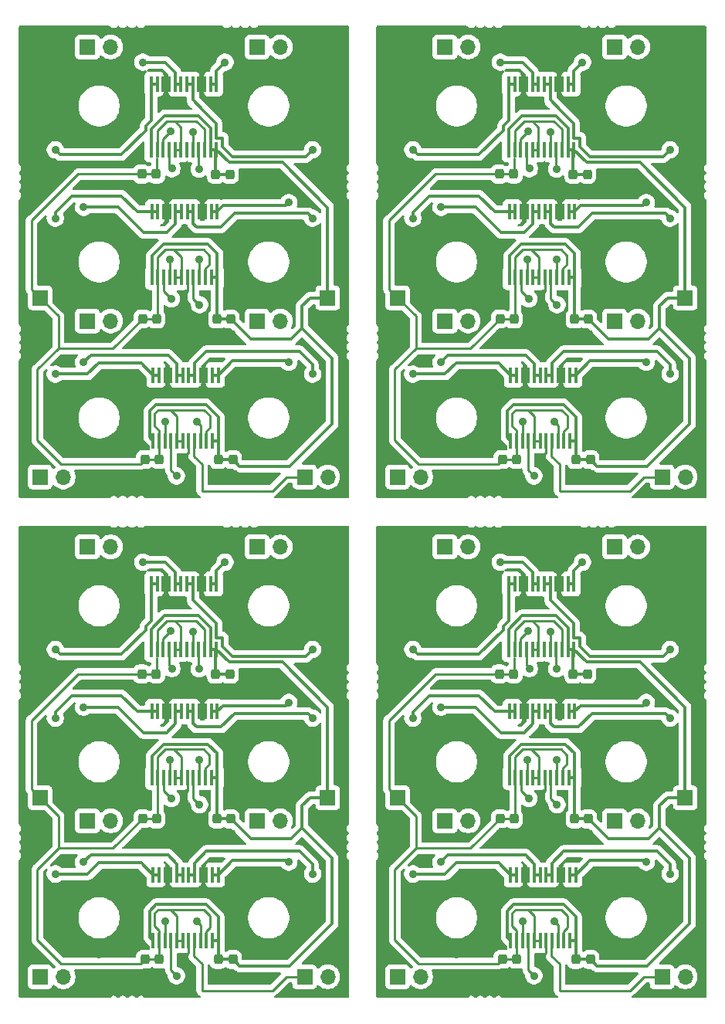
<source format=gbr>
%TF.GenerationSoftware,KiCad,Pcbnew,9.0.1*%
%TF.CreationDate,2025-06-04T09:15:00-05:00*%
%TF.ProjectId,Top_layer_Panel,546f705f-6c61-4796-9572-5f50616e656c,rev?*%
%TF.SameCoordinates,PX5fa74e0PY8cc3280*%
%TF.FileFunction,Copper,L2,Bot*%
%TF.FilePolarity,Positive*%
%FSLAX46Y46*%
G04 Gerber Fmt 4.6, Leading zero omitted, Abs format (unit mm)*
G04 Created by KiCad (PCBNEW 9.0.1) date 2025-06-04 09:15:00*
%MOMM*%
%LPD*%
G01*
G04 APERTURE LIST*
G04 Aperture macros list*
%AMRoundRect*
0 Rectangle with rounded corners*
0 $1 Rounding radius*
0 $2 $3 $4 $5 $6 $7 $8 $9 X,Y pos of 4 corners*
0 Add a 4 corners polygon primitive as box body*
4,1,4,$2,$3,$4,$5,$6,$7,$8,$9,$2,$3,0*
0 Add four circle primitives for the rounded corners*
1,1,$1+$1,$2,$3*
1,1,$1+$1,$4,$5*
1,1,$1+$1,$6,$7*
1,1,$1+$1,$8,$9*
0 Add four rect primitives between the rounded corners*
20,1,$1+$1,$2,$3,$4,$5,0*
20,1,$1+$1,$4,$5,$6,$7,0*
20,1,$1+$1,$6,$7,$8,$9,0*
20,1,$1+$1,$8,$9,$2,$3,0*%
G04 Aperture macros list end*
%TA.AperFunction,ComponentPad*%
%ADD10C,0.900000*%
%TD*%
%TA.AperFunction,ComponentPad*%
%ADD11R,1.700000X1.700000*%
%TD*%
%TA.AperFunction,ComponentPad*%
%ADD12O,1.700000X1.700000*%
%TD*%
%TA.AperFunction,SMDPad,CuDef*%
%ADD13RoundRect,0.237500X-0.237500X0.300000X-0.237500X-0.300000X0.237500X-0.300000X0.237500X0.300000X0*%
%TD*%
%TA.AperFunction,SMDPad,CuDef*%
%ADD14R,0.450000X1.750000*%
%TD*%
%TA.AperFunction,ViaPad*%
%ADD15C,0.900000*%
%TD*%
%TA.AperFunction,Conductor*%
%ADD16C,0.250000*%
%TD*%
%TA.AperFunction,Conductor*%
%ADD17C,0.350000*%
%TD*%
G04 APERTURE END LIST*
D10*
%TO.P,U1,1,A1*%
%TO.N,Board_2-Net-(U1A-A1)*%
X14500000Y48700000D03*
%TO.P,U1,2,A2*%
%TO.N,Board_2-Net-(U1A-A2)*%
X24100000Y58300000D03*
%TO.P,U1,3,B1*%
%TO.N,Board_2-Net-(U1B-B1)*%
X14500000Y41200000D03*
%TO.P,U1,4,B2*%
%TO.N,Board_2-Net-(U1B-B2)*%
X17600000Y42400000D03*
%TO.P,U1,5,C1*%
%TO.N,Board_2-Net-(U1C-C1)*%
X14500000Y24100000D03*
%TO.P,U1,6,C2*%
%TO.N,Board_2-Net-(U1C-C2)*%
X17600000Y25400000D03*
%TO.P,U1,7,D1*%
%TO.N,Board_2-Net-(U1D-D1)*%
X33100000Y58300000D03*
%TO.P,U1,8,D2*%
%TO.N,Board_2-Net-(U1D-D2)*%
X42700000Y48700000D03*
%TO.P,U1,9,E1*%
%TO.N,Board_2-Net-(U1E-E1)*%
X40100000Y42900000D03*
%TO.P,U1,10,E2*%
%TO.N,Board_2-Net-(U1E-E2)*%
X42700000Y41200000D03*
%TO.P,U1,11,F1*%
%TO.N,Board_2-Net-(U1F-F1)*%
X40100000Y25400000D03*
%TO.P,U1,12,F2*%
%TO.N,Board_2-Net-(U1F-F2)*%
X42700000Y24100000D03*
%TD*%
%TO.P,U1,1,A1*%
%TO.N,Board_3-Net-(U1A-A1)*%
X53700000Y48700000D03*
%TO.P,U1,2,A2*%
%TO.N,Board_3-Net-(U1A-A2)*%
X63300000Y58300000D03*
%TO.P,U1,3,B1*%
%TO.N,Board_3-Net-(U1B-B1)*%
X53700000Y41200000D03*
%TO.P,U1,4,B2*%
%TO.N,Board_3-Net-(U1B-B2)*%
X56800000Y42400000D03*
%TO.P,U1,5,C1*%
%TO.N,Board_3-Net-(U1C-C1)*%
X53700000Y24100000D03*
%TO.P,U1,6,C2*%
%TO.N,Board_3-Net-(U1C-C2)*%
X56800000Y25400000D03*
%TO.P,U1,7,D1*%
%TO.N,Board_3-Net-(U1D-D1)*%
X72300000Y58300000D03*
%TO.P,U1,8,D2*%
%TO.N,Board_3-Net-(U1D-D2)*%
X81900000Y48700000D03*
%TO.P,U1,9,E1*%
%TO.N,Board_3-Net-(U1E-E1)*%
X79300000Y42900000D03*
%TO.P,U1,10,E2*%
%TO.N,Board_3-Net-(U1E-E2)*%
X81900000Y41200000D03*
%TO.P,U1,11,F1*%
%TO.N,Board_3-Net-(U1F-F1)*%
X79300000Y25400000D03*
%TO.P,U1,12,F2*%
%TO.N,Board_3-Net-(U1F-F2)*%
X81900000Y24100000D03*
%TD*%
%TO.P,U1,1,A1*%
%TO.N,Board_0-Net-(U1A-A1)*%
X14500000Y103500000D03*
%TO.P,U1,2,A2*%
%TO.N,Board_0-Net-(U1A-A2)*%
X24100000Y113100000D03*
%TO.P,U1,3,B1*%
%TO.N,Board_0-Net-(U1B-B1)*%
X14500000Y96000000D03*
%TO.P,U1,4,B2*%
%TO.N,Board_0-Net-(U1B-B2)*%
X17600000Y97200000D03*
%TO.P,U1,5,C1*%
%TO.N,Board_0-Net-(U1C-C1)*%
X14500000Y78900000D03*
%TO.P,U1,6,C2*%
%TO.N,Board_0-Net-(U1C-C2)*%
X17600000Y80200000D03*
%TO.P,U1,7,D1*%
%TO.N,Board_0-Net-(U1D-D1)*%
X33100000Y113100000D03*
%TO.P,U1,8,D2*%
%TO.N,Board_0-Net-(U1D-D2)*%
X42700000Y103500000D03*
%TO.P,U1,9,E1*%
%TO.N,Board_0-Net-(U1E-E1)*%
X40100000Y97700000D03*
%TO.P,U1,10,E2*%
%TO.N,Board_0-Net-(U1E-E2)*%
X42700000Y96000000D03*
%TO.P,U1,11,F1*%
%TO.N,Board_0-Net-(U1F-F1)*%
X40100000Y80200000D03*
%TO.P,U1,12,F2*%
%TO.N,Board_0-Net-(U1F-F2)*%
X42700000Y78900000D03*
%TD*%
%TO.P,U1,1,A1*%
%TO.N,Board_1-Net-(U1A-A1)*%
X53700000Y103500000D03*
%TO.P,U1,2,A2*%
%TO.N,Board_1-Net-(U1A-A2)*%
X63300000Y113100000D03*
%TO.P,U1,3,B1*%
%TO.N,Board_1-Net-(U1B-B1)*%
X53700000Y96000000D03*
%TO.P,U1,4,B2*%
%TO.N,Board_1-Net-(U1B-B2)*%
X56800000Y97200000D03*
%TO.P,U1,5,C1*%
%TO.N,Board_1-Net-(U1C-C1)*%
X53700000Y78900000D03*
%TO.P,U1,6,C2*%
%TO.N,Board_1-Net-(U1C-C2)*%
X56800000Y80200000D03*
%TO.P,U1,7,D1*%
%TO.N,Board_1-Net-(U1D-D1)*%
X72300000Y113100000D03*
%TO.P,U1,8,D2*%
%TO.N,Board_1-Net-(U1D-D2)*%
X81900000Y103500000D03*
%TO.P,U1,9,E1*%
%TO.N,Board_1-Net-(U1E-E1)*%
X79300000Y97700000D03*
%TO.P,U1,10,E2*%
%TO.N,Board_1-Net-(U1E-E2)*%
X81900000Y96000000D03*
%TO.P,U1,11,F1*%
%TO.N,Board_1-Net-(U1F-F1)*%
X79300000Y80200000D03*
%TO.P,U1,12,F2*%
%TO.N,Board_1-Net-(U1F-F2)*%
X81900000Y78900000D03*
%TD*%
D11*
%TO.P,J8,1,Pin_1*%
%TO.N,Board_3-+7.5V*%
X83570000Y32470000D03*
D12*
%TO.P,J8,2,Pin_2*%
%TO.N,Board_3-GND*%
X83570000Y29930000D03*
%TD*%
D11*
%TO.P,J8,1,Pin_1*%
%TO.N,Board_1-+7.5V*%
X83570000Y87270000D03*
D12*
%TO.P,J8,2,Pin_2*%
%TO.N,Board_1-GND*%
X83570000Y84730000D03*
%TD*%
D13*
%TO.P,C9,1*%
%TO.N,Board_3-+3.3V*%
X65070000Y14762500D03*
%TO.P,C9,2*%
%TO.N,Board_3-GND*%
X65070000Y13037500D03*
%TD*%
%TO.P,C11,1*%
%TO.N,Board_3-+7.5V*%
X73180000Y14732500D03*
%TO.P,C11,2*%
%TO.N,Board_3-GND*%
X73180000Y13007500D03*
%TD*%
%TO.P,C4,1*%
%TO.N,Board_2-+7.5V*%
X33726000Y30139500D03*
%TO.P,C4,2*%
%TO.N,Board_2-GND*%
X33726000Y28414500D03*
%TD*%
D14*
%TO.P,U3,1,AO1*%
%TO.N,Board_3-Net-(U1A-A1)*%
X64215000Y55900000D03*
%TO.P,U3,2,AO1*%
X64865000Y55900000D03*
%TO.P,U3,3,PGND1*%
%TO.N,Board_3-GND*%
X65515000Y55900000D03*
%TO.P,U3,4,PGND1*%
X66165000Y55900000D03*
%TO.P,U3,5,AO2*%
%TO.N,Board_3-Net-(U1A-A2)*%
X66815000Y55900000D03*
%TO.P,U3,6,AO2*%
X67465000Y55900000D03*
%TO.P,U3,7,BO2*%
%TO.N,Board_3-Net-(U1D-D2)*%
X68115000Y55900000D03*
%TO.P,U3,8,BO2*%
X68765000Y55900000D03*
%TO.P,U3,9,PGND2*%
%TO.N,Board_3-GND*%
X69415000Y55900000D03*
%TO.P,U3,10,PGND2*%
X70065000Y55900000D03*
%TO.P,U3,11,BO1*%
%TO.N,Board_3-Net-(U1D-D1)*%
X70715000Y55900000D03*
%TO.P,U3,12,BO1*%
X71365000Y55900000D03*
%TO.P,U3,13,VM2*%
%TO.N,Board_3-+7.5V*%
X71365000Y48700000D03*
%TO.P,U3,14,VM3*%
X70715000Y48700000D03*
%TO.P,U3,15,PWMB*%
%TO.N,Board_3-+3.3V*%
X70065000Y48700000D03*
%TO.P,U3,16,BIN2*%
%TO.N,Board_3-D2*%
X69415000Y48700000D03*
%TO.P,U3,17,BIN1*%
%TO.N,Board_3-D1*%
X68765000Y48700000D03*
%TO.P,U3,18,GND*%
%TO.N,Board_3-GND*%
X68115000Y48700000D03*
%TO.P,U3,19,STBY*%
%TO.N,Board_3-+3.3V*%
X67465000Y48700000D03*
%TO.P,U3,20,VCC*%
X66815000Y48700000D03*
%TO.P,U3,21,AIN1*%
%TO.N,Board_3-A1*%
X66165000Y48700000D03*
%TO.P,U3,22,AIN2*%
%TO.N,Board_3-A2*%
X65515000Y48700000D03*
%TO.P,U3,23,PWMA*%
%TO.N,Board_3-+3.3V*%
X64865000Y48700000D03*
%TO.P,U3,24,VM1*%
%TO.N,Board_3-+7.5V*%
X64215000Y48700000D03*
%TD*%
D11*
%TO.P,J3,1,Pin_1*%
%TO.N,Board_3-F1*%
X81035000Y12830000D03*
D12*
%TO.P,J3,2,Pin_2*%
%TO.N,Board_3-F2*%
X83575000Y12830000D03*
%TD*%
D11*
%TO.P,J7,1,Pin_1*%
%TO.N,Board_1-+3.3V*%
X52020000Y87270000D03*
D12*
%TO.P,J7,2,Pin_2*%
%TO.N,Board_1-GND*%
X52020000Y84730000D03*
%TD*%
D11*
%TO.P,J3,1,Pin_1*%
%TO.N,Board_2-F1*%
X41835000Y12830000D03*
D12*
%TO.P,J3,2,Pin_2*%
%TO.N,Board_2-F2*%
X44375000Y12830000D03*
%TD*%
D13*
%TO.P,C8,1*%
%TO.N,Board_1-+7.5V*%
X71280000Y100800000D03*
%TO.P,C8,2*%
%TO.N,Board_1-GND*%
X71280000Y99075000D03*
%TD*%
D11*
%TO.P,J2,1,Pin_1*%
%TO.N,Board_1-A1*%
X57230000Y114770000D03*
D12*
%TO.P,J2,2,Pin_2*%
%TO.N,Board_1-A2*%
X59770000Y114770000D03*
%TD*%
D13*
%TO.P,C11,1*%
%TO.N,Board_0-+7.5V*%
X33980000Y69532500D03*
%TO.P,C11,2*%
%TO.N,Board_0-GND*%
X33980000Y67807500D03*
%TD*%
D11*
%TO.P,J6,1,Pin_1*%
%TO.N,Board_0-E1*%
X36630000Y84730000D03*
D12*
%TO.P,J6,2,Pin_2*%
%TO.N,Board_0-E2*%
X39170000Y84730000D03*
%TD*%
D11*
%TO.P,J1,1,Pin_1*%
%TO.N,Board_3-C1*%
X52025000Y12830000D03*
D12*
%TO.P,J1,2,Pin_2*%
%TO.N,Board_3-C2*%
X54565000Y12830000D03*
%TD*%
D13*
%TO.P,C5,1*%
%TO.N,Board_0-+3.3V*%
X25550000Y100842500D03*
%TO.P,C5,2*%
%TO.N,Board_0-GND*%
X25550000Y99117500D03*
%TD*%
%TO.P,C2,1*%
%TO.N,Board_0-+3.3V*%
X25590000Y84940000D03*
%TO.P,C2,2*%
%TO.N,Board_0-GND*%
X25590000Y83215000D03*
%TD*%
D11*
%TO.P,J4,1,Pin_1*%
%TO.N,Board_3-D1*%
X75830000Y59970000D03*
D12*
%TO.P,J4,2,Pin_2*%
%TO.N,Board_3-D2*%
X78370000Y59970000D03*
%TD*%
D11*
%TO.P,J6,1,Pin_1*%
%TO.N,Board_1-E1*%
X75830000Y84730000D03*
D12*
%TO.P,J6,2,Pin_2*%
%TO.N,Board_1-E2*%
X78370000Y84730000D03*
%TD*%
D13*
%TO.P,C12,1*%
%TO.N,Board_2-+7.5V*%
X32380000Y14735000D03*
%TO.P,C12,2*%
%TO.N,Board_2-GND*%
X32380000Y13010000D03*
%TD*%
D11*
%TO.P,J7,1,Pin_1*%
%TO.N,Board_3-+3.3V*%
X52020000Y32470000D03*
D12*
%TO.P,J7,2,Pin_2*%
%TO.N,Board_3-GND*%
X52020000Y29930000D03*
%TD*%
D13*
%TO.P,C7,1*%
%TO.N,Board_2-+7.5V*%
X33640000Y45987500D03*
%TO.P,C7,2*%
%TO.N,Board_2-GND*%
X33640000Y44262500D03*
%TD*%
%TO.P,C2,1*%
%TO.N,Board_3-+3.3V*%
X64790000Y30140000D03*
%TO.P,C2,2*%
%TO.N,Board_3-GND*%
X64790000Y28415000D03*
%TD*%
D14*
%TO.P,U2,1,AO1*%
%TO.N,Board_3-Net-(U1C-C1)*%
X64415000Y24000000D03*
%TO.P,U2,2,AO1*%
X65065000Y24000000D03*
%TO.P,U2,3,PGND1*%
%TO.N,Board_3-GND*%
X65715000Y24000000D03*
%TO.P,U2,4,PGND1*%
X66365000Y24000000D03*
%TO.P,U2,5,AO2*%
%TO.N,Board_3-Net-(U1C-C2)*%
X67015000Y24000000D03*
%TO.P,U2,6,AO2*%
X67665000Y24000000D03*
%TO.P,U2,7,BO2*%
%TO.N,Board_3-Net-(U1F-F2)*%
X68315000Y24000000D03*
%TO.P,U2,8,BO2*%
X68965000Y24000000D03*
%TO.P,U2,9,PGND2*%
%TO.N,Board_3-GND*%
X69615000Y24000000D03*
%TO.P,U2,10,PGND2*%
X70265000Y24000000D03*
%TO.P,U2,11,BO1*%
%TO.N,Board_3-Net-(U1F-F1)*%
X70915000Y24000000D03*
%TO.P,U2,12,BO1*%
X71565000Y24000000D03*
%TO.P,U2,13,VM2*%
%TO.N,Board_3-+7.5V*%
X71565000Y16800000D03*
%TO.P,U2,14,VM3*%
X70915000Y16800000D03*
%TO.P,U2,15,PWMB*%
%TO.N,Board_3-+3.3V*%
X70265000Y16800000D03*
%TO.P,U2,16,BIN2*%
%TO.N,Board_3-F2*%
X69615000Y16800000D03*
%TO.P,U2,17,BIN1*%
%TO.N,Board_3-F1*%
X68965000Y16800000D03*
%TO.P,U2,18,GND*%
%TO.N,Board_3-GND*%
X68315000Y16800000D03*
%TO.P,U2,19,STBY*%
%TO.N,Board_3-+3.3V*%
X67665000Y16800000D03*
%TO.P,U2,20,VCC*%
X67015000Y16800000D03*
%TO.P,U2,21,AIN1*%
%TO.N,Board_3-C1*%
X66365000Y16800000D03*
%TO.P,U2,22,AIN2*%
%TO.N,Board_3-C2*%
X65715000Y16800000D03*
%TO.P,U2,23,PWMA*%
%TO.N,Board_3-+3.3V*%
X65065000Y16800000D03*
%TO.P,U2,24,VM1*%
%TO.N,Board_3-+7.5V*%
X64415000Y16800000D03*
%TD*%
D13*
%TO.P,C3,1*%
%TO.N,Board_3-+7.5V*%
X71430000Y30132000D03*
%TO.P,C3,2*%
%TO.N,Board_3-GND*%
X71430000Y28407000D03*
%TD*%
%TO.P,C3,1*%
%TO.N,Board_0-+7.5V*%
X32230000Y84932000D03*
%TO.P,C3,2*%
%TO.N,Board_0-GND*%
X32230000Y83207000D03*
%TD*%
%TO.P,C1,1*%
%TO.N,Board_2-+3.3V*%
X24074000Y30159500D03*
%TO.P,C1,2*%
%TO.N,Board_2-GND*%
X24074000Y28434500D03*
%TD*%
%TO.P,C2,1*%
%TO.N,Board_2-+3.3V*%
X25590000Y30140000D03*
%TO.P,C2,2*%
%TO.N,Board_2-GND*%
X25590000Y28415000D03*
%TD*%
D11*
%TO.P,J8,1,Pin_1*%
%TO.N,Board_2-+7.5V*%
X44370000Y32470000D03*
D12*
%TO.P,J8,2,Pin_2*%
%TO.N,Board_2-GND*%
X44370000Y29930000D03*
%TD*%
D14*
%TO.P,U2,1,AO1*%
%TO.N,Board_2-Net-(U1C-C1)*%
X25215000Y24000000D03*
%TO.P,U2,2,AO1*%
X25865000Y24000000D03*
%TO.P,U2,3,PGND1*%
%TO.N,Board_2-GND*%
X26515000Y24000000D03*
%TO.P,U2,4,PGND1*%
X27165000Y24000000D03*
%TO.P,U2,5,AO2*%
%TO.N,Board_2-Net-(U1C-C2)*%
X27815000Y24000000D03*
%TO.P,U2,6,AO2*%
X28465000Y24000000D03*
%TO.P,U2,7,BO2*%
%TO.N,Board_2-Net-(U1F-F2)*%
X29115000Y24000000D03*
%TO.P,U2,8,BO2*%
X29765000Y24000000D03*
%TO.P,U2,9,PGND2*%
%TO.N,Board_2-GND*%
X30415000Y24000000D03*
%TO.P,U2,10,PGND2*%
X31065000Y24000000D03*
%TO.P,U2,11,BO1*%
%TO.N,Board_2-Net-(U1F-F1)*%
X31715000Y24000000D03*
%TO.P,U2,12,BO1*%
X32365000Y24000000D03*
%TO.P,U2,13,VM2*%
%TO.N,Board_2-+7.5V*%
X32365000Y16800000D03*
%TO.P,U2,14,VM3*%
X31715000Y16800000D03*
%TO.P,U2,15,PWMB*%
%TO.N,Board_2-+3.3V*%
X31065000Y16800000D03*
%TO.P,U2,16,BIN2*%
%TO.N,Board_2-F2*%
X30415000Y16800000D03*
%TO.P,U2,17,BIN1*%
%TO.N,Board_2-F1*%
X29765000Y16800000D03*
%TO.P,U2,18,GND*%
%TO.N,Board_2-GND*%
X29115000Y16800000D03*
%TO.P,U2,19,STBY*%
%TO.N,Board_2-+3.3V*%
X28465000Y16800000D03*
%TO.P,U2,20,VCC*%
X27815000Y16800000D03*
%TO.P,U2,21,AIN1*%
%TO.N,Board_2-C1*%
X27165000Y16800000D03*
%TO.P,U2,22,AIN2*%
%TO.N,Board_2-C2*%
X26515000Y16800000D03*
%TO.P,U2,23,PWMA*%
%TO.N,Board_2-+3.3V*%
X25865000Y16800000D03*
%TO.P,U2,24,VM1*%
%TO.N,Board_2-+7.5V*%
X25215000Y16800000D03*
%TD*%
D11*
%TO.P,J1,1,Pin_1*%
%TO.N,Board_2-C1*%
X12825000Y12830000D03*
D12*
%TO.P,J1,2,Pin_2*%
%TO.N,Board_2-C2*%
X15365000Y12830000D03*
%TD*%
D11*
%TO.P,J1,1,Pin_1*%
%TO.N,Board_1-C1*%
X52025000Y67630000D03*
D12*
%TO.P,J1,2,Pin_2*%
%TO.N,Board_1-C2*%
X54565000Y67630000D03*
%TD*%
D11*
%TO.P,J4,1,Pin_1*%
%TO.N,Board_1-D1*%
X75830000Y114770000D03*
D12*
%TO.P,J4,2,Pin_2*%
%TO.N,Board_1-D2*%
X78370000Y114770000D03*
%TD*%
D11*
%TO.P,J2,1,Pin_1*%
%TO.N,Board_2-A1*%
X18030000Y59970000D03*
D12*
%TO.P,J2,2,Pin_2*%
%TO.N,Board_2-A2*%
X20570000Y59970000D03*
%TD*%
D13*
%TO.P,C9,1*%
%TO.N,Board_0-+3.3V*%
X25870000Y69562500D03*
%TO.P,C9,2*%
%TO.N,Board_0-GND*%
X25870000Y67837500D03*
%TD*%
D11*
%TO.P,J5,1,Pin_1*%
%TO.N,Board_3-B1*%
X57230000Y29930000D03*
D12*
%TO.P,J5,2,Pin_2*%
%TO.N,Board_3-B2*%
X59770000Y29930000D03*
%TD*%
D11*
%TO.P,J1,1,Pin_1*%
%TO.N,Board_0-C1*%
X12825000Y67630000D03*
D12*
%TO.P,J1,2,Pin_2*%
%TO.N,Board_0-C2*%
X15365000Y67630000D03*
%TD*%
D11*
%TO.P,J2,1,Pin_1*%
%TO.N,Board_3-A1*%
X57230000Y59970000D03*
D12*
%TO.P,J2,2,Pin_2*%
%TO.N,Board_3-A2*%
X59770000Y59970000D03*
%TD*%
D13*
%TO.P,C7,1*%
%TO.N,Board_0-+7.5V*%
X33640000Y100787500D03*
%TO.P,C7,2*%
%TO.N,Board_0-GND*%
X33640000Y99062500D03*
%TD*%
D11*
%TO.P,J8,1,Pin_1*%
%TO.N,Board_0-+7.5V*%
X44370000Y87270000D03*
D12*
%TO.P,J8,2,Pin_2*%
%TO.N,Board_0-GND*%
X44370000Y84730000D03*
%TD*%
D13*
%TO.P,C3,1*%
%TO.N,Board_2-+7.5V*%
X32230000Y30132000D03*
%TO.P,C3,2*%
%TO.N,Board_2-GND*%
X32230000Y28407000D03*
%TD*%
D11*
%TO.P,J3,1,Pin_1*%
%TO.N,Board_1-F1*%
X81035000Y67630000D03*
D12*
%TO.P,J3,2,Pin_2*%
%TO.N,Board_1-F2*%
X83575000Y67630000D03*
%TD*%
D11*
%TO.P,J4,1,Pin_1*%
%TO.N,Board_2-D1*%
X36630000Y59970000D03*
D12*
%TO.P,J4,2,Pin_2*%
%TO.N,Board_2-D2*%
X39170000Y59970000D03*
%TD*%
D13*
%TO.P,C4,1*%
%TO.N,Board_0-+7.5V*%
X33726000Y84939500D03*
%TO.P,C4,2*%
%TO.N,Board_0-GND*%
X33726000Y83214500D03*
%TD*%
D14*
%TO.P,U4,1,AO1*%
%TO.N,Board_1-Net-(U1B-B1)*%
X64290000Y96700000D03*
%TO.P,U4,2,AO1*%
X64940000Y96700000D03*
%TO.P,U4,3,PGND1*%
%TO.N,Board_1-GND*%
X65590000Y96700000D03*
%TO.P,U4,4,PGND1*%
X66240000Y96700000D03*
%TO.P,U4,5,AO2*%
%TO.N,Board_1-Net-(U1B-B2)*%
X66890000Y96700000D03*
%TO.P,U4,6,AO2*%
X67540000Y96700000D03*
%TO.P,U4,7,BO2*%
%TO.N,Board_1-Net-(U1E-E2)*%
X68190000Y96700000D03*
%TO.P,U4,8,BO2*%
X68840000Y96700000D03*
%TO.P,U4,9,PGND2*%
%TO.N,Board_1-GND*%
X69490000Y96700000D03*
%TO.P,U4,10,PGND2*%
X70140000Y96700000D03*
%TO.P,U4,11,BO1*%
%TO.N,Board_1-Net-(U1E-E1)*%
X70790000Y96700000D03*
%TO.P,U4,12,BO1*%
X71440000Y96700000D03*
%TO.P,U4,13,VM2*%
%TO.N,Board_1-+7.5V*%
X71440000Y89500000D03*
%TO.P,U4,14,VM3*%
X70790000Y89500000D03*
%TO.P,U4,15,PWMB*%
%TO.N,Board_1-+3.3V*%
X70140000Y89500000D03*
%TO.P,U4,16,BIN2*%
%TO.N,Board_1-E2*%
X69490000Y89500000D03*
%TO.P,U4,17,BIN1*%
%TO.N,Board_1-E1*%
X68840000Y89500000D03*
%TO.P,U4,18,GND*%
%TO.N,Board_1-GND*%
X68190000Y89500000D03*
%TO.P,U4,19,STBY*%
%TO.N,Board_1-+3.3V*%
X67540000Y89500000D03*
%TO.P,U4,20,VCC*%
X66890000Y89500000D03*
%TO.P,U4,21,AIN1*%
%TO.N,Board_1-B1*%
X66240000Y89500000D03*
%TO.P,U4,22,AIN2*%
%TO.N,Board_1-B2*%
X65590000Y89500000D03*
%TO.P,U4,23,PWMA*%
%TO.N,Board_1-+3.3V*%
X64940000Y89500000D03*
%TO.P,U4,24,VM1*%
%TO.N,Board_1-+7.5V*%
X64290000Y89500000D03*
%TD*%
D13*
%TO.P,C5,1*%
%TO.N,Board_2-+3.3V*%
X25550000Y46042500D03*
%TO.P,C5,2*%
%TO.N,Board_2-GND*%
X25550000Y44317500D03*
%TD*%
%TO.P,C3,1*%
%TO.N,Board_1-+7.5V*%
X71430000Y84932000D03*
%TO.P,C3,2*%
%TO.N,Board_1-GND*%
X71430000Y83207000D03*
%TD*%
%TO.P,C6,1*%
%TO.N,Board_1-+3.3V*%
X63170000Y100830000D03*
%TO.P,C6,2*%
%TO.N,Board_1-GND*%
X63170000Y99105000D03*
%TD*%
D11*
%TO.P,J6,1,Pin_1*%
%TO.N,Board_2-E1*%
X36630000Y29930000D03*
D12*
%TO.P,J6,2,Pin_2*%
%TO.N,Board_2-E2*%
X39170000Y29930000D03*
%TD*%
D14*
%TO.P,U3,1,AO1*%
%TO.N,Board_2-Net-(U1A-A1)*%
X25015000Y55900000D03*
%TO.P,U3,2,AO1*%
X25665000Y55900000D03*
%TO.P,U3,3,PGND1*%
%TO.N,Board_2-GND*%
X26315000Y55900000D03*
%TO.P,U3,4,PGND1*%
X26965000Y55900000D03*
%TO.P,U3,5,AO2*%
%TO.N,Board_2-Net-(U1A-A2)*%
X27615000Y55900000D03*
%TO.P,U3,6,AO2*%
X28265000Y55900000D03*
%TO.P,U3,7,BO2*%
%TO.N,Board_2-Net-(U1D-D2)*%
X28915000Y55900000D03*
%TO.P,U3,8,BO2*%
X29565000Y55900000D03*
%TO.P,U3,9,PGND2*%
%TO.N,Board_2-GND*%
X30215000Y55900000D03*
%TO.P,U3,10,PGND2*%
X30865000Y55900000D03*
%TO.P,U3,11,BO1*%
%TO.N,Board_2-Net-(U1D-D1)*%
X31515000Y55900000D03*
%TO.P,U3,12,BO1*%
X32165000Y55900000D03*
%TO.P,U3,13,VM2*%
%TO.N,Board_2-+7.5V*%
X32165000Y48700000D03*
%TO.P,U3,14,VM3*%
X31515000Y48700000D03*
%TO.P,U3,15,PWMB*%
%TO.N,Board_2-+3.3V*%
X30865000Y48700000D03*
%TO.P,U3,16,BIN2*%
%TO.N,Board_2-D2*%
X30215000Y48700000D03*
%TO.P,U3,17,BIN1*%
%TO.N,Board_2-D1*%
X29565000Y48700000D03*
%TO.P,U3,18,GND*%
%TO.N,Board_2-GND*%
X28915000Y48700000D03*
%TO.P,U3,19,STBY*%
%TO.N,Board_2-+3.3V*%
X28265000Y48700000D03*
%TO.P,U3,20,VCC*%
X27615000Y48700000D03*
%TO.P,U3,21,AIN1*%
%TO.N,Board_2-A1*%
X26965000Y48700000D03*
%TO.P,U3,22,AIN2*%
%TO.N,Board_2-A2*%
X26315000Y48700000D03*
%TO.P,U3,23,PWMA*%
%TO.N,Board_2-+3.3V*%
X25665000Y48700000D03*
%TO.P,U3,24,VM1*%
%TO.N,Board_2-+7.5V*%
X25015000Y48700000D03*
%TD*%
D13*
%TO.P,C7,1*%
%TO.N,Board_1-+7.5V*%
X72840000Y100787500D03*
%TO.P,C7,2*%
%TO.N,Board_1-GND*%
X72840000Y99062500D03*
%TD*%
%TO.P,C11,1*%
%TO.N,Board_2-+7.5V*%
X33980000Y14732500D03*
%TO.P,C11,2*%
%TO.N,Board_2-GND*%
X33980000Y13007500D03*
%TD*%
%TO.P,C6,1*%
%TO.N,Board_3-+3.3V*%
X63170000Y46030000D03*
%TO.P,C6,2*%
%TO.N,Board_3-GND*%
X63170000Y44305000D03*
%TD*%
%TO.P,C12,1*%
%TO.N,Board_0-+7.5V*%
X32380000Y69535000D03*
%TO.P,C12,2*%
%TO.N,Board_0-GND*%
X32380000Y67810000D03*
%TD*%
%TO.P,C1,1*%
%TO.N,Board_1-+3.3V*%
X63274000Y84959500D03*
%TO.P,C1,2*%
%TO.N,Board_1-GND*%
X63274000Y83234500D03*
%TD*%
%TO.P,C8,1*%
%TO.N,Board_0-+7.5V*%
X32080000Y100800000D03*
%TO.P,C8,2*%
%TO.N,Board_0-GND*%
X32080000Y99075000D03*
%TD*%
%TO.P,C10,1*%
%TO.N,Board_0-+3.3V*%
X24328000Y69560000D03*
%TO.P,C10,2*%
%TO.N,Board_0-GND*%
X24328000Y67835000D03*
%TD*%
D14*
%TO.P,U2,1,AO1*%
%TO.N,Board_0-Net-(U1C-C1)*%
X25215000Y78800000D03*
%TO.P,U2,2,AO1*%
X25865000Y78800000D03*
%TO.P,U2,3,PGND1*%
%TO.N,Board_0-GND*%
X26515000Y78800000D03*
%TO.P,U2,4,PGND1*%
X27165000Y78800000D03*
%TO.P,U2,5,AO2*%
%TO.N,Board_0-Net-(U1C-C2)*%
X27815000Y78800000D03*
%TO.P,U2,6,AO2*%
X28465000Y78800000D03*
%TO.P,U2,7,BO2*%
%TO.N,Board_0-Net-(U1F-F2)*%
X29115000Y78800000D03*
%TO.P,U2,8,BO2*%
X29765000Y78800000D03*
%TO.P,U2,9,PGND2*%
%TO.N,Board_0-GND*%
X30415000Y78800000D03*
%TO.P,U2,10,PGND2*%
X31065000Y78800000D03*
%TO.P,U2,11,BO1*%
%TO.N,Board_0-Net-(U1F-F1)*%
X31715000Y78800000D03*
%TO.P,U2,12,BO1*%
X32365000Y78800000D03*
%TO.P,U2,13,VM2*%
%TO.N,Board_0-+7.5V*%
X32365000Y71600000D03*
%TO.P,U2,14,VM3*%
X31715000Y71600000D03*
%TO.P,U2,15,PWMB*%
%TO.N,Board_0-+3.3V*%
X31065000Y71600000D03*
%TO.P,U2,16,BIN2*%
%TO.N,Board_0-F2*%
X30415000Y71600000D03*
%TO.P,U2,17,BIN1*%
%TO.N,Board_0-F1*%
X29765000Y71600000D03*
%TO.P,U2,18,GND*%
%TO.N,Board_0-GND*%
X29115000Y71600000D03*
%TO.P,U2,19,STBY*%
%TO.N,Board_0-+3.3V*%
X28465000Y71600000D03*
%TO.P,U2,20,VCC*%
X27815000Y71600000D03*
%TO.P,U2,21,AIN1*%
%TO.N,Board_0-C1*%
X27165000Y71600000D03*
%TO.P,U2,22,AIN2*%
%TO.N,Board_0-C2*%
X26515000Y71600000D03*
%TO.P,U2,23,PWMA*%
%TO.N,Board_0-+3.3V*%
X25865000Y71600000D03*
%TO.P,U2,24,VM1*%
%TO.N,Board_0-+7.5V*%
X25215000Y71600000D03*
%TD*%
D13*
%TO.P,C4,1*%
%TO.N,Board_3-+7.5V*%
X72926000Y30139500D03*
%TO.P,C4,2*%
%TO.N,Board_3-GND*%
X72926000Y28414500D03*
%TD*%
D11*
%TO.P,J5,1,Pin_1*%
%TO.N,Board_2-B1*%
X18030000Y29930000D03*
D12*
%TO.P,J5,2,Pin_2*%
%TO.N,Board_2-B2*%
X20570000Y29930000D03*
%TD*%
D14*
%TO.P,U4,1,AO1*%
%TO.N,Board_0-Net-(U1B-B1)*%
X25090000Y96700000D03*
%TO.P,U4,2,AO1*%
X25740000Y96700000D03*
%TO.P,U4,3,PGND1*%
%TO.N,Board_0-GND*%
X26390000Y96700000D03*
%TO.P,U4,4,PGND1*%
X27040000Y96700000D03*
%TO.P,U4,5,AO2*%
%TO.N,Board_0-Net-(U1B-B2)*%
X27690000Y96700000D03*
%TO.P,U4,6,AO2*%
X28340000Y96700000D03*
%TO.P,U4,7,BO2*%
%TO.N,Board_0-Net-(U1E-E2)*%
X28990000Y96700000D03*
%TO.P,U4,8,BO2*%
X29640000Y96700000D03*
%TO.P,U4,9,PGND2*%
%TO.N,Board_0-GND*%
X30290000Y96700000D03*
%TO.P,U4,10,PGND2*%
X30940000Y96700000D03*
%TO.P,U4,11,BO1*%
%TO.N,Board_0-Net-(U1E-E1)*%
X31590000Y96700000D03*
%TO.P,U4,12,BO1*%
X32240000Y96700000D03*
%TO.P,U4,13,VM2*%
%TO.N,Board_0-+7.5V*%
X32240000Y89500000D03*
%TO.P,U4,14,VM3*%
X31590000Y89500000D03*
%TO.P,U4,15,PWMB*%
%TO.N,Board_0-+3.3V*%
X30940000Y89500000D03*
%TO.P,U4,16,BIN2*%
%TO.N,Board_0-E2*%
X30290000Y89500000D03*
%TO.P,U4,17,BIN1*%
%TO.N,Board_0-E1*%
X29640000Y89500000D03*
%TO.P,U4,18,GND*%
%TO.N,Board_0-GND*%
X28990000Y89500000D03*
%TO.P,U4,19,STBY*%
%TO.N,Board_0-+3.3V*%
X28340000Y89500000D03*
%TO.P,U4,20,VCC*%
X27690000Y89500000D03*
%TO.P,U4,21,AIN1*%
%TO.N,Board_0-B1*%
X27040000Y89500000D03*
%TO.P,U4,22,AIN2*%
%TO.N,Board_0-B2*%
X26390000Y89500000D03*
%TO.P,U4,23,PWMA*%
%TO.N,Board_0-+3.3V*%
X25740000Y89500000D03*
%TO.P,U4,24,VM1*%
%TO.N,Board_0-+7.5V*%
X25090000Y89500000D03*
%TD*%
D11*
%TO.P,J4,1,Pin_1*%
%TO.N,Board_0-D1*%
X36630000Y114770000D03*
D12*
%TO.P,J4,2,Pin_2*%
%TO.N,Board_0-D2*%
X39170000Y114770000D03*
%TD*%
D13*
%TO.P,C9,1*%
%TO.N,Board_2-+3.3V*%
X25870000Y14762500D03*
%TO.P,C9,2*%
%TO.N,Board_2-GND*%
X25870000Y13037500D03*
%TD*%
D11*
%TO.P,J5,1,Pin_1*%
%TO.N,Board_0-B1*%
X18030000Y84730000D03*
D12*
%TO.P,J5,2,Pin_2*%
%TO.N,Board_0-B2*%
X20570000Y84730000D03*
%TD*%
D14*
%TO.P,U3,1,AO1*%
%TO.N,Board_0-Net-(U1A-A1)*%
X25015000Y110700000D03*
%TO.P,U3,2,AO1*%
X25665000Y110700000D03*
%TO.P,U3,3,PGND1*%
%TO.N,Board_0-GND*%
X26315000Y110700000D03*
%TO.P,U3,4,PGND1*%
X26965000Y110700000D03*
%TO.P,U3,5,AO2*%
%TO.N,Board_0-Net-(U1A-A2)*%
X27615000Y110700000D03*
%TO.P,U3,6,AO2*%
X28265000Y110700000D03*
%TO.P,U3,7,BO2*%
%TO.N,Board_0-Net-(U1D-D2)*%
X28915000Y110700000D03*
%TO.P,U3,8,BO2*%
X29565000Y110700000D03*
%TO.P,U3,9,PGND2*%
%TO.N,Board_0-GND*%
X30215000Y110700000D03*
%TO.P,U3,10,PGND2*%
X30865000Y110700000D03*
%TO.P,U3,11,BO1*%
%TO.N,Board_0-Net-(U1D-D1)*%
X31515000Y110700000D03*
%TO.P,U3,12,BO1*%
X32165000Y110700000D03*
%TO.P,U3,13,VM2*%
%TO.N,Board_0-+7.5V*%
X32165000Y103500000D03*
%TO.P,U3,14,VM3*%
X31515000Y103500000D03*
%TO.P,U3,15,PWMB*%
%TO.N,Board_0-+3.3V*%
X30865000Y103500000D03*
%TO.P,U3,16,BIN2*%
%TO.N,Board_0-D2*%
X30215000Y103500000D03*
%TO.P,U3,17,BIN1*%
%TO.N,Board_0-D1*%
X29565000Y103500000D03*
%TO.P,U3,18,GND*%
%TO.N,Board_0-GND*%
X28915000Y103500000D03*
%TO.P,U3,19,STBY*%
%TO.N,Board_0-+3.3V*%
X28265000Y103500000D03*
%TO.P,U3,20,VCC*%
X27615000Y103500000D03*
%TO.P,U3,21,AIN1*%
%TO.N,Board_0-A1*%
X26965000Y103500000D03*
%TO.P,U3,22,AIN2*%
%TO.N,Board_0-A2*%
X26315000Y103500000D03*
%TO.P,U3,23,PWMA*%
%TO.N,Board_0-+3.3V*%
X25665000Y103500000D03*
%TO.P,U3,24,VM1*%
%TO.N,Board_0-+7.5V*%
X25015000Y103500000D03*
%TD*%
D13*
%TO.P,C7,1*%
%TO.N,Board_3-+7.5V*%
X72840000Y45987500D03*
%TO.P,C7,2*%
%TO.N,Board_3-GND*%
X72840000Y44262500D03*
%TD*%
%TO.P,C5,1*%
%TO.N,Board_3-+3.3V*%
X64750000Y46042500D03*
%TO.P,C5,2*%
%TO.N,Board_3-GND*%
X64750000Y44317500D03*
%TD*%
D11*
%TO.P,J7,1,Pin_1*%
%TO.N,Board_0-+3.3V*%
X12820000Y87270000D03*
D12*
%TO.P,J7,2,Pin_2*%
%TO.N,Board_0-GND*%
X12820000Y84730000D03*
%TD*%
D13*
%TO.P,C1,1*%
%TO.N,Board_3-+3.3V*%
X63274000Y30159500D03*
%TO.P,C1,2*%
%TO.N,Board_3-GND*%
X63274000Y28434500D03*
%TD*%
%TO.P,C8,1*%
%TO.N,Board_3-+7.5V*%
X71280000Y46000000D03*
%TO.P,C8,2*%
%TO.N,Board_3-GND*%
X71280000Y44275000D03*
%TD*%
D11*
%TO.P,J6,1,Pin_1*%
%TO.N,Board_3-E1*%
X75830000Y29930000D03*
D12*
%TO.P,J6,2,Pin_2*%
%TO.N,Board_3-E2*%
X78370000Y29930000D03*
%TD*%
D13*
%TO.P,C4,1*%
%TO.N,Board_1-+7.5V*%
X72926000Y84939500D03*
%TO.P,C4,2*%
%TO.N,Board_1-GND*%
X72926000Y83214500D03*
%TD*%
%TO.P,C10,1*%
%TO.N,Board_3-+3.3V*%
X63528000Y14760000D03*
%TO.P,C10,2*%
%TO.N,Board_3-GND*%
X63528000Y13035000D03*
%TD*%
D11*
%TO.P,J7,1,Pin_1*%
%TO.N,Board_2-+3.3V*%
X12820000Y32470000D03*
D12*
%TO.P,J7,2,Pin_2*%
%TO.N,Board_2-GND*%
X12820000Y29930000D03*
%TD*%
D14*
%TO.P,U4,1,AO1*%
%TO.N,Board_3-Net-(U1B-B1)*%
X64290000Y41900000D03*
%TO.P,U4,2,AO1*%
X64940000Y41900000D03*
%TO.P,U4,3,PGND1*%
%TO.N,Board_3-GND*%
X65590000Y41900000D03*
%TO.P,U4,4,PGND1*%
X66240000Y41900000D03*
%TO.P,U4,5,AO2*%
%TO.N,Board_3-Net-(U1B-B2)*%
X66890000Y41900000D03*
%TO.P,U4,6,AO2*%
X67540000Y41900000D03*
%TO.P,U4,7,BO2*%
%TO.N,Board_3-Net-(U1E-E2)*%
X68190000Y41900000D03*
%TO.P,U4,8,BO2*%
X68840000Y41900000D03*
%TO.P,U4,9,PGND2*%
%TO.N,Board_3-GND*%
X69490000Y41900000D03*
%TO.P,U4,10,PGND2*%
X70140000Y41900000D03*
%TO.P,U4,11,BO1*%
%TO.N,Board_3-Net-(U1E-E1)*%
X70790000Y41900000D03*
%TO.P,U4,12,BO1*%
X71440000Y41900000D03*
%TO.P,U4,13,VM2*%
%TO.N,Board_3-+7.5V*%
X71440000Y34700000D03*
%TO.P,U4,14,VM3*%
X70790000Y34700000D03*
%TO.P,U4,15,PWMB*%
%TO.N,Board_3-+3.3V*%
X70140000Y34700000D03*
%TO.P,U4,16,BIN2*%
%TO.N,Board_3-E2*%
X69490000Y34700000D03*
%TO.P,U4,17,BIN1*%
%TO.N,Board_3-E1*%
X68840000Y34700000D03*
%TO.P,U4,18,GND*%
%TO.N,Board_3-GND*%
X68190000Y34700000D03*
%TO.P,U4,19,STBY*%
%TO.N,Board_3-+3.3V*%
X67540000Y34700000D03*
%TO.P,U4,20,VCC*%
X66890000Y34700000D03*
%TO.P,U4,21,AIN1*%
%TO.N,Board_3-B1*%
X66240000Y34700000D03*
%TO.P,U4,22,AIN2*%
%TO.N,Board_3-B2*%
X65590000Y34700000D03*
%TO.P,U4,23,PWMA*%
%TO.N,Board_3-+3.3V*%
X64940000Y34700000D03*
%TO.P,U4,24,VM1*%
%TO.N,Board_3-+7.5V*%
X64290000Y34700000D03*
%TD*%
D13*
%TO.P,C11,1*%
%TO.N,Board_1-+7.5V*%
X73180000Y69532500D03*
%TO.P,C11,2*%
%TO.N,Board_1-GND*%
X73180000Y67807500D03*
%TD*%
%TO.P,C5,1*%
%TO.N,Board_1-+3.3V*%
X64750000Y100842500D03*
%TO.P,C5,2*%
%TO.N,Board_1-GND*%
X64750000Y99117500D03*
%TD*%
D11*
%TO.P,J5,1,Pin_1*%
%TO.N,Board_1-B1*%
X57230000Y84730000D03*
D12*
%TO.P,J5,2,Pin_2*%
%TO.N,Board_1-B2*%
X59770000Y84730000D03*
%TD*%
D11*
%TO.P,J3,1,Pin_1*%
%TO.N,Board_0-F1*%
X41835000Y67630000D03*
D12*
%TO.P,J3,2,Pin_2*%
%TO.N,Board_0-F2*%
X44375000Y67630000D03*
%TD*%
D13*
%TO.P,C10,1*%
%TO.N,Board_1-+3.3V*%
X63528000Y69560000D03*
%TO.P,C10,2*%
%TO.N,Board_1-GND*%
X63528000Y67835000D03*
%TD*%
%TO.P,C12,1*%
%TO.N,Board_1-+7.5V*%
X71580000Y69535000D03*
%TO.P,C12,2*%
%TO.N,Board_1-GND*%
X71580000Y67810000D03*
%TD*%
D14*
%TO.P,U3,1,AO1*%
%TO.N,Board_1-Net-(U1A-A1)*%
X64215000Y110700000D03*
%TO.P,U3,2,AO1*%
X64865000Y110700000D03*
%TO.P,U3,3,PGND1*%
%TO.N,Board_1-GND*%
X65515000Y110700000D03*
%TO.P,U3,4,PGND1*%
X66165000Y110700000D03*
%TO.P,U3,5,AO2*%
%TO.N,Board_1-Net-(U1A-A2)*%
X66815000Y110700000D03*
%TO.P,U3,6,AO2*%
X67465000Y110700000D03*
%TO.P,U3,7,BO2*%
%TO.N,Board_1-Net-(U1D-D2)*%
X68115000Y110700000D03*
%TO.P,U3,8,BO2*%
X68765000Y110700000D03*
%TO.P,U3,9,PGND2*%
%TO.N,Board_1-GND*%
X69415000Y110700000D03*
%TO.P,U3,10,PGND2*%
X70065000Y110700000D03*
%TO.P,U3,11,BO1*%
%TO.N,Board_1-Net-(U1D-D1)*%
X70715000Y110700000D03*
%TO.P,U3,12,BO1*%
X71365000Y110700000D03*
%TO.P,U3,13,VM2*%
%TO.N,Board_1-+7.5V*%
X71365000Y103500000D03*
%TO.P,U3,14,VM3*%
X70715000Y103500000D03*
%TO.P,U3,15,PWMB*%
%TO.N,Board_1-+3.3V*%
X70065000Y103500000D03*
%TO.P,U3,16,BIN2*%
%TO.N,Board_1-D2*%
X69415000Y103500000D03*
%TO.P,U3,17,BIN1*%
%TO.N,Board_1-D1*%
X68765000Y103500000D03*
%TO.P,U3,18,GND*%
%TO.N,Board_1-GND*%
X68115000Y103500000D03*
%TO.P,U3,19,STBY*%
%TO.N,Board_1-+3.3V*%
X67465000Y103500000D03*
%TO.P,U3,20,VCC*%
X66815000Y103500000D03*
%TO.P,U3,21,AIN1*%
%TO.N,Board_1-A1*%
X66165000Y103500000D03*
%TO.P,U3,22,AIN2*%
%TO.N,Board_1-A2*%
X65515000Y103500000D03*
%TO.P,U3,23,PWMA*%
%TO.N,Board_1-+3.3V*%
X64865000Y103500000D03*
%TO.P,U3,24,VM1*%
%TO.N,Board_1-+7.5V*%
X64215000Y103500000D03*
%TD*%
D13*
%TO.P,C1,1*%
%TO.N,Board_0-+3.3V*%
X24074000Y84959500D03*
%TO.P,C1,2*%
%TO.N,Board_0-GND*%
X24074000Y83234500D03*
%TD*%
D14*
%TO.P,U4,1,AO1*%
%TO.N,Board_2-Net-(U1B-B1)*%
X25090000Y41900000D03*
%TO.P,U4,2,AO1*%
X25740000Y41900000D03*
%TO.P,U4,3,PGND1*%
%TO.N,Board_2-GND*%
X26390000Y41900000D03*
%TO.P,U4,4,PGND1*%
X27040000Y41900000D03*
%TO.P,U4,5,AO2*%
%TO.N,Board_2-Net-(U1B-B2)*%
X27690000Y41900000D03*
%TO.P,U4,6,AO2*%
X28340000Y41900000D03*
%TO.P,U4,7,BO2*%
%TO.N,Board_2-Net-(U1E-E2)*%
X28990000Y41900000D03*
%TO.P,U4,8,BO2*%
X29640000Y41900000D03*
%TO.P,U4,9,PGND2*%
%TO.N,Board_2-GND*%
X30290000Y41900000D03*
%TO.P,U4,10,PGND2*%
X30940000Y41900000D03*
%TO.P,U4,11,BO1*%
%TO.N,Board_2-Net-(U1E-E1)*%
X31590000Y41900000D03*
%TO.P,U4,12,BO1*%
X32240000Y41900000D03*
%TO.P,U4,13,VM2*%
%TO.N,Board_2-+7.5V*%
X32240000Y34700000D03*
%TO.P,U4,14,VM3*%
X31590000Y34700000D03*
%TO.P,U4,15,PWMB*%
%TO.N,Board_2-+3.3V*%
X30940000Y34700000D03*
%TO.P,U4,16,BIN2*%
%TO.N,Board_2-E2*%
X30290000Y34700000D03*
%TO.P,U4,17,BIN1*%
%TO.N,Board_2-E1*%
X29640000Y34700000D03*
%TO.P,U4,18,GND*%
%TO.N,Board_2-GND*%
X28990000Y34700000D03*
%TO.P,U4,19,STBY*%
%TO.N,Board_2-+3.3V*%
X28340000Y34700000D03*
%TO.P,U4,20,VCC*%
X27690000Y34700000D03*
%TO.P,U4,21,AIN1*%
%TO.N,Board_2-B1*%
X27040000Y34700000D03*
%TO.P,U4,22,AIN2*%
%TO.N,Board_2-B2*%
X26390000Y34700000D03*
%TO.P,U4,23,PWMA*%
%TO.N,Board_2-+3.3V*%
X25740000Y34700000D03*
%TO.P,U4,24,VM1*%
%TO.N,Board_2-+7.5V*%
X25090000Y34700000D03*
%TD*%
D13*
%TO.P,C8,1*%
%TO.N,Board_2-+7.5V*%
X32080000Y46000000D03*
%TO.P,C8,2*%
%TO.N,Board_2-GND*%
X32080000Y44275000D03*
%TD*%
%TO.P,C12,1*%
%TO.N,Board_3-+7.5V*%
X71580000Y14735000D03*
%TO.P,C12,2*%
%TO.N,Board_3-GND*%
X71580000Y13010000D03*
%TD*%
%TO.P,C10,1*%
%TO.N,Board_2-+3.3V*%
X24328000Y14760000D03*
%TO.P,C10,2*%
%TO.N,Board_2-GND*%
X24328000Y13035000D03*
%TD*%
%TO.P,C6,1*%
%TO.N,Board_0-+3.3V*%
X23970000Y100830000D03*
%TO.P,C6,2*%
%TO.N,Board_0-GND*%
X23970000Y99105000D03*
%TD*%
D14*
%TO.P,U2,1,AO1*%
%TO.N,Board_1-Net-(U1C-C1)*%
X64415000Y78800000D03*
%TO.P,U2,2,AO1*%
X65065000Y78800000D03*
%TO.P,U2,3,PGND1*%
%TO.N,Board_1-GND*%
X65715000Y78800000D03*
%TO.P,U2,4,PGND1*%
X66365000Y78800000D03*
%TO.P,U2,5,AO2*%
%TO.N,Board_1-Net-(U1C-C2)*%
X67015000Y78800000D03*
%TO.P,U2,6,AO2*%
X67665000Y78800000D03*
%TO.P,U2,7,BO2*%
%TO.N,Board_1-Net-(U1F-F2)*%
X68315000Y78800000D03*
%TO.P,U2,8,BO2*%
X68965000Y78800000D03*
%TO.P,U2,9,PGND2*%
%TO.N,Board_1-GND*%
X69615000Y78800000D03*
%TO.P,U2,10,PGND2*%
X70265000Y78800000D03*
%TO.P,U2,11,BO1*%
%TO.N,Board_1-Net-(U1F-F1)*%
X70915000Y78800000D03*
%TO.P,U2,12,BO1*%
X71565000Y78800000D03*
%TO.P,U2,13,VM2*%
%TO.N,Board_1-+7.5V*%
X71565000Y71600000D03*
%TO.P,U2,14,VM3*%
X70915000Y71600000D03*
%TO.P,U2,15,PWMB*%
%TO.N,Board_1-+3.3V*%
X70265000Y71600000D03*
%TO.P,U2,16,BIN2*%
%TO.N,Board_1-F2*%
X69615000Y71600000D03*
%TO.P,U2,17,BIN1*%
%TO.N,Board_1-F1*%
X68965000Y71600000D03*
%TO.P,U2,18,GND*%
%TO.N,Board_1-GND*%
X68315000Y71600000D03*
%TO.P,U2,19,STBY*%
%TO.N,Board_1-+3.3V*%
X67665000Y71600000D03*
%TO.P,U2,20,VCC*%
X67015000Y71600000D03*
%TO.P,U2,21,AIN1*%
%TO.N,Board_1-C1*%
X66365000Y71600000D03*
%TO.P,U2,22,AIN2*%
%TO.N,Board_1-C2*%
X65715000Y71600000D03*
%TO.P,U2,23,PWMA*%
%TO.N,Board_1-+3.3V*%
X65065000Y71600000D03*
%TO.P,U2,24,VM1*%
%TO.N,Board_1-+7.5V*%
X64415000Y71600000D03*
%TD*%
D13*
%TO.P,C6,1*%
%TO.N,Board_2-+3.3V*%
X23970000Y46030000D03*
%TO.P,C6,2*%
%TO.N,Board_2-GND*%
X23970000Y44305000D03*
%TD*%
%TO.P,C9,1*%
%TO.N,Board_1-+3.3V*%
X65070000Y69562500D03*
%TO.P,C9,2*%
%TO.N,Board_1-GND*%
X65070000Y67837500D03*
%TD*%
%TO.P,C2,1*%
%TO.N,Board_1-+3.3V*%
X64790000Y84940000D03*
%TO.P,C2,2*%
%TO.N,Board_1-GND*%
X64790000Y83215000D03*
%TD*%
D11*
%TO.P,J2,1,Pin_1*%
%TO.N,Board_0-A1*%
X18030000Y114770000D03*
D12*
%TO.P,J2,2,Pin_2*%
%TO.N,Board_0-A2*%
X20570000Y114770000D03*
%TD*%
D15*
%TO.N,Board_0-A1*%
X27280000Y101430000D03*
%TO.N,Board_0-A2*%
X27160000Y105525000D03*
%TO.N,Board_0-B1*%
X27040000Y91440000D03*
%TO.N,Board_0-B2*%
X27240000Y87160000D03*
%TO.N,Board_0-C1*%
X27780000Y67740000D03*
%TO.N,Board_0-C2*%
X26518388Y73732890D03*
%TO.N,Board_0-D1*%
X29580000Y105440000D03*
%TO.N,Board_0-D2*%
X30269449Y101390551D03*
%TO.N,Board_0-E1*%
X30305000Y86515000D03*
%TO.N,Board_0-E2*%
X30290000Y91430000D03*
%TO.N,Board_0-F2*%
X30010000Y73670000D03*
%TO.N,Board_0-GND*%
X19310000Y87200000D03*
X40738000Y76928000D03*
X40738000Y88372000D03*
X28680000Y94560000D03*
X16470000Y88360000D03*
X40738000Y94028000D03*
X22138000Y76928000D03*
X16480000Y94050000D03*
X15800000Y80400000D03*
X35070000Y88360000D03*
X37910000Y95200000D03*
X37220000Y67420000D03*
X11810000Y97190000D03*
X33900000Y91200000D03*
X22138000Y88372000D03*
X15300000Y74100000D03*
X37910000Y104300000D03*
X19300000Y104300000D03*
X19310000Y78100000D03*
X33900000Y74100000D03*
X16460000Y105460000D03*
X22128000Y111128000D03*
X35080000Y94050000D03*
X40738000Y71272000D03*
X16480000Y76950000D03*
X40738000Y111128000D03*
X37910000Y87200000D03*
X15290000Y108300000D03*
X15300000Y91200000D03*
X41900000Y108300000D03*
X33900000Y108300000D03*
X22138000Y71272000D03*
X28860000Y99110000D03*
X27410000Y108700000D03*
X16470000Y111150000D03*
X23290000Y108300000D03*
X35080000Y76950000D03*
X41900000Y74100000D03*
X16470000Y71260000D03*
X41900000Y91200000D03*
X35070000Y105460000D03*
X23300000Y74100000D03*
X19300000Y112300000D03*
X37910000Y78100000D03*
X13670000Y73220000D03*
X37910000Y112300000D03*
X35080000Y111150000D03*
X19310000Y95200000D03*
X40738000Y105472000D03*
X28690000Y82700000D03*
X22128000Y105472000D03*
X22138000Y94028000D03*
X23300000Y91200000D03*
X42690000Y113310000D03*
X35070000Y71260000D03*
X19310000Y70100000D03*
X37910000Y70100000D03*
%TO.N,Board_1-A1*%
X66480000Y101430000D03*
%TO.N,Board_1-A2*%
X66360000Y105525000D03*
%TO.N,Board_1-B1*%
X66240000Y91440000D03*
%TO.N,Board_1-B2*%
X66440000Y87160000D03*
%TO.N,Board_1-C1*%
X66980000Y67740000D03*
%TO.N,Board_1-C2*%
X65718388Y73732890D03*
%TO.N,Board_1-D1*%
X68780000Y105440000D03*
%TO.N,Board_1-D2*%
X69469449Y101390551D03*
%TO.N,Board_1-E1*%
X69505000Y86515000D03*
%TO.N,Board_1-E2*%
X69490000Y91430000D03*
%TO.N,Board_1-F2*%
X69210000Y73670000D03*
%TO.N,Board_1-GND*%
X74270000Y88360000D03*
X61338000Y88372000D03*
X79938000Y88372000D03*
X54500000Y74100000D03*
X58510000Y87200000D03*
X58510000Y70100000D03*
X54500000Y91200000D03*
X54490000Y108300000D03*
X74270000Y71260000D03*
X79938000Y111128000D03*
X77110000Y78100000D03*
X51010000Y97190000D03*
X58510000Y78100000D03*
X67880000Y94560000D03*
X61328000Y105472000D03*
X55670000Y111150000D03*
X81890000Y113310000D03*
X79938000Y71272000D03*
X55660000Y105460000D03*
X58500000Y112300000D03*
X73100000Y108300000D03*
X68060000Y99110000D03*
X81100000Y91200000D03*
X77110000Y95200000D03*
X73100000Y91200000D03*
X61328000Y111128000D03*
X74270000Y105460000D03*
X74280000Y94050000D03*
X61338000Y71272000D03*
X77110000Y87200000D03*
X55670000Y71260000D03*
X58510000Y95200000D03*
X74280000Y111150000D03*
X62490000Y108300000D03*
X79938000Y76928000D03*
X79938000Y94028000D03*
X81100000Y74100000D03*
X74280000Y76950000D03*
X62500000Y91200000D03*
X55000000Y80400000D03*
X67890000Y82700000D03*
X77110000Y70100000D03*
X61338000Y76928000D03*
X55670000Y88360000D03*
X81100000Y108300000D03*
X55680000Y94050000D03*
X66610000Y108700000D03*
X55680000Y76950000D03*
X62500000Y74100000D03*
X77110000Y104300000D03*
X61338000Y94028000D03*
X79938000Y105472000D03*
X76420000Y67420000D03*
X58500000Y104300000D03*
X73100000Y74100000D03*
X77110000Y112300000D03*
X52870000Y73220000D03*
%TO.N,Board_2-A1*%
X27280000Y46630000D03*
%TO.N,Board_2-A2*%
X27160000Y50725000D03*
%TO.N,Board_2-B1*%
X27040000Y36640000D03*
%TO.N,Board_2-B2*%
X27240000Y32360000D03*
%TO.N,Board_2-C1*%
X27780000Y12940000D03*
%TO.N,Board_2-C2*%
X26518388Y18932890D03*
%TO.N,Board_2-D1*%
X29580000Y50640000D03*
%TO.N,Board_2-D2*%
X30269449Y46590551D03*
%TO.N,Board_2-E1*%
X30305000Y31715000D03*
%TO.N,Board_2-E2*%
X30290000Y36630000D03*
%TO.N,Board_2-F2*%
X30010000Y18870000D03*
%TO.N,Board_2-GND*%
X23300000Y19300000D03*
X35080000Y39250000D03*
X42690000Y58510000D03*
X19300000Y49500000D03*
X37910000Y15300000D03*
X16480000Y22150000D03*
X22128000Y56328000D03*
X40738000Y33572000D03*
X15300000Y36400000D03*
X19310000Y15300000D03*
X33900000Y19300000D03*
X19300000Y57500000D03*
X37220000Y12620000D03*
X19310000Y32400000D03*
X28690000Y27900000D03*
X37910000Y40400000D03*
X33900000Y53500000D03*
X35080000Y56350000D03*
X23290000Y53500000D03*
X15290000Y53500000D03*
X41900000Y36400000D03*
X33900000Y36400000D03*
X28680000Y39760000D03*
X37910000Y57500000D03*
X40738000Y16472000D03*
X35070000Y16460000D03*
X13670000Y18420000D03*
X28860000Y44310000D03*
X41900000Y53500000D03*
X22128000Y50672000D03*
X15300000Y19300000D03*
X22138000Y33572000D03*
X16470000Y56350000D03*
X35070000Y33560000D03*
X11810000Y42390000D03*
X16470000Y33560000D03*
X40738000Y50672000D03*
X37910000Y32400000D03*
X37910000Y49500000D03*
X16480000Y39250000D03*
X22138000Y22128000D03*
X19310000Y23300000D03*
X15800000Y25600000D03*
X40738000Y22128000D03*
X23300000Y36400000D03*
X35080000Y22150000D03*
X22138000Y39228000D03*
X37910000Y23300000D03*
X27410000Y53900000D03*
X40738000Y56328000D03*
X19310000Y40400000D03*
X16470000Y16460000D03*
X16460000Y50660000D03*
X35070000Y50660000D03*
X40738000Y39228000D03*
X41900000Y19300000D03*
X22138000Y16472000D03*
%TO.N,Board_3-A1*%
X66480000Y46630000D03*
%TO.N,Board_3-A2*%
X66360000Y50725000D03*
%TO.N,Board_3-B1*%
X66240000Y36640000D03*
%TO.N,Board_3-B2*%
X66440000Y32360000D03*
%TO.N,Board_3-C1*%
X66980000Y12940000D03*
%TO.N,Board_3-C2*%
X65718388Y18932890D03*
%TO.N,Board_3-D1*%
X68780000Y50640000D03*
%TO.N,Board_3-D2*%
X69469449Y46590551D03*
%TO.N,Board_3-E1*%
X69505000Y31715000D03*
%TO.N,Board_3-E2*%
X69490000Y36630000D03*
%TO.N,Board_3-F2*%
X69210000Y18870000D03*
%TO.N,Board_3-GND*%
X74270000Y16460000D03*
X61338000Y39228000D03*
X73100000Y53500000D03*
X81100000Y19300000D03*
X61338000Y33572000D03*
X61328000Y50672000D03*
X55660000Y50660000D03*
X61338000Y22128000D03*
X52870000Y18420000D03*
X79938000Y56328000D03*
X55670000Y33560000D03*
X58510000Y15300000D03*
X74270000Y50660000D03*
X74280000Y39250000D03*
X61328000Y56328000D03*
X61338000Y16472000D03*
X81100000Y53500000D03*
X62490000Y53500000D03*
X81100000Y36400000D03*
X74270000Y33560000D03*
X79938000Y16472000D03*
X74280000Y56350000D03*
X62500000Y36400000D03*
X67880000Y39760000D03*
X58500000Y57500000D03*
X79938000Y22128000D03*
X58510000Y32400000D03*
X77110000Y15300000D03*
X67890000Y27900000D03*
X79938000Y50672000D03*
X77110000Y49500000D03*
X55670000Y56350000D03*
X81890000Y58510000D03*
X58500000Y49500000D03*
X55000000Y25600000D03*
X77110000Y57500000D03*
X54490000Y53500000D03*
X73100000Y36400000D03*
X62500000Y19300000D03*
X79938000Y33572000D03*
X54500000Y36400000D03*
X58510000Y23300000D03*
X54500000Y19300000D03*
X79938000Y39228000D03*
X77110000Y32400000D03*
X55680000Y22150000D03*
X77110000Y23300000D03*
X51010000Y42390000D03*
X68060000Y44310000D03*
X76420000Y12620000D03*
X58510000Y40400000D03*
X66610000Y53900000D03*
X77110000Y40400000D03*
X74280000Y22150000D03*
X73100000Y19300000D03*
X55670000Y16460000D03*
X55680000Y39250000D03*
%TD*%
D16*
%TO.N,Board_0-+3.3V*%
X25740000Y89500000D02*
X25740000Y91730991D01*
X30865000Y105745991D02*
X30865000Y103500000D01*
X11890000Y95750000D02*
X11890000Y88200000D01*
X28340000Y89500000D02*
X27690000Y89500000D01*
X23970000Y100830000D02*
X25537500Y100830000D01*
X25867500Y69560000D02*
X25870000Y69562500D01*
X24328000Y69560000D02*
X23838000Y69070000D01*
X26574009Y92565000D02*
X27505991Y92565000D01*
X14830000Y81720000D02*
X20834500Y81720000D01*
X25570500Y84959500D02*
X25590000Y84940000D01*
X25393388Y73196612D02*
X25393388Y74613388D01*
X25740000Y91730991D02*
X26574009Y92565000D01*
X25615000Y100907500D02*
X25615000Y102600000D01*
X14830000Y85260000D02*
X14830000Y81720000D01*
X20834500Y81720000D02*
X24074000Y84959500D01*
X23838000Y69070000D02*
X15120000Y69070000D01*
X30940000Y90489009D02*
X30940000Y89500000D01*
X27505991Y92565000D02*
X28340000Y91730991D01*
X25665000Y103500000D02*
X25665000Y105620991D01*
X25870000Y69562500D02*
X25870000Y71595000D01*
X26694009Y106650000D02*
X29960991Y106650000D01*
X29960991Y106650000D02*
X30865000Y105745991D01*
X28285000Y105990991D02*
X27625991Y106650000D01*
X27130000Y75000000D02*
X27815000Y74315000D01*
X12520000Y79410000D02*
X14830000Y81720000D01*
X25550000Y100842500D02*
X25615000Y100907500D01*
X30800000Y75000000D02*
X31470000Y74330000D01*
X28265000Y103500000D02*
X27615000Y103500000D01*
X28340000Y91730991D02*
X28340000Y89500000D01*
X28465000Y71600000D02*
X27815000Y71600000D01*
X23970000Y100830000D02*
X17010991Y100830000D01*
X31470000Y73050000D02*
X31065000Y72645000D01*
X24328000Y69560000D02*
X25867500Y69560000D01*
X11890000Y88200000D02*
X12820000Y87270000D01*
X28285000Y103520000D02*
X28285000Y105990991D01*
X31415000Y90964009D02*
X31415000Y91895991D01*
X25393388Y74613388D02*
X25780000Y75000000D01*
X25780000Y75000000D02*
X27130000Y75000000D01*
X27505991Y92565000D02*
X30745991Y92565000D01*
X27815000Y74315000D02*
X27815000Y71600000D01*
X25870000Y71595000D02*
X25865000Y71600000D01*
X25590000Y84940000D02*
X25740000Y85090000D01*
X15120000Y69070000D02*
X12520000Y71670000D01*
X12820000Y87270000D02*
X14830000Y85260000D01*
X11930991Y95750000D02*
X11890000Y95750000D01*
X27130000Y75000000D02*
X30800000Y75000000D01*
X12520000Y71670000D02*
X12520000Y79410000D01*
X25537500Y100830000D02*
X25550000Y100842500D01*
X25665000Y105620991D02*
X26694009Y106650000D01*
X27625991Y106650000D02*
X27410000Y106650000D01*
X30745991Y92565000D02*
X31415000Y91895991D01*
X17010991Y100830000D02*
X11930991Y95750000D01*
X24074000Y84959500D02*
X25570500Y84959500D01*
X25740000Y85090000D02*
X25740000Y89500000D01*
X31470000Y74330000D02*
X31470000Y73050000D01*
X31415000Y90964009D02*
X30940000Y90489009D01*
X28265000Y103500000D02*
X28285000Y103520000D01*
X25865000Y71600000D02*
X25865000Y72725000D01*
X25865000Y72725000D02*
X25393388Y73196612D01*
X31065000Y72645000D02*
X31065000Y71600000D01*
D17*
%TO.N,Board_0-+7.5V*%
X41550000Y86370000D02*
X41550000Y83950000D01*
X32365000Y71600000D02*
X31715000Y71600000D01*
X24843388Y74841205D02*
X25552183Y75550000D01*
X26476191Y107210000D02*
X30178809Y107210000D01*
X32230000Y84932000D02*
X32240000Y84942000D01*
X33545000Y102120000D02*
X39430000Y102120000D01*
X40340000Y82740000D02*
X35925500Y82740000D01*
X33718500Y84932000D02*
X33726000Y84939500D01*
X25015000Y103500000D02*
X25010000Y103505000D01*
X32230000Y84932000D02*
X33718500Y84932000D01*
X25010000Y103505000D02*
X25010000Y105743809D01*
X31515000Y103500000D02*
X32165000Y103500000D01*
X41550000Y83950000D02*
X40340000Y82740000D01*
X31515000Y105873809D02*
X31515000Y103500000D01*
X40210000Y68800000D02*
X34712500Y68800000D01*
X24843388Y71971612D02*
X24843388Y74841205D01*
X32240000Y92140000D02*
X31240000Y93140000D01*
X32165000Y103500000D02*
X33545000Y102120000D01*
X33977500Y69535000D02*
X33980000Y69532500D01*
X25010000Y105743809D02*
X26476191Y107210000D01*
X32240000Y89500000D02*
X32240000Y92140000D01*
X32240000Y89500000D02*
X31590000Y89500000D01*
X44830000Y80670000D02*
X44830000Y73420000D01*
X39430000Y102120000D02*
X44370000Y97180000D01*
X30178809Y107210000D02*
X31515000Y105873809D01*
X32080000Y103415000D02*
X32165000Y103500000D01*
X32240000Y84942000D02*
X32240000Y89500000D01*
X32365000Y71600000D02*
X32365000Y69550000D01*
X44830000Y73420000D02*
X40210000Y68800000D01*
X25552183Y75550000D02*
X31027818Y75550000D01*
X31027818Y75550000D02*
X32365000Y74212818D01*
X26371191Y93140000D02*
X25090000Y91858809D01*
X42450000Y87270000D02*
X41550000Y86370000D01*
X35925500Y82740000D02*
X33726000Y84939500D01*
X32380000Y69535000D02*
X33977500Y69535000D01*
X44370000Y97180000D02*
X44370000Y87270000D01*
X25215000Y71600000D02*
X24843388Y71971612D01*
X32080000Y100800000D02*
X33627500Y100800000D01*
X25090000Y91858809D02*
X25090000Y89500000D01*
X41550000Y83950000D02*
X44830000Y80670000D01*
X32080000Y100800000D02*
X32080000Y103415000D01*
X44370000Y87270000D02*
X42450000Y87270000D01*
X31240000Y93140000D02*
X26371191Y93140000D01*
X33627500Y100800000D02*
X33640000Y100787500D01*
X32365000Y74212818D02*
X32365000Y71600000D01*
X32365000Y69550000D02*
X32380000Y69535000D01*
X34712500Y68800000D02*
X33980000Y69532500D01*
D16*
%TO.N,Board_0-A1*%
X26965000Y101745000D02*
X26965000Y103500000D01*
X27280000Y101430000D02*
X26965000Y101745000D01*
%TO.N,Board_0-A2*%
X27160000Y105525000D02*
X26315000Y104680000D01*
X26315000Y104680000D02*
X26315000Y103500000D01*
%TO.N,Board_0-B1*%
X27040000Y91440000D02*
X27040000Y89500000D01*
%TO.N,Board_0-B2*%
X27240000Y87160000D02*
X26390000Y88010000D01*
X26390000Y88010000D02*
X26390000Y89500000D01*
%TO.N,Board_0-C1*%
X27780000Y67740000D02*
X27165000Y68355000D01*
X27165000Y68355000D02*
X27165000Y71600000D01*
%TO.N,Board_0-C2*%
X26518388Y73732890D02*
X26518388Y71603388D01*
X26518388Y71603388D02*
X26515000Y71600000D01*
%TO.N,Board_0-D1*%
X29580000Y105440000D02*
X29580000Y103515000D01*
X29580000Y103515000D02*
X29565000Y103500000D01*
%TO.N,Board_0-D2*%
X30215000Y101445000D02*
X30215000Y103500000D01*
X30269449Y101390551D02*
X30215000Y101445000D01*
%TO.N,Board_0-E1*%
X30305000Y86515000D02*
X29640000Y87180000D01*
X29640000Y87180000D02*
X29640000Y89500000D01*
%TO.N,Board_0-E2*%
X30290000Y91430000D02*
X30290000Y89500000D01*
%TO.N,Board_0-F1*%
X39810000Y67630000D02*
X38290000Y66110000D01*
X30600000Y69030000D02*
X29720000Y69910000D01*
X29720000Y69910000D02*
X29720000Y71555000D01*
X41835000Y67630000D02*
X39810000Y67630000D01*
X38290000Y66110000D02*
X30630000Y66110000D01*
X30630000Y66110000D02*
X30600000Y66140000D01*
X29720000Y71555000D02*
X29765000Y71600000D01*
X30600000Y66140000D02*
X30600000Y69030000D01*
%TO.N,Board_0-F2*%
X30415000Y73265000D02*
X30415000Y71600000D01*
X30010000Y73670000D02*
X30415000Y73265000D01*
%TO.N,Board_0-GND*%
X28990000Y88030000D02*
X28880000Y87920000D01*
X29115000Y70275000D02*
X28840000Y70000000D01*
X29115000Y71600000D02*
X29115000Y70275000D01*
X28990000Y89500000D02*
X28990000Y88030000D01*
D17*
%TO.N,Board_0-Net-(U1A-A1)*%
X24410000Y105650000D02*
X24410000Y106080000D01*
X14500000Y103500000D02*
X15010000Y102990000D01*
X25015000Y110700000D02*
X25665000Y110700000D01*
X15010000Y102990000D02*
X21750000Y102990000D01*
X24410000Y106080000D02*
X25015000Y106685000D01*
X21750000Y102990000D02*
X24410000Y105650000D01*
X25015000Y106685000D02*
X25015000Y110700000D01*
%TO.N,Board_0-Net-(U1A-A2)*%
X26515000Y113100000D02*
X27615000Y112000000D01*
X24100000Y113100000D02*
X26515000Y113100000D01*
X27615000Y110700000D02*
X28265000Y110700000D01*
X27615000Y112000000D02*
X27615000Y110700000D01*
%TO.N,Board_0-Net-(U1B-B1)*%
X21740000Y98440000D02*
X23480000Y96700000D01*
X25740000Y96700000D02*
X25090000Y96700000D01*
X23480000Y96700000D02*
X25740000Y96700000D01*
X14500000Y96000000D02*
X14500000Y96640000D01*
X14500000Y96640000D02*
X16300000Y98440000D01*
X16300000Y98440000D02*
X21740000Y98440000D01*
%TO.N,Board_0-Net-(U1B-B2)*%
X26700000Y94410000D02*
X27690000Y95400000D01*
X17600000Y97200000D02*
X21380000Y97200000D01*
X27690000Y95400000D02*
X27690000Y96700000D01*
X27690000Y96700000D02*
X28340000Y96700000D01*
X24170000Y94410000D02*
X26700000Y94410000D01*
X21380000Y97200000D02*
X24170000Y94410000D01*
%TO.N,Board_0-Net-(U1C-C1)*%
X25215000Y78800000D02*
X25865000Y78800000D01*
X19260000Y80120000D02*
X23895000Y80120000D01*
X23895000Y80120000D02*
X25215000Y78800000D01*
X18040000Y78900000D02*
X19260000Y80120000D01*
X14500000Y78900000D02*
X18040000Y78900000D01*
%TO.N,Board_0-Net-(U1C-C2)*%
X27815000Y80015000D02*
X27815000Y78800000D01*
X26850000Y80980000D02*
X27815000Y80015000D01*
X18380000Y80980000D02*
X26850000Y80980000D01*
X27815000Y78800000D02*
X28465000Y78800000D01*
X17600000Y80200000D02*
X18380000Y80980000D01*
%TO.N,Board_0-Net-(U1D-D1)*%
X32165000Y110700000D02*
X32165000Y112165000D01*
X32165000Y112165000D02*
X33100000Y113100000D01*
X31515000Y110700000D02*
X32165000Y110700000D01*
%TO.N,Board_0-Net-(U1D-D2)*%
X30710000Y107810000D02*
X30718528Y107810000D01*
X30718528Y107810000D02*
X32115000Y106413528D01*
X33940000Y102720000D02*
X41920000Y102720000D01*
X41920000Y102720000D02*
X42700000Y103500000D01*
X29565000Y110700000D02*
X29565000Y108955000D01*
X32815000Y103845000D02*
X33940000Y102720000D01*
X32115000Y106413528D02*
X32115000Y104800000D01*
X32815000Y104800000D02*
X32815000Y103845000D01*
X32115000Y104800000D02*
X32815000Y104800000D01*
X29565000Y108955000D02*
X30710000Y107810000D01*
X29565000Y110700000D02*
X28915000Y110700000D01*
%TO.N,Board_0-Net-(U1E-E1)*%
X40100000Y97700000D02*
X39770000Y97370000D01*
X32240000Y96700000D02*
X31590000Y96700000D01*
X32910000Y97370000D02*
X32240000Y96700000D01*
X39770000Y97370000D02*
X32910000Y97370000D01*
%TO.N,Board_0-Net-(U1E-E2)*%
X29640000Y95400000D02*
X29640000Y96700000D01*
X34150000Y96510000D02*
X32650000Y95010000D01*
X42190000Y96510000D02*
X34150000Y96510000D01*
X42700000Y96000000D02*
X42190000Y96510000D01*
X28990000Y96700000D02*
X29640000Y96700000D01*
X30030000Y95010000D02*
X29640000Y95400000D01*
X32650000Y95010000D02*
X30030000Y95010000D01*
%TO.N,Board_0-Net-(U1F-F1)*%
X32365000Y78800000D02*
X31715000Y78800000D01*
X33955000Y80390000D02*
X32365000Y78800000D01*
X40100000Y80200000D02*
X39910000Y80390000D01*
X39910000Y80390000D02*
X33955000Y80390000D01*
%TO.N,Board_0-Net-(U1F-F2)*%
X31045000Y81380000D02*
X29765000Y80100000D01*
X41290000Y81380000D02*
X31045000Y81380000D01*
X42700000Y78900000D02*
X42700000Y79970000D01*
X29765000Y80100000D02*
X29765000Y78800000D01*
X29765000Y78800000D02*
X29115000Y78800000D01*
X42700000Y79970000D02*
X41290000Y81380000D01*
D16*
%TO.N,Board_1-+3.3V*%
X70670000Y74330000D02*
X70670000Y73050000D01*
X69160991Y106650000D02*
X70065000Y105745991D01*
X64940000Y89500000D02*
X64940000Y91730991D01*
X67540000Y91730991D02*
X67540000Y89500000D01*
X66705991Y92565000D02*
X67540000Y91730991D01*
X64790000Y84940000D02*
X64940000Y85090000D01*
X64815000Y100907500D02*
X64815000Y102600000D01*
X56210991Y100830000D02*
X51130991Y95750000D01*
X66330000Y75000000D02*
X67015000Y74315000D01*
X65067500Y69560000D02*
X65070000Y69562500D01*
X51720000Y71670000D02*
X51720000Y79410000D01*
X64940000Y91730991D02*
X65774009Y92565000D01*
X64737500Y100830000D02*
X64750000Y100842500D01*
X52020000Y87270000D02*
X54030000Y85260000D01*
X70615000Y90964009D02*
X70615000Y91895991D01*
X54320000Y69070000D02*
X51720000Y71670000D01*
X63274000Y84959500D02*
X64770500Y84959500D01*
X64750000Y100842500D02*
X64815000Y100907500D01*
X65894009Y106650000D02*
X69160991Y106650000D01*
X67665000Y71600000D02*
X67015000Y71600000D01*
X67540000Y89500000D02*
X66890000Y89500000D01*
X51090000Y95750000D02*
X51090000Y88200000D01*
X63170000Y100830000D02*
X64737500Y100830000D01*
X65065000Y71600000D02*
X65065000Y72725000D01*
X66825991Y106650000D02*
X66610000Y106650000D01*
X64865000Y103500000D02*
X64865000Y105620991D01*
X70000000Y75000000D02*
X70670000Y74330000D01*
X60034500Y81720000D02*
X63274000Y84959500D01*
X70670000Y73050000D02*
X70265000Y72645000D01*
X67465000Y103500000D02*
X66815000Y103500000D01*
X64593388Y73196612D02*
X64593388Y74613388D01*
X63528000Y69560000D02*
X63038000Y69070000D01*
X51720000Y79410000D02*
X54030000Y81720000D01*
X65774009Y92565000D02*
X66705991Y92565000D01*
X70140000Y90489009D02*
X70140000Y89500000D01*
X65070000Y69562500D02*
X65070000Y71595000D01*
X64593388Y74613388D02*
X64980000Y75000000D01*
X70065000Y105745991D02*
X70065000Y103500000D01*
X64980000Y75000000D02*
X66330000Y75000000D01*
X64865000Y105620991D02*
X65894009Y106650000D01*
X64940000Y85090000D02*
X64940000Y89500000D01*
X63170000Y100830000D02*
X56210991Y100830000D01*
X70265000Y72645000D02*
X70265000Y71600000D01*
X67485000Y103520000D02*
X67485000Y105990991D01*
X64770500Y84959500D02*
X64790000Y84940000D01*
X66330000Y75000000D02*
X70000000Y75000000D01*
X54030000Y81720000D02*
X60034500Y81720000D01*
X70615000Y90964009D02*
X70140000Y90489009D01*
X67015000Y74315000D02*
X67015000Y71600000D01*
X51090000Y88200000D02*
X52020000Y87270000D01*
X67465000Y103500000D02*
X67485000Y103520000D01*
X63038000Y69070000D02*
X54320000Y69070000D01*
X54030000Y85260000D02*
X54030000Y81720000D01*
X65070000Y71595000D02*
X65065000Y71600000D01*
X51130991Y95750000D02*
X51090000Y95750000D01*
X67485000Y105990991D02*
X66825991Y106650000D01*
X69945991Y92565000D02*
X70615000Y91895991D01*
X66705991Y92565000D02*
X69945991Y92565000D01*
X63528000Y69560000D02*
X65067500Y69560000D01*
X65065000Y72725000D02*
X64593388Y73196612D01*
D17*
%TO.N,Board_1-+7.5V*%
X71430000Y84932000D02*
X71440000Y84942000D01*
X81650000Y87270000D02*
X80750000Y86370000D01*
X73177500Y69535000D02*
X73180000Y69532500D01*
X71565000Y69550000D02*
X71580000Y69535000D01*
X71440000Y92140000D02*
X70440000Y93140000D01*
X80750000Y86370000D02*
X80750000Y83950000D01*
X71565000Y71600000D02*
X71565000Y69550000D01*
X72827500Y100800000D02*
X72840000Y100787500D01*
X73912500Y68800000D02*
X73180000Y69532500D01*
X71580000Y69535000D02*
X73177500Y69535000D01*
X72745000Y102120000D02*
X78630000Y102120000D01*
X71440000Y89500000D02*
X70790000Y89500000D01*
X64215000Y103500000D02*
X64210000Y103505000D01*
X71440000Y89500000D02*
X71440000Y92140000D01*
X80750000Y83950000D02*
X84030000Y80670000D01*
X64415000Y71600000D02*
X64043388Y71971612D01*
X71280000Y100800000D02*
X71280000Y103415000D01*
X65676191Y107210000D02*
X69378809Y107210000D01*
X84030000Y80670000D02*
X84030000Y73420000D01*
X64043388Y71971612D02*
X64043388Y74841205D01*
X78630000Y102120000D02*
X83570000Y97180000D01*
X64290000Y91858809D02*
X64290000Y89500000D01*
X79410000Y68800000D02*
X73912500Y68800000D01*
X64043388Y74841205D02*
X64752183Y75550000D01*
X64752183Y75550000D02*
X70227818Y75550000D01*
X83570000Y87270000D02*
X81650000Y87270000D01*
X70227818Y75550000D02*
X71565000Y74212818D01*
X70440000Y93140000D02*
X65571191Y93140000D01*
X64210000Y105743809D02*
X65676191Y107210000D01*
X71565000Y71600000D02*
X70915000Y71600000D01*
X75125500Y82740000D02*
X72926000Y84939500D01*
X71430000Y84932000D02*
X72918500Y84932000D01*
X71280000Y103415000D02*
X71365000Y103500000D01*
X71565000Y74212818D02*
X71565000Y71600000D01*
X64210000Y103505000D02*
X64210000Y105743809D01*
X70715000Y103500000D02*
X71365000Y103500000D01*
X71365000Y103500000D02*
X72745000Y102120000D01*
X69378809Y107210000D02*
X70715000Y105873809D01*
X65571191Y93140000D02*
X64290000Y91858809D01*
X71440000Y84942000D02*
X71440000Y89500000D01*
X79540000Y82740000D02*
X75125500Y82740000D01*
X83570000Y97180000D02*
X83570000Y87270000D01*
X84030000Y73420000D02*
X79410000Y68800000D01*
X72918500Y84932000D02*
X72926000Y84939500D01*
X71280000Y100800000D02*
X72827500Y100800000D01*
X80750000Y83950000D02*
X79540000Y82740000D01*
X70715000Y105873809D02*
X70715000Y103500000D01*
D16*
%TO.N,Board_1-A1*%
X66165000Y101745000D02*
X66165000Y103500000D01*
X66480000Y101430000D02*
X66165000Y101745000D01*
%TO.N,Board_1-A2*%
X65515000Y104680000D02*
X65515000Y103500000D01*
X66360000Y105525000D02*
X65515000Y104680000D01*
%TO.N,Board_1-B1*%
X66240000Y91440000D02*
X66240000Y89500000D01*
%TO.N,Board_1-B2*%
X66440000Y87160000D02*
X65590000Y88010000D01*
X65590000Y88010000D02*
X65590000Y89500000D01*
%TO.N,Board_1-C1*%
X66365000Y68355000D02*
X66365000Y71600000D01*
X66980000Y67740000D02*
X66365000Y68355000D01*
%TO.N,Board_1-C2*%
X65718388Y71603388D02*
X65715000Y71600000D01*
X65718388Y73732890D02*
X65718388Y71603388D01*
%TO.N,Board_1-D1*%
X68780000Y103515000D02*
X68765000Y103500000D01*
X68780000Y105440000D02*
X68780000Y103515000D01*
%TO.N,Board_1-D2*%
X69415000Y101445000D02*
X69415000Y103500000D01*
X69469449Y101390551D02*
X69415000Y101445000D01*
%TO.N,Board_1-E1*%
X69505000Y86515000D02*
X68840000Y87180000D01*
X68840000Y87180000D02*
X68840000Y89500000D01*
%TO.N,Board_1-E2*%
X69490000Y91430000D02*
X69490000Y89500000D01*
%TO.N,Board_1-F1*%
X68920000Y71555000D02*
X68965000Y71600000D01*
X79010000Y67630000D02*
X77490000Y66110000D01*
X69800000Y66140000D02*
X69800000Y69030000D01*
X77490000Y66110000D02*
X69830000Y66110000D01*
X81035000Y67630000D02*
X79010000Y67630000D01*
X69830000Y66110000D02*
X69800000Y66140000D01*
X69800000Y69030000D02*
X68920000Y69910000D01*
X68920000Y69910000D02*
X68920000Y71555000D01*
%TO.N,Board_1-F2*%
X69210000Y73670000D02*
X69615000Y73265000D01*
X69615000Y73265000D02*
X69615000Y71600000D01*
%TO.N,Board_1-GND*%
X68190000Y88030000D02*
X68080000Y87920000D01*
X68315000Y71600000D02*
X68315000Y70275000D01*
X68315000Y70275000D02*
X68040000Y70000000D01*
X68190000Y89500000D02*
X68190000Y88030000D01*
D17*
%TO.N,Board_1-Net-(U1A-A1)*%
X63610000Y105650000D02*
X63610000Y106080000D01*
X64215000Y110700000D02*
X64865000Y110700000D01*
X64215000Y106685000D02*
X64215000Y110700000D01*
X53700000Y103500000D02*
X54210000Y102990000D01*
X63610000Y106080000D02*
X64215000Y106685000D01*
X54210000Y102990000D02*
X60950000Y102990000D01*
X60950000Y102990000D02*
X63610000Y105650000D01*
%TO.N,Board_1-Net-(U1A-A2)*%
X65715000Y113100000D02*
X66815000Y112000000D01*
X66815000Y112000000D02*
X66815000Y110700000D01*
X66815000Y110700000D02*
X67465000Y110700000D01*
X63300000Y113100000D02*
X65715000Y113100000D01*
%TO.N,Board_1-Net-(U1B-B1)*%
X55500000Y98440000D02*
X60940000Y98440000D01*
X53700000Y96000000D02*
X53700000Y96640000D01*
X62680000Y96700000D02*
X64940000Y96700000D01*
X53700000Y96640000D02*
X55500000Y98440000D01*
X64940000Y96700000D02*
X64290000Y96700000D01*
X60940000Y98440000D02*
X62680000Y96700000D01*
%TO.N,Board_1-Net-(U1B-B2)*%
X66890000Y95400000D02*
X66890000Y96700000D01*
X60580000Y97200000D02*
X63370000Y94410000D01*
X56800000Y97200000D02*
X60580000Y97200000D01*
X66890000Y96700000D02*
X67540000Y96700000D01*
X65900000Y94410000D02*
X66890000Y95400000D01*
X63370000Y94410000D02*
X65900000Y94410000D01*
%TO.N,Board_1-Net-(U1C-C1)*%
X64415000Y78800000D02*
X65065000Y78800000D01*
X63095000Y80120000D02*
X64415000Y78800000D01*
X58460000Y80120000D02*
X63095000Y80120000D01*
X53700000Y78900000D02*
X57240000Y78900000D01*
X57240000Y78900000D02*
X58460000Y80120000D01*
%TO.N,Board_1-Net-(U1C-C2)*%
X67015000Y78800000D02*
X67665000Y78800000D01*
X56800000Y80200000D02*
X57580000Y80980000D01*
X67015000Y80015000D02*
X67015000Y78800000D01*
X57580000Y80980000D02*
X66050000Y80980000D01*
X66050000Y80980000D02*
X67015000Y80015000D01*
%TO.N,Board_1-Net-(U1D-D1)*%
X71365000Y110700000D02*
X71365000Y112165000D01*
X71365000Y112165000D02*
X72300000Y113100000D01*
X70715000Y110700000D02*
X71365000Y110700000D01*
%TO.N,Board_1-Net-(U1D-D2)*%
X71315000Y104800000D02*
X72015000Y104800000D01*
X81120000Y102720000D02*
X81900000Y103500000D01*
X71315000Y106413528D02*
X71315000Y104800000D01*
X68765000Y110700000D02*
X68115000Y110700000D01*
X72015000Y104800000D02*
X72015000Y103845000D01*
X68765000Y108955000D02*
X69910000Y107810000D01*
X69918528Y107810000D02*
X71315000Y106413528D01*
X72015000Y103845000D02*
X73140000Y102720000D01*
X73140000Y102720000D02*
X81120000Y102720000D01*
X68765000Y110700000D02*
X68765000Y108955000D01*
X69910000Y107810000D02*
X69918528Y107810000D01*
%TO.N,Board_1-Net-(U1E-E1)*%
X71440000Y96700000D02*
X70790000Y96700000D01*
X78970000Y97370000D02*
X72110000Y97370000D01*
X72110000Y97370000D02*
X71440000Y96700000D01*
X79300000Y97700000D02*
X78970000Y97370000D01*
%TO.N,Board_1-Net-(U1E-E2)*%
X68840000Y95400000D02*
X68840000Y96700000D01*
X81900000Y96000000D02*
X81390000Y96510000D01*
X81390000Y96510000D02*
X73350000Y96510000D01*
X69230000Y95010000D02*
X68840000Y95400000D01*
X73350000Y96510000D02*
X71850000Y95010000D01*
X68190000Y96700000D02*
X68840000Y96700000D01*
X71850000Y95010000D02*
X69230000Y95010000D01*
%TO.N,Board_1-Net-(U1F-F1)*%
X73155000Y80390000D02*
X71565000Y78800000D01*
X79300000Y80200000D02*
X79110000Y80390000D01*
X71565000Y78800000D02*
X70915000Y78800000D01*
X79110000Y80390000D02*
X73155000Y80390000D01*
%TO.N,Board_1-Net-(U1F-F2)*%
X68965000Y78800000D02*
X68315000Y78800000D01*
X80490000Y81380000D02*
X70245000Y81380000D01*
X81900000Y79970000D02*
X80490000Y81380000D01*
X81900000Y78900000D02*
X81900000Y79970000D01*
X68965000Y80100000D02*
X68965000Y78800000D01*
X70245000Y81380000D02*
X68965000Y80100000D01*
D16*
%TO.N,Board_2-+3.3V*%
X14830000Y26920000D02*
X20834500Y26920000D01*
X25870000Y16795000D02*
X25865000Y16800000D01*
X23970000Y46030000D02*
X25537500Y46030000D01*
X25740000Y34700000D02*
X25740000Y36930991D01*
X26574009Y37765000D02*
X27505991Y37765000D01*
X30940000Y35689009D02*
X30940000Y34700000D01*
X25393388Y19813388D02*
X25780000Y20200000D01*
X31415000Y36164009D02*
X31415000Y37095991D01*
X11930991Y40950000D02*
X11890000Y40950000D01*
X23970000Y46030000D02*
X17010991Y46030000D01*
X25865000Y17925000D02*
X25393388Y18396612D01*
X25590000Y30140000D02*
X25740000Y30290000D01*
X25665000Y48700000D02*
X25665000Y50820991D01*
X17010991Y46030000D02*
X11930991Y40950000D01*
X28285000Y48720000D02*
X28285000Y51190991D01*
X25615000Y46107500D02*
X25615000Y47800000D01*
X25393388Y18396612D02*
X25393388Y19813388D01*
X20834500Y26920000D02*
X24074000Y30159500D01*
X27815000Y19515000D02*
X27815000Y16800000D01*
X31065000Y17845000D02*
X31065000Y16800000D01*
X30865000Y50945991D02*
X30865000Y48700000D01*
X25780000Y20200000D02*
X27130000Y20200000D01*
X27505991Y37765000D02*
X28340000Y36930991D01*
X28265000Y48700000D02*
X27615000Y48700000D01*
X30745991Y37765000D02*
X31415000Y37095991D01*
X24328000Y14760000D02*
X25867500Y14760000D01*
X23838000Y14270000D02*
X15120000Y14270000D01*
X12520000Y16870000D02*
X12520000Y24610000D01*
X31470000Y19530000D02*
X31470000Y18250000D01*
X31415000Y36164009D02*
X30940000Y35689009D01*
X27130000Y20200000D02*
X27815000Y19515000D01*
X25865000Y16800000D02*
X25865000Y17925000D01*
X28285000Y51190991D02*
X27625991Y51850000D01*
X28340000Y34700000D02*
X27690000Y34700000D01*
X25870000Y14762500D02*
X25870000Y16795000D01*
X12520000Y24610000D02*
X14830000Y26920000D01*
X15120000Y14270000D02*
X12520000Y16870000D01*
X14830000Y30460000D02*
X14830000Y26920000D01*
X12820000Y32470000D02*
X14830000Y30460000D01*
X11890000Y40950000D02*
X11890000Y33400000D01*
X28265000Y48700000D02*
X28285000Y48720000D01*
X25867500Y14760000D02*
X25870000Y14762500D01*
X25570500Y30159500D02*
X25590000Y30140000D01*
X27505991Y37765000D02*
X30745991Y37765000D01*
X26694009Y51850000D02*
X29960991Y51850000D01*
X24074000Y30159500D02*
X25570500Y30159500D01*
X25740000Y30290000D02*
X25740000Y34700000D01*
X28340000Y36930991D02*
X28340000Y34700000D01*
X31470000Y18250000D02*
X31065000Y17845000D01*
X25537500Y46030000D02*
X25550000Y46042500D01*
X25550000Y46042500D02*
X25615000Y46107500D01*
X29960991Y51850000D02*
X30865000Y50945991D01*
X27130000Y20200000D02*
X30800000Y20200000D01*
X30800000Y20200000D02*
X31470000Y19530000D01*
X27625991Y51850000D02*
X27410000Y51850000D01*
X28465000Y16800000D02*
X27815000Y16800000D01*
X25665000Y50820991D02*
X26694009Y51850000D01*
X25740000Y36930991D02*
X26574009Y37765000D01*
X11890000Y33400000D02*
X12820000Y32470000D01*
X24328000Y14760000D02*
X23838000Y14270000D01*
D17*
%TO.N,Board_2-+7.5V*%
X44830000Y25870000D02*
X44830000Y18620000D01*
X26371191Y38340000D02*
X25090000Y37058809D01*
X25090000Y37058809D02*
X25090000Y34700000D01*
X44370000Y32470000D02*
X42450000Y32470000D01*
X32165000Y48700000D02*
X33545000Y47320000D01*
X25015000Y48700000D02*
X25010000Y48705000D01*
X32380000Y14735000D02*
X33977500Y14735000D01*
X32365000Y19412818D02*
X32365000Y16800000D01*
X33627500Y46000000D02*
X33640000Y45987500D01*
X31240000Y38340000D02*
X26371191Y38340000D01*
X25010000Y50943809D02*
X26476191Y52410000D01*
X32080000Y46000000D02*
X33627500Y46000000D01*
X32240000Y37340000D02*
X31240000Y38340000D01*
X31515000Y51073809D02*
X31515000Y48700000D01*
X32230000Y30132000D02*
X32240000Y30142000D01*
X44830000Y18620000D02*
X40210000Y14000000D01*
X44370000Y42380000D02*
X44370000Y32470000D01*
X24843388Y17171612D02*
X24843388Y20041205D01*
X41550000Y29150000D02*
X40340000Y27940000D01*
X32240000Y30142000D02*
X32240000Y34700000D01*
X32240000Y34700000D02*
X32240000Y37340000D01*
X25215000Y16800000D02*
X24843388Y17171612D01*
X32365000Y16800000D02*
X32365000Y14750000D01*
X41550000Y29150000D02*
X44830000Y25870000D01*
X32365000Y16800000D02*
X31715000Y16800000D01*
X25010000Y48705000D02*
X25010000Y50943809D01*
X32080000Y48615000D02*
X32165000Y48700000D01*
X35925500Y27940000D02*
X33726000Y30139500D01*
X30178809Y52410000D02*
X31515000Y51073809D01*
X26476191Y52410000D02*
X30178809Y52410000D01*
X39430000Y47320000D02*
X44370000Y42380000D01*
X25552183Y20750000D02*
X31027818Y20750000D01*
X32365000Y14750000D02*
X32380000Y14735000D01*
X24843388Y20041205D02*
X25552183Y20750000D01*
X32240000Y34700000D02*
X31590000Y34700000D01*
X31515000Y48700000D02*
X32165000Y48700000D01*
X33977500Y14735000D02*
X33980000Y14732500D01*
X31027818Y20750000D02*
X32365000Y19412818D01*
X42450000Y32470000D02*
X41550000Y31570000D01*
X40340000Y27940000D02*
X35925500Y27940000D01*
X33718500Y30132000D02*
X33726000Y30139500D01*
X41550000Y31570000D02*
X41550000Y29150000D01*
X33545000Y47320000D02*
X39430000Y47320000D01*
X40210000Y14000000D02*
X34712500Y14000000D01*
X32230000Y30132000D02*
X33718500Y30132000D01*
X32080000Y46000000D02*
X32080000Y48615000D01*
X34712500Y14000000D02*
X33980000Y14732500D01*
D16*
%TO.N,Board_2-A1*%
X26965000Y46945000D02*
X26965000Y48700000D01*
X27280000Y46630000D02*
X26965000Y46945000D01*
%TO.N,Board_2-A2*%
X26315000Y49880000D02*
X26315000Y48700000D01*
X27160000Y50725000D02*
X26315000Y49880000D01*
%TO.N,Board_2-B1*%
X27040000Y36640000D02*
X27040000Y34700000D01*
%TO.N,Board_2-B2*%
X26390000Y33210000D02*
X26390000Y34700000D01*
X27240000Y32360000D02*
X26390000Y33210000D01*
%TO.N,Board_2-C1*%
X27165000Y13555000D02*
X27165000Y16800000D01*
X27780000Y12940000D02*
X27165000Y13555000D01*
%TO.N,Board_2-C2*%
X26518388Y16803388D02*
X26515000Y16800000D01*
X26518388Y18932890D02*
X26518388Y16803388D01*
%TO.N,Board_2-D1*%
X29580000Y50640000D02*
X29580000Y48715000D01*
X29580000Y48715000D02*
X29565000Y48700000D01*
%TO.N,Board_2-D2*%
X30269449Y46590551D02*
X30215000Y46645000D01*
X30215000Y46645000D02*
X30215000Y48700000D01*
%TO.N,Board_2-E1*%
X30305000Y31715000D02*
X29640000Y32380000D01*
X29640000Y32380000D02*
X29640000Y34700000D01*
%TO.N,Board_2-E2*%
X30290000Y36630000D02*
X30290000Y34700000D01*
%TO.N,Board_2-F1*%
X30600000Y14230000D02*
X29720000Y15110000D01*
X30600000Y11340000D02*
X30600000Y14230000D01*
X29720000Y15110000D02*
X29720000Y16755000D01*
X41835000Y12830000D02*
X39810000Y12830000D01*
X30630000Y11310000D02*
X30600000Y11340000D01*
X38290000Y11310000D02*
X30630000Y11310000D01*
X39810000Y12830000D02*
X38290000Y11310000D01*
X29720000Y16755000D02*
X29765000Y16800000D01*
%TO.N,Board_2-F2*%
X30010000Y18870000D02*
X30415000Y18465000D01*
X30415000Y18465000D02*
X30415000Y16800000D01*
%TO.N,Board_2-GND*%
X29115000Y16800000D02*
X29115000Y15475000D01*
X29115000Y15475000D02*
X28840000Y15200000D01*
X28990000Y33230000D02*
X28880000Y33120000D01*
X28990000Y34700000D02*
X28990000Y33230000D01*
D17*
%TO.N,Board_2-Net-(U1A-A1)*%
X24410000Y50850000D02*
X24410000Y51280000D01*
X14500000Y48700000D02*
X15010000Y48190000D01*
X25015000Y55900000D02*
X25665000Y55900000D01*
X15010000Y48190000D02*
X21750000Y48190000D01*
X24410000Y51280000D02*
X25015000Y51885000D01*
X25015000Y51885000D02*
X25015000Y55900000D01*
X21750000Y48190000D02*
X24410000Y50850000D01*
%TO.N,Board_2-Net-(U1A-A2)*%
X27615000Y57200000D02*
X27615000Y55900000D01*
X26515000Y58300000D02*
X27615000Y57200000D01*
X27615000Y55900000D02*
X28265000Y55900000D01*
X24100000Y58300000D02*
X26515000Y58300000D01*
%TO.N,Board_2-Net-(U1B-B1)*%
X25740000Y41900000D02*
X25090000Y41900000D01*
X14500000Y41840000D02*
X16300000Y43640000D01*
X16300000Y43640000D02*
X21740000Y43640000D01*
X21740000Y43640000D02*
X23480000Y41900000D01*
X14500000Y41200000D02*
X14500000Y41840000D01*
X23480000Y41900000D02*
X25740000Y41900000D01*
%TO.N,Board_2-Net-(U1B-B2)*%
X17600000Y42400000D02*
X21380000Y42400000D01*
X21380000Y42400000D02*
X24170000Y39610000D01*
X27690000Y40600000D02*
X27690000Y41900000D01*
X26700000Y39610000D02*
X27690000Y40600000D01*
X27690000Y41900000D02*
X28340000Y41900000D01*
X24170000Y39610000D02*
X26700000Y39610000D01*
%TO.N,Board_2-Net-(U1C-C1)*%
X14500000Y24100000D02*
X18040000Y24100000D01*
X19260000Y25320000D02*
X23895000Y25320000D01*
X18040000Y24100000D02*
X19260000Y25320000D01*
X23895000Y25320000D02*
X25215000Y24000000D01*
X25215000Y24000000D02*
X25865000Y24000000D01*
%TO.N,Board_2-Net-(U1C-C2)*%
X17600000Y25400000D02*
X18380000Y26180000D01*
X27815000Y24000000D02*
X28465000Y24000000D01*
X27815000Y25215000D02*
X27815000Y24000000D01*
X18380000Y26180000D02*
X26850000Y26180000D01*
X26850000Y26180000D02*
X27815000Y25215000D01*
%TO.N,Board_2-Net-(U1D-D1)*%
X31515000Y55900000D02*
X32165000Y55900000D01*
X32165000Y57365000D02*
X33100000Y58300000D01*
X32165000Y55900000D02*
X32165000Y57365000D01*
%TO.N,Board_2-Net-(U1D-D2)*%
X32115000Y50000000D02*
X32815000Y50000000D01*
X29565000Y55900000D02*
X28915000Y55900000D01*
X33940000Y47920000D02*
X41920000Y47920000D01*
X30718528Y53010000D02*
X32115000Y51613528D01*
X32815000Y50000000D02*
X32815000Y49045000D01*
X41920000Y47920000D02*
X42700000Y48700000D01*
X29565000Y55900000D02*
X29565000Y54155000D01*
X32115000Y51613528D02*
X32115000Y50000000D01*
X29565000Y54155000D02*
X30710000Y53010000D01*
X32815000Y49045000D02*
X33940000Y47920000D01*
X30710000Y53010000D02*
X30718528Y53010000D01*
%TO.N,Board_2-Net-(U1E-E1)*%
X40100000Y42900000D02*
X39770000Y42570000D01*
X32910000Y42570000D02*
X32240000Y41900000D01*
X32240000Y41900000D02*
X31590000Y41900000D01*
X39770000Y42570000D02*
X32910000Y42570000D01*
%TO.N,Board_2-Net-(U1E-E2)*%
X30030000Y40210000D02*
X29640000Y40600000D01*
X42700000Y41200000D02*
X42190000Y41710000D01*
X28990000Y41900000D02*
X29640000Y41900000D01*
X32650000Y40210000D02*
X30030000Y40210000D01*
X42190000Y41710000D02*
X34150000Y41710000D01*
X29640000Y40600000D02*
X29640000Y41900000D01*
X34150000Y41710000D02*
X32650000Y40210000D01*
%TO.N,Board_2-Net-(U1F-F1)*%
X40100000Y25400000D02*
X39910000Y25590000D01*
X32365000Y24000000D02*
X31715000Y24000000D01*
X39910000Y25590000D02*
X33955000Y25590000D01*
X33955000Y25590000D02*
X32365000Y24000000D01*
%TO.N,Board_2-Net-(U1F-F2)*%
X42700000Y25170000D02*
X41290000Y26580000D01*
X29765000Y24000000D02*
X29115000Y24000000D01*
X42700000Y24100000D02*
X42700000Y25170000D01*
X41290000Y26580000D02*
X31045000Y26580000D01*
X29765000Y25300000D02*
X29765000Y24000000D01*
X31045000Y26580000D02*
X29765000Y25300000D01*
D16*
%TO.N,Board_3-+3.3V*%
X65067500Y14760000D02*
X65070000Y14762500D01*
X67540000Y36930991D02*
X67540000Y34700000D01*
X65070000Y16795000D02*
X65065000Y16800000D01*
X54030000Y30460000D02*
X54030000Y26920000D01*
X64940000Y36930991D02*
X65774009Y37765000D01*
X65774009Y37765000D02*
X66705991Y37765000D01*
X67015000Y19515000D02*
X67015000Y16800000D01*
X63528000Y14760000D02*
X63038000Y14270000D01*
X66705991Y37765000D02*
X69945991Y37765000D01*
X67465000Y48700000D02*
X66815000Y48700000D01*
X64865000Y50820991D02*
X65894009Y51850000D01*
X51090000Y33400000D02*
X52020000Y32470000D01*
X70670000Y19530000D02*
X70670000Y18250000D01*
X66705991Y37765000D02*
X67540000Y36930991D01*
X67665000Y16800000D02*
X67015000Y16800000D01*
X70670000Y18250000D02*
X70265000Y17845000D01*
X64940000Y34700000D02*
X64940000Y36930991D01*
X51720000Y16870000D02*
X51720000Y24610000D01*
X64770500Y30159500D02*
X64790000Y30140000D01*
X63170000Y46030000D02*
X56210991Y46030000D01*
X64593388Y18396612D02*
X64593388Y19813388D01*
X63170000Y46030000D02*
X64737500Y46030000D01*
X51090000Y40950000D02*
X51090000Y33400000D01*
X70000000Y20200000D02*
X70670000Y19530000D01*
X64815000Y46107500D02*
X64815000Y47800000D01*
X69160991Y51850000D02*
X70065000Y50945991D01*
X69945991Y37765000D02*
X70615000Y37095991D01*
X63528000Y14760000D02*
X65067500Y14760000D01*
X67540000Y34700000D02*
X66890000Y34700000D01*
X54030000Y26920000D02*
X60034500Y26920000D01*
X66330000Y20200000D02*
X67015000Y19515000D01*
X65070000Y14762500D02*
X65070000Y16795000D01*
X64980000Y20200000D02*
X66330000Y20200000D01*
X67485000Y48720000D02*
X67485000Y51190991D01*
X63038000Y14270000D02*
X54320000Y14270000D01*
X66330000Y20200000D02*
X70000000Y20200000D01*
X64790000Y30140000D02*
X64940000Y30290000D01*
X65065000Y16800000D02*
X65065000Y17925000D01*
X51130991Y40950000D02*
X51090000Y40950000D01*
X64737500Y46030000D02*
X64750000Y46042500D01*
X64750000Y46042500D02*
X64815000Y46107500D01*
X70140000Y35689009D02*
X70140000Y34700000D01*
X63274000Y30159500D02*
X64770500Y30159500D01*
X70615000Y36164009D02*
X70140000Y35689009D01*
X67485000Y51190991D02*
X66825991Y51850000D01*
X56210991Y46030000D02*
X51130991Y40950000D01*
X70065000Y50945991D02*
X70065000Y48700000D01*
X52020000Y32470000D02*
X54030000Y30460000D01*
X67465000Y48700000D02*
X67485000Y48720000D01*
X64865000Y48700000D02*
X64865000Y50820991D01*
X70265000Y17845000D02*
X70265000Y16800000D01*
X51720000Y24610000D02*
X54030000Y26920000D01*
X65065000Y17925000D02*
X64593388Y18396612D01*
X65894009Y51850000D02*
X69160991Y51850000D01*
X66825991Y51850000D02*
X66610000Y51850000D01*
X64940000Y30290000D02*
X64940000Y34700000D01*
X64593388Y19813388D02*
X64980000Y20200000D01*
X70615000Y36164009D02*
X70615000Y37095991D01*
X54320000Y14270000D02*
X51720000Y16870000D01*
X60034500Y26920000D02*
X63274000Y30159500D01*
D17*
%TO.N,Board_3-+7.5V*%
X71440000Y34700000D02*
X70790000Y34700000D01*
X71430000Y30132000D02*
X72918500Y30132000D01*
X71565000Y19412818D02*
X71565000Y16800000D01*
X64290000Y37058809D02*
X64290000Y34700000D01*
X73177500Y14735000D02*
X73180000Y14732500D01*
X71280000Y46000000D02*
X71280000Y48615000D01*
X71365000Y48700000D02*
X72745000Y47320000D01*
X79410000Y14000000D02*
X73912500Y14000000D01*
X64210000Y50943809D02*
X65676191Y52410000D01*
X70227818Y20750000D02*
X71565000Y19412818D01*
X80750000Y29150000D02*
X84030000Y25870000D01*
X83570000Y42380000D02*
X83570000Y32470000D01*
X64043388Y17171612D02*
X64043388Y20041205D01*
X71280000Y46000000D02*
X72827500Y46000000D01*
X71565000Y16800000D02*
X70915000Y16800000D01*
X79540000Y27940000D02*
X75125500Y27940000D01*
X65676191Y52410000D02*
X69378809Y52410000D01*
X84030000Y18620000D02*
X79410000Y14000000D01*
X73912500Y14000000D02*
X73180000Y14732500D01*
X75125500Y27940000D02*
X72926000Y30139500D01*
X70440000Y38340000D02*
X65571191Y38340000D01*
X65571191Y38340000D02*
X64290000Y37058809D01*
X69378809Y52410000D02*
X70715000Y51073809D01*
X71430000Y30132000D02*
X71440000Y30142000D01*
X71580000Y14735000D02*
X73177500Y14735000D01*
X78630000Y47320000D02*
X83570000Y42380000D01*
X71280000Y48615000D02*
X71365000Y48700000D01*
X71440000Y30142000D02*
X71440000Y34700000D01*
X80750000Y31570000D02*
X80750000Y29150000D01*
X64043388Y20041205D02*
X64752183Y20750000D01*
X72745000Y47320000D02*
X78630000Y47320000D01*
X64210000Y48705000D02*
X64210000Y50943809D01*
X64415000Y16800000D02*
X64043388Y17171612D01*
X70715000Y48700000D02*
X71365000Y48700000D01*
X71440000Y34700000D02*
X71440000Y37340000D01*
X70715000Y51073809D02*
X70715000Y48700000D01*
X83570000Y32470000D02*
X81650000Y32470000D01*
X84030000Y25870000D02*
X84030000Y18620000D01*
X71440000Y37340000D02*
X70440000Y38340000D01*
X81650000Y32470000D02*
X80750000Y31570000D01*
X80750000Y29150000D02*
X79540000Y27940000D01*
X64752183Y20750000D02*
X70227818Y20750000D01*
X71565000Y16800000D02*
X71565000Y14750000D01*
X71565000Y14750000D02*
X71580000Y14735000D01*
X72827500Y46000000D02*
X72840000Y45987500D01*
X72918500Y30132000D02*
X72926000Y30139500D01*
X64215000Y48700000D02*
X64210000Y48705000D01*
D16*
%TO.N,Board_3-A1*%
X66480000Y46630000D02*
X66165000Y46945000D01*
X66165000Y46945000D02*
X66165000Y48700000D01*
%TO.N,Board_3-A2*%
X66360000Y50725000D02*
X65515000Y49880000D01*
X65515000Y49880000D02*
X65515000Y48700000D01*
%TO.N,Board_3-B1*%
X66240000Y36640000D02*
X66240000Y34700000D01*
%TO.N,Board_3-B2*%
X66440000Y32360000D02*
X65590000Y33210000D01*
X65590000Y33210000D02*
X65590000Y34700000D01*
%TO.N,Board_3-C1*%
X66365000Y13555000D02*
X66365000Y16800000D01*
X66980000Y12940000D02*
X66365000Y13555000D01*
%TO.N,Board_3-C2*%
X65718388Y18932890D02*
X65718388Y16803388D01*
X65718388Y16803388D02*
X65715000Y16800000D01*
%TO.N,Board_3-D1*%
X68780000Y48715000D02*
X68765000Y48700000D01*
X68780000Y50640000D02*
X68780000Y48715000D01*
%TO.N,Board_3-D2*%
X69415000Y46645000D02*
X69415000Y48700000D01*
X69469449Y46590551D02*
X69415000Y46645000D01*
%TO.N,Board_3-E1*%
X69505000Y31715000D02*
X68840000Y32380000D01*
X68840000Y32380000D02*
X68840000Y34700000D01*
%TO.N,Board_3-E2*%
X69490000Y36630000D02*
X69490000Y34700000D01*
%TO.N,Board_3-F1*%
X79010000Y12830000D02*
X77490000Y11310000D01*
X69800000Y11340000D02*
X69800000Y14230000D01*
X77490000Y11310000D02*
X69830000Y11310000D01*
X68920000Y15110000D02*
X68920000Y16755000D01*
X69800000Y14230000D02*
X68920000Y15110000D01*
X69830000Y11310000D02*
X69800000Y11340000D01*
X81035000Y12830000D02*
X79010000Y12830000D01*
X68920000Y16755000D02*
X68965000Y16800000D01*
%TO.N,Board_3-F2*%
X69210000Y18870000D02*
X69615000Y18465000D01*
X69615000Y18465000D02*
X69615000Y16800000D01*
%TO.N,Board_3-GND*%
X68315000Y16800000D02*
X68315000Y15475000D01*
X68190000Y34700000D02*
X68190000Y33230000D01*
X68315000Y15475000D02*
X68040000Y15200000D01*
X68190000Y33230000D02*
X68080000Y33120000D01*
D17*
%TO.N,Board_3-Net-(U1A-A1)*%
X63610000Y51280000D02*
X64215000Y51885000D01*
X53700000Y48700000D02*
X54210000Y48190000D01*
X60950000Y48190000D02*
X63610000Y50850000D01*
X54210000Y48190000D02*
X60950000Y48190000D01*
X64215000Y55900000D02*
X64865000Y55900000D01*
X63610000Y50850000D02*
X63610000Y51280000D01*
X64215000Y51885000D02*
X64215000Y55900000D01*
%TO.N,Board_3-Net-(U1A-A2)*%
X66815000Y55900000D02*
X67465000Y55900000D01*
X66815000Y57200000D02*
X66815000Y55900000D01*
X65715000Y58300000D02*
X66815000Y57200000D01*
X63300000Y58300000D02*
X65715000Y58300000D01*
%TO.N,Board_3-Net-(U1B-B1)*%
X62680000Y41900000D02*
X64940000Y41900000D01*
X64940000Y41900000D02*
X64290000Y41900000D01*
X55500000Y43640000D02*
X60940000Y43640000D01*
X53700000Y41200000D02*
X53700000Y41840000D01*
X60940000Y43640000D02*
X62680000Y41900000D01*
X53700000Y41840000D02*
X55500000Y43640000D01*
%TO.N,Board_3-Net-(U1B-B2)*%
X56800000Y42400000D02*
X60580000Y42400000D01*
X66890000Y40600000D02*
X66890000Y41900000D01*
X60580000Y42400000D02*
X63370000Y39610000D01*
X63370000Y39610000D02*
X65900000Y39610000D01*
X66890000Y41900000D02*
X67540000Y41900000D01*
X65900000Y39610000D02*
X66890000Y40600000D01*
%TO.N,Board_3-Net-(U1C-C1)*%
X64415000Y24000000D02*
X65065000Y24000000D01*
X53700000Y24100000D02*
X57240000Y24100000D01*
X57240000Y24100000D02*
X58460000Y25320000D01*
X58460000Y25320000D02*
X63095000Y25320000D01*
X63095000Y25320000D02*
X64415000Y24000000D01*
%TO.N,Board_3-Net-(U1C-C2)*%
X56800000Y25400000D02*
X57580000Y26180000D01*
X67015000Y25215000D02*
X67015000Y24000000D01*
X66050000Y26180000D02*
X67015000Y25215000D01*
X57580000Y26180000D02*
X66050000Y26180000D01*
X67015000Y24000000D02*
X67665000Y24000000D01*
%TO.N,Board_3-Net-(U1D-D1)*%
X70715000Y55900000D02*
X71365000Y55900000D01*
X71365000Y55900000D02*
X71365000Y57365000D01*
X71365000Y57365000D02*
X72300000Y58300000D01*
%TO.N,Board_3-Net-(U1D-D2)*%
X73140000Y47920000D02*
X81120000Y47920000D01*
X68765000Y54155000D02*
X69910000Y53010000D01*
X71315000Y50000000D02*
X72015000Y50000000D01*
X81120000Y47920000D02*
X81900000Y48700000D01*
X68765000Y55900000D02*
X68115000Y55900000D01*
X69918528Y53010000D02*
X71315000Y51613528D01*
X72015000Y49045000D02*
X73140000Y47920000D01*
X68765000Y55900000D02*
X68765000Y54155000D01*
X71315000Y51613528D02*
X71315000Y50000000D01*
X72015000Y50000000D02*
X72015000Y49045000D01*
X69910000Y53010000D02*
X69918528Y53010000D01*
%TO.N,Board_3-Net-(U1E-E1)*%
X71440000Y41900000D02*
X70790000Y41900000D01*
X78970000Y42570000D02*
X72110000Y42570000D01*
X72110000Y42570000D02*
X71440000Y41900000D01*
X79300000Y42900000D02*
X78970000Y42570000D01*
%TO.N,Board_3-Net-(U1E-E2)*%
X69230000Y40210000D02*
X68840000Y40600000D01*
X81390000Y41710000D02*
X73350000Y41710000D01*
X68190000Y41900000D02*
X68840000Y41900000D01*
X73350000Y41710000D02*
X71850000Y40210000D01*
X81900000Y41200000D02*
X81390000Y41710000D01*
X71850000Y40210000D02*
X69230000Y40210000D01*
X68840000Y40600000D02*
X68840000Y41900000D01*
%TO.N,Board_3-Net-(U1F-F1)*%
X79300000Y25400000D02*
X79110000Y25590000D01*
X73155000Y25590000D02*
X71565000Y24000000D01*
X79110000Y25590000D02*
X73155000Y25590000D01*
X71565000Y24000000D02*
X70915000Y24000000D01*
%TO.N,Board_3-Net-(U1F-F2)*%
X81900000Y25170000D02*
X80490000Y26580000D01*
X80490000Y26580000D02*
X70245000Y26580000D01*
X68965000Y24000000D02*
X68315000Y24000000D01*
X68965000Y25300000D02*
X68965000Y24000000D01*
X81900000Y24100000D02*
X81900000Y25170000D01*
X70245000Y26580000D02*
X68965000Y25300000D01*
%TD*%
%TA.AperFunction,Conductor*%
%TO.N,Board_1-GND*%
G36*
X59662073Y117079498D02*
G01*
X59692428Y117047670D01*
X59694473Y117049238D01*
X59699505Y117042680D01*
X59792679Y116949506D01*
X59792684Y116949502D01*
X59792686Y116949500D01*
X59906814Y116883608D01*
X60034108Y116849500D01*
X60034110Y116849500D01*
X60165890Y116849500D01*
X60165892Y116849500D01*
X60293186Y116883608D01*
X60407314Y116949500D01*
X60431314Y116973500D01*
X60506340Y117048525D01*
X60507404Y117047461D01*
X60557368Y117083949D01*
X60628239Y117088175D01*
X60690144Y117053415D01*
X60699058Y117043127D01*
X60792679Y116949506D01*
X60792684Y116949502D01*
X60792686Y116949500D01*
X60906814Y116883608D01*
X61034108Y116849500D01*
X61034110Y116849500D01*
X61165890Y116849500D01*
X61165892Y116849500D01*
X61293186Y116883608D01*
X61407314Y116949500D01*
X61431314Y116973500D01*
X61506340Y117048525D01*
X61507404Y117047461D01*
X61557368Y117083949D01*
X61628239Y117088175D01*
X61690144Y117053415D01*
X61699058Y117043127D01*
X61792679Y116949506D01*
X61792684Y116949502D01*
X61792686Y116949500D01*
X61906814Y116883608D01*
X62034108Y116849500D01*
X62034110Y116849500D01*
X62165890Y116849500D01*
X62165892Y116849500D01*
X62293186Y116883608D01*
X62407314Y116949500D01*
X62431314Y116973500D01*
X62506340Y117048525D01*
X62507404Y117047461D01*
X62557368Y117083949D01*
X62628239Y117088175D01*
X62690144Y117053415D01*
X62699058Y117043127D01*
X62792679Y116949506D01*
X62792684Y116949502D01*
X62792686Y116949500D01*
X62906814Y116883608D01*
X63034108Y116849500D01*
X63034110Y116849500D01*
X63165890Y116849500D01*
X63165892Y116849500D01*
X63293186Y116883608D01*
X63407314Y116949500D01*
X63500500Y117042686D01*
X63500504Y117042694D01*
X63505527Y117049238D01*
X63508161Y117047217D01*
X63548336Y117085506D01*
X63606048Y117099500D01*
X71993952Y117099500D01*
X72062073Y117079498D01*
X72092428Y117047670D01*
X72094473Y117049238D01*
X72099505Y117042680D01*
X72192679Y116949506D01*
X72192684Y116949502D01*
X72192686Y116949500D01*
X72306814Y116883608D01*
X72434108Y116849500D01*
X72434110Y116849500D01*
X72565890Y116849500D01*
X72565892Y116849500D01*
X72693186Y116883608D01*
X72807314Y116949500D01*
X72831314Y116973500D01*
X72906340Y117048525D01*
X72907404Y117047461D01*
X72957368Y117083949D01*
X73028239Y117088175D01*
X73090144Y117053415D01*
X73099058Y117043127D01*
X73192679Y116949506D01*
X73192684Y116949502D01*
X73192686Y116949500D01*
X73306814Y116883608D01*
X73434108Y116849500D01*
X73434110Y116849500D01*
X73565890Y116849500D01*
X73565892Y116849500D01*
X73693186Y116883608D01*
X73807314Y116949500D01*
X73831314Y116973500D01*
X73906340Y117048525D01*
X73907404Y117047461D01*
X73957368Y117083949D01*
X74028239Y117088175D01*
X74090144Y117053415D01*
X74099058Y117043127D01*
X74192679Y116949506D01*
X74192684Y116949502D01*
X74192686Y116949500D01*
X74306814Y116883608D01*
X74434108Y116849500D01*
X74434110Y116849500D01*
X74565890Y116849500D01*
X74565892Y116849500D01*
X74693186Y116883608D01*
X74807314Y116949500D01*
X74831314Y116973500D01*
X74906340Y117048525D01*
X74907404Y117047461D01*
X74957368Y117083949D01*
X75028239Y117088175D01*
X75090144Y117053415D01*
X75099058Y117043127D01*
X75192679Y116949506D01*
X75192684Y116949502D01*
X75192686Y116949500D01*
X75306814Y116883608D01*
X75434108Y116849500D01*
X75434110Y116849500D01*
X75565890Y116849500D01*
X75565892Y116849500D01*
X75693186Y116883608D01*
X75807314Y116949500D01*
X75900500Y117042686D01*
X75900504Y117042694D01*
X75905527Y117049238D01*
X75908161Y117047217D01*
X75948336Y117085506D01*
X76006048Y117099500D01*
X85773500Y117099500D01*
X85841621Y117079498D01*
X85888114Y117025842D01*
X85899500Y116973500D01*
X85899500Y102006048D01*
X85879498Y101937927D01*
X85847669Y101907572D01*
X85849238Y101905527D01*
X85842679Y101900495D01*
X85749505Y101807321D01*
X85749497Y101807311D01*
X85683610Y101693191D01*
X85683607Y101693184D01*
X85665120Y101624186D01*
X85649500Y101565892D01*
X85649500Y101434108D01*
X85672084Y101349821D01*
X85683607Y101306817D01*
X85683610Y101306810D01*
X85749497Y101192690D01*
X85749505Y101192680D01*
X85848525Y101093660D01*
X85847461Y101092597D01*
X85883951Y101042622D01*
X85888172Y100971751D01*
X85853406Y100909849D01*
X85843126Y100900942D01*
X85749505Y100807321D01*
X85749497Y100807311D01*
X85683610Y100693191D01*
X85683607Y100693184D01*
X85664902Y100623374D01*
X85649500Y100565892D01*
X85649500Y100434108D01*
X85660715Y100392253D01*
X85683607Y100306817D01*
X85683610Y100306810D01*
X85749497Y100192690D01*
X85749505Y100192680D01*
X85848525Y100093660D01*
X85847461Y100092597D01*
X85883951Y100042622D01*
X85888172Y99971751D01*
X85853406Y99909849D01*
X85843126Y99900942D01*
X85749505Y99807321D01*
X85749497Y99807311D01*
X85683610Y99693191D01*
X85683608Y99693186D01*
X85649500Y99565892D01*
X85649500Y99434108D01*
X85674467Y99340927D01*
X85683607Y99306817D01*
X85683610Y99306810D01*
X85749497Y99192690D01*
X85749505Y99192680D01*
X85848525Y99093660D01*
X85847461Y99092597D01*
X85883951Y99042622D01*
X85888172Y98971751D01*
X85853406Y98909849D01*
X85843126Y98900942D01*
X85749505Y98807321D01*
X85749497Y98807311D01*
X85683610Y98693191D01*
X85683608Y98693186D01*
X85649500Y98565892D01*
X85649500Y98434108D01*
X85674467Y98340927D01*
X85683607Y98306817D01*
X85683610Y98306810D01*
X85749497Y98192690D01*
X85749505Y98192680D01*
X85842678Y98099507D01*
X85842682Y98099504D01*
X85842686Y98099500D01*
X85842690Y98099498D01*
X85849235Y98094476D01*
X85847209Y98091837D01*
X85885487Y98051702D01*
X85899500Y97993953D01*
X85899500Y84406048D01*
X85879498Y84337927D01*
X85847669Y84307572D01*
X85849238Y84305527D01*
X85842679Y84300495D01*
X85749505Y84207321D01*
X85749497Y84207311D01*
X85683610Y84093191D01*
X85683607Y84093184D01*
X85671811Y84049160D01*
X85649500Y83965892D01*
X85649500Y83834108D01*
X85652476Y83823002D01*
X85683607Y83706817D01*
X85683610Y83706810D01*
X85749497Y83592690D01*
X85749505Y83592680D01*
X85848525Y83493660D01*
X85847461Y83492597D01*
X85883951Y83442622D01*
X85888172Y83371751D01*
X85853406Y83309849D01*
X85843126Y83300942D01*
X85749505Y83207321D01*
X85749497Y83207311D01*
X85683610Y83093191D01*
X85683608Y83093186D01*
X85649500Y82965892D01*
X85649500Y82834108D01*
X85674467Y82740927D01*
X85683607Y82706817D01*
X85683610Y82706810D01*
X85749497Y82592690D01*
X85749505Y82592680D01*
X85848525Y82493660D01*
X85847461Y82492597D01*
X85883951Y82442622D01*
X85888172Y82371751D01*
X85853406Y82309849D01*
X85843126Y82300942D01*
X85749505Y82207321D01*
X85749497Y82207311D01*
X85683610Y82093191D01*
X85683607Y82093184D01*
X85666554Y82029540D01*
X85649500Y81965892D01*
X85649500Y81834108D01*
X85674467Y81740927D01*
X85683607Y81706817D01*
X85683610Y81706810D01*
X85749497Y81592690D01*
X85749505Y81592680D01*
X85848525Y81493660D01*
X85847461Y81492597D01*
X85883951Y81442622D01*
X85888172Y81371751D01*
X85853406Y81309849D01*
X85843126Y81300942D01*
X85749505Y81207321D01*
X85749497Y81207311D01*
X85683610Y81093191D01*
X85683607Y81093184D01*
X85674072Y81057596D01*
X85649500Y80965892D01*
X85649500Y80834108D01*
X85674467Y80740927D01*
X85683607Y80706817D01*
X85683610Y80706810D01*
X85749497Y80592690D01*
X85749505Y80592680D01*
X85842678Y80499507D01*
X85842682Y80499504D01*
X85842686Y80499500D01*
X85842690Y80499498D01*
X85849235Y80494476D01*
X85847209Y80491837D01*
X85885487Y80451702D01*
X85899500Y80393953D01*
X85899500Y65426500D01*
X85879498Y65358379D01*
X85825842Y65311886D01*
X85773500Y65300500D01*
X77803650Y65300500D01*
X77800078Y65301549D01*
X77796455Y65300706D01*
X77766278Y65311474D01*
X77735529Y65320502D01*
X77733092Y65323315D01*
X77729587Y65324565D01*
X77710017Y65349944D01*
X77689036Y65374158D01*
X77688506Y65377841D01*
X77686234Y65380788D01*
X77683492Y65412711D01*
X77678932Y65444432D01*
X77680478Y65447818D01*
X77680160Y65451525D01*
X77695115Y65479869D01*
X77708426Y65509012D01*
X77712063Y65511987D01*
X77713293Y65514316D01*
X77722809Y65520774D01*
X77741694Y65536215D01*
X77748359Y65539980D01*
X77786286Y65555688D01*
X77837509Y65589916D01*
X77888733Y65624142D01*
X77975858Y65711267D01*
X77986224Y65721633D01*
X77986231Y65721643D01*
X79232187Y66967596D01*
X79259561Y66982544D01*
X79285784Y66999396D01*
X79292082Y67000302D01*
X79294499Y67001621D01*
X79321282Y67004500D01*
X79558501Y67004500D01*
X79626622Y66984498D01*
X79673115Y66930842D01*
X79684501Y66878500D01*
X79684501Y66732136D01*
X79684502Y66732115D01*
X79690908Y66672520D01*
X79690908Y66672519D01*
X79741201Y66537674D01*
X79741203Y66537671D01*
X79827453Y66422454D01*
X79885061Y66379329D01*
X79942669Y66336204D01*
X79942671Y66336204D01*
X79942673Y66336202D01*
X80003030Y66313691D01*
X80077514Y66285910D01*
X80077517Y66285909D01*
X80137127Y66279500D01*
X81932872Y66279501D01*
X81992483Y66285909D01*
X82127331Y66336204D01*
X82242546Y66422454D01*
X82328796Y66537669D01*
X82376722Y66666167D01*
X82419268Y66723002D01*
X82485788Y66747814D01*
X82555162Y66732723D01*
X82583873Y66711230D01*
X82695202Y66599901D01*
X82695205Y66599899D01*
X82695208Y66599896D01*
X82867184Y66474949D01*
X83056588Y66378443D01*
X83258757Y66312754D01*
X83468713Y66279500D01*
X83468716Y66279500D01*
X83681284Y66279500D01*
X83681287Y66279500D01*
X83891243Y66312754D01*
X84093412Y66378443D01*
X84282816Y66474949D01*
X84454792Y66599896D01*
X84605104Y66750208D01*
X84730051Y66922184D01*
X84826557Y67111588D01*
X84892246Y67313757D01*
X84925500Y67523713D01*
X84925500Y67736287D01*
X84892246Y67946243D01*
X84826557Y68148412D01*
X84730051Y68337816D01*
X84605104Y68509792D01*
X84605101Y68509795D01*
X84605099Y68509798D01*
X84454797Y68660100D01*
X84454794Y68660102D01*
X84454792Y68660104D01*
X84297820Y68774150D01*
X84282819Y68785049D01*
X84282818Y68785050D01*
X84282816Y68785051D01*
X84093412Y68881557D01*
X83891243Y68947246D01*
X83681287Y68980500D01*
X83468713Y68980500D01*
X83258757Y68947246D01*
X83258754Y68947246D01*
X83258753Y68947245D01*
X83056588Y68881557D01*
X83056586Y68881556D01*
X82867180Y68785049D01*
X82695207Y68660104D01*
X82583873Y68548770D01*
X82521561Y68514745D01*
X82450745Y68519811D01*
X82393909Y68562357D01*
X82376722Y68593835D01*
X82328798Y68722327D01*
X82328796Y68722330D01*
X82328796Y68722331D01*
X82264803Y68807815D01*
X82242546Y68837547D01*
X82131087Y68920984D01*
X82127331Y68923796D01*
X82127329Y68923797D01*
X82127326Y68923799D01*
X81992483Y68974091D01*
X81992486Y68974091D01*
X81932878Y68980500D01*
X81932873Y68980500D01*
X80849990Y68980500D01*
X80781869Y69000502D01*
X80735376Y69054158D01*
X80725272Y69124432D01*
X80754766Y69189012D01*
X80760895Y69195595D01*
X82543922Y70978622D01*
X84554695Y72989394D01*
X84628620Y73100031D01*
X84629229Y73101500D01*
X84643532Y73136033D01*
X84643534Y73136038D01*
X84679541Y73222964D01*
X84705500Y73353469D01*
X84705500Y73486531D01*
X84705500Y80736531D01*
X84679540Y80867036D01*
X84628620Y80989969D01*
X84554695Y81100606D01*
X84460606Y81194695D01*
X81462405Y84192896D01*
X81428379Y84255208D01*
X81425500Y84281991D01*
X81425500Y86038009D01*
X81445502Y86106130D01*
X81462405Y86127104D01*
X81892896Y86557595D01*
X81920264Y86572540D01*
X81946493Y86589396D01*
X81952791Y86590302D01*
X81955208Y86591621D01*
X81981991Y86594500D01*
X82093501Y86594500D01*
X82161622Y86574498D01*
X82208115Y86520842D01*
X82219501Y86468500D01*
X82219501Y86372136D01*
X82219502Y86372115D01*
X82225908Y86312520D01*
X82225908Y86312519D01*
X82276201Y86177674D01*
X82276203Y86177671D01*
X82362453Y86062454D01*
X82395108Y86038009D01*
X82477669Y85976204D01*
X82477671Y85976204D01*
X82477673Y85976202D01*
X82538030Y85953691D01*
X82612514Y85925910D01*
X82612517Y85925909D01*
X82672127Y85919500D01*
X84467872Y85919501D01*
X84527483Y85925909D01*
X84662331Y85976204D01*
X84777546Y86062454D01*
X84863796Y86177669D01*
X84914091Y86312517D01*
X84920500Y86372127D01*
X84920499Y88167872D01*
X84914091Y88227483D01*
X84892800Y88284565D01*
X84863798Y88362327D01*
X84863796Y88362330D01*
X84863796Y88362331D01*
X84819170Y88421944D01*
X84777546Y88477547D01*
X84700591Y88535155D01*
X84662331Y88563796D01*
X84662329Y88563797D01*
X84662326Y88563799D01*
X84527483Y88614091D01*
X84527486Y88614091D01*
X84467878Y88620500D01*
X84467873Y88620500D01*
X84371500Y88620500D01*
X84303379Y88640502D01*
X84256886Y88694158D01*
X84245500Y88746500D01*
X84245500Y97246527D01*
X84245500Y97246531D01*
X84236134Y97293616D01*
X84219541Y97377036D01*
X84196203Y97433379D01*
X84168622Y97499965D01*
X84168620Y97499969D01*
X84094697Y97610603D01*
X84094692Y97610609D01*
X79875896Y101829405D01*
X79841870Y101891717D01*
X79846935Y101962532D01*
X79889482Y102019368D01*
X79956002Y102044179D01*
X79964991Y102044500D01*
X81186530Y102044500D01*
X81186531Y102044500D01*
X81317036Y102070459D01*
X81439969Y102121380D01*
X81550606Y102195305D01*
X81867896Y102512595D01*
X81930208Y102546621D01*
X81956991Y102549500D01*
X81993615Y102549500D01*
X81993616Y102549500D01*
X82177251Y102586027D01*
X82350231Y102657678D01*
X82505908Y102761698D01*
X82638302Y102894092D01*
X82742322Y103049769D01*
X82813973Y103222749D01*
X82850500Y103406384D01*
X82850500Y103593616D01*
X82813973Y103777251D01*
X82742322Y103950231D01*
X82638302Y104105908D01*
X82505908Y104238302D01*
X82350231Y104342322D01*
X82177251Y104413973D01*
X81993618Y104450500D01*
X81993616Y104450500D01*
X81806384Y104450500D01*
X81806381Y104450500D01*
X81622748Y104413973D01*
X81622743Y104413971D01*
X81449769Y104342322D01*
X81294096Y104238305D01*
X81294089Y104238300D01*
X81161700Y104105911D01*
X81161695Y104105904D01*
X81057678Y103950231D01*
X80986029Y103777257D01*
X80986027Y103777252D01*
X80949500Y103593619D01*
X80949500Y103556991D01*
X80940716Y103527076D01*
X80934088Y103496606D01*
X80930273Y103491511D01*
X80929498Y103488870D01*
X80912595Y103467896D01*
X80877104Y103432405D01*
X80814792Y103398379D01*
X80788009Y103395500D01*
X73471991Y103395500D01*
X73403870Y103415502D01*
X73382896Y103432405D01*
X72727405Y104087896D01*
X72693379Y104150208D01*
X72690500Y104176991D01*
X72690500Y104866527D01*
X72690500Y104866531D01*
X72664540Y104997036D01*
X72613620Y105119969D01*
X72539695Y105230606D01*
X72445606Y105324695D01*
X72334969Y105398620D01*
X72212039Y105449539D01*
X72212037Y105449540D01*
X72212036Y105449540D01*
X72091916Y105473435D01*
X72029008Y105506342D01*
X71993877Y105568038D01*
X71990500Y105597013D01*
X71990500Y106480060D01*
X71990499Y106480063D01*
X71984424Y106510603D01*
X71974507Y106560460D01*
X71964541Y106610564D01*
X71914505Y106731359D01*
X71913929Y106733034D01*
X71839697Y106844131D01*
X71839692Y106844137D01*
X71745606Y106938223D01*
X70349139Y108334691D01*
X70349130Y108334698D01*
X70333747Y108344977D01*
X70314655Y108360646D01*
X70227792Y108447509D01*
X74849500Y108447509D01*
X74849500Y108152492D01*
X74888005Y107860015D01*
X74888006Y107860009D01*
X74888007Y107860007D01*
X74964361Y107575048D01*
X75077257Y107302493D01*
X75077258Y107302492D01*
X75077263Y107302481D01*
X75224759Y107047010D01*
X75224764Y107047003D01*
X75404346Y106812967D01*
X75404365Y106812946D01*
X75612945Y106604366D01*
X75612966Y106604347D01*
X75847002Y106424765D01*
X75847009Y106424760D01*
X76102480Y106277264D01*
X76102484Y106277263D01*
X76102493Y106277257D01*
X76375048Y106164361D01*
X76660007Y106088007D01*
X76660013Y106088007D01*
X76660014Y106088006D01*
X76693574Y106083588D01*
X76952494Y106049500D01*
X76952501Y106049500D01*
X77247499Y106049500D01*
X77247506Y106049500D01*
X77539993Y106088007D01*
X77824952Y106164361D01*
X78097507Y106277257D01*
X78352994Y106424762D01*
X78587042Y106604354D01*
X78795646Y106812958D01*
X78975238Y107047006D01*
X79122743Y107302493D01*
X79235639Y107575048D01*
X79311993Y107860007D01*
X79350500Y108152494D01*
X79350500Y108447506D01*
X79311993Y108739993D01*
X79235639Y109024952D01*
X79122743Y109297507D01*
X79122737Y109297516D01*
X79122736Y109297520D01*
X78975240Y109552991D01*
X78975235Y109552998D01*
X78795653Y109787034D01*
X78795634Y109787055D01*
X78587054Y109995635D01*
X78587033Y109995654D01*
X78352997Y110175236D01*
X78352990Y110175241D01*
X78097519Y110322737D01*
X78097511Y110322741D01*
X78097507Y110322743D01*
X77824952Y110435639D01*
X77539993Y110511993D01*
X77539991Y110511994D01*
X77539985Y110511995D01*
X77247508Y110550500D01*
X77247506Y110550500D01*
X76952494Y110550500D01*
X76952491Y110550500D01*
X76660014Y110511995D01*
X76375048Y110435639D01*
X76102491Y110322742D01*
X76102480Y110322737D01*
X75847009Y110175241D01*
X75847002Y110175236D01*
X75612966Y109995654D01*
X75612945Y109995635D01*
X75404365Y109787055D01*
X75404346Y109787034D01*
X75224764Y109552998D01*
X75224759Y109552991D01*
X75077263Y109297520D01*
X75077258Y109297509D01*
X74964361Y109024952D01*
X74888005Y108739986D01*
X74849500Y108447509D01*
X70227792Y108447509D01*
X69477405Y109197896D01*
X69443379Y109260208D01*
X69440500Y109286991D01*
X69440500Y109577912D01*
X69448444Y109621944D01*
X69484091Y109717517D01*
X69490500Y109777127D01*
X69490499Y111622872D01*
X69490498Y111622879D01*
X69989500Y111622879D01*
X69989500Y109777136D01*
X69989502Y109777115D01*
X69995908Y109717520D01*
X69995908Y109717519D01*
X70046201Y109582674D01*
X70046203Y109582671D01*
X70046204Y109582669D01*
X70068416Y109552998D01*
X70132453Y109467454D01*
X70190061Y109424329D01*
X70247669Y109381204D01*
X70247671Y109381204D01*
X70247673Y109381202D01*
X70308030Y109358691D01*
X70382514Y109330910D01*
X70382517Y109330909D01*
X70442127Y109324500D01*
X70987872Y109324501D01*
X71026530Y109328657D01*
X71053466Y109328657D01*
X71092127Y109324500D01*
X71637872Y109324501D01*
X71697483Y109330909D01*
X71832331Y109381204D01*
X71947546Y109467454D01*
X72033796Y109582669D01*
X72084091Y109717517D01*
X72090500Y109777127D01*
X72090499Y111622872D01*
X72084091Y111682483D01*
X72048444Y111778059D01*
X72047412Y111783779D01*
X72045604Y111786592D01*
X72040500Y111822090D01*
X72040500Y111833009D01*
X72060502Y111901130D01*
X72077405Y111922104D01*
X72267896Y112112595D01*
X72330208Y112146621D01*
X72356991Y112149500D01*
X72393615Y112149500D01*
X72393616Y112149500D01*
X72577251Y112186027D01*
X72750231Y112257678D01*
X72905908Y112361698D01*
X73038302Y112494092D01*
X73142322Y112649769D01*
X73213973Y112822749D01*
X73250500Y113006384D01*
X73250500Y113193616D01*
X73213973Y113377251D01*
X73142322Y113550231D01*
X73038302Y113705908D01*
X72905908Y113838302D01*
X72750231Y113942322D01*
X72577251Y114013973D01*
X72393618Y114050500D01*
X72393616Y114050500D01*
X72206384Y114050500D01*
X72206381Y114050500D01*
X72022748Y114013973D01*
X72022743Y114013971D01*
X71849769Y113942322D01*
X71694096Y113838305D01*
X71694089Y113838300D01*
X71561700Y113705911D01*
X71561695Y113705904D01*
X71457678Y113550231D01*
X71386029Y113377257D01*
X71386027Y113377252D01*
X71349500Y113193619D01*
X71349500Y113156991D01*
X71329498Y113088870D01*
X71312595Y113067896D01*
X70840307Y112595609D01*
X70840302Y112595603D01*
X70766379Y112484969D01*
X70766377Y112484965D01*
X70715461Y112362044D01*
X70715459Y112362038D01*
X70715459Y112362036D01*
X70707092Y112319971D01*
X70695959Y112264005D01*
X70695958Y112264001D01*
X70694701Y112257678D01*
X70689500Y112231531D01*
X70689500Y112195564D01*
X70688943Y112189661D01*
X70677895Y112161978D01*
X70669498Y112133379D01*
X70664888Y112129385D01*
X70662628Y112123721D01*
X70638368Y112106406D01*
X70615842Y112086886D01*
X70608908Y112085378D01*
X70604842Y112082475D01*
X70592886Y112081893D01*
X70563501Y112075500D01*
X70442135Y112075500D01*
X70442114Y112075498D01*
X70382519Y112069092D01*
X70382518Y112069092D01*
X70247673Y112018799D01*
X70247670Y112018797D01*
X70132453Y111932547D01*
X70046203Y111817330D01*
X70046201Y111817327D01*
X69995909Y111682485D01*
X69989500Y111622879D01*
X69490498Y111622879D01*
X69486227Y111662613D01*
X69484091Y111682483D01*
X69462003Y111741703D01*
X69433798Y111817327D01*
X69433796Y111817330D01*
X69433796Y111817331D01*
X69355363Y111922104D01*
X69347546Y111932547D01*
X69259514Y111998447D01*
X69232331Y112018796D01*
X69232329Y112018797D01*
X69232326Y112018799D01*
X69097483Y112069091D01*
X69097486Y112069091D01*
X69037873Y112075500D01*
X68492124Y112075500D01*
X68453468Y112071344D01*
X68426534Y112071344D01*
X68387875Y112075500D01*
X67842124Y112075500D01*
X67803468Y112071344D01*
X67786897Y112070660D01*
X67781702Y112070789D01*
X67737873Y112075500D01*
X67590558Y112075500D01*
X67589016Y112075538D01*
X67556630Y112085921D01*
X67524000Y112095502D01*
X67522943Y112096721D01*
X67521409Y112097213D01*
X67499781Y112123453D01*
X67477507Y112149158D01*
X67476807Y112151324D01*
X67476252Y112151998D01*
X67476055Y112153653D01*
X67468541Y112176924D01*
X67467059Y112184375D01*
X67464541Y112197036D01*
X67413620Y112319969D01*
X67339695Y112430606D01*
X66145606Y113624695D01*
X66066322Y113677671D01*
X66034968Y113698621D01*
X66034964Y113698623D01*
X65912043Y113749539D01*
X65912038Y113749540D01*
X65912036Y113749541D01*
X65833172Y113765228D01*
X65781533Y113775500D01*
X65781531Y113775500D01*
X64020900Y113775500D01*
X63952779Y113795502D01*
X63931805Y113812405D01*
X63905910Y113838300D01*
X63905908Y113838302D01*
X63750231Y113942322D01*
X63577251Y114013973D01*
X63393618Y114050500D01*
X63393616Y114050500D01*
X63206384Y114050500D01*
X63206381Y114050500D01*
X63022748Y114013973D01*
X63022743Y114013971D01*
X62849769Y113942322D01*
X62694096Y113838305D01*
X62694089Y113838300D01*
X62561700Y113705911D01*
X62561695Y113705904D01*
X62457678Y113550231D01*
X62386029Y113377257D01*
X62386027Y113377252D01*
X62349500Y113193619D01*
X62349500Y113193616D01*
X62349500Y113006384D01*
X62386027Y112822749D01*
X62457678Y112649769D01*
X62561698Y112494092D01*
X62694092Y112361698D01*
X62849769Y112257678D01*
X63022749Y112186027D01*
X63206384Y112149500D01*
X63206385Y112149500D01*
X63393615Y112149500D01*
X63393616Y112149500D01*
X63568943Y112184375D01*
X63639653Y112178047D01*
X63695720Y112134493D01*
X63719340Y112067541D01*
X63703014Y111998447D01*
X63669032Y111959929D01*
X63632453Y111932546D01*
X63546203Y111817330D01*
X63546201Y111817327D01*
X63495909Y111682485D01*
X63489500Y111622879D01*
X63489500Y109777136D01*
X63489502Y109777115D01*
X63495908Y109717521D01*
X63495908Y109717519D01*
X63495909Y109717517D01*
X63531556Y109621944D01*
X63539500Y109577912D01*
X63539500Y107016991D01*
X63519498Y106948870D01*
X63502595Y106927896D01*
X63085307Y106510609D01*
X63085302Y106510603D01*
X63011379Y106399969D01*
X63011377Y106399965D01*
X62960461Y106277044D01*
X62934500Y106146534D01*
X62934500Y105981991D01*
X62914498Y105913870D01*
X62897595Y105892896D01*
X60707104Y103702405D01*
X60644792Y103668379D01*
X60618009Y103665500D01*
X54739607Y103665500D01*
X54671486Y103685502D01*
X54624993Y103739158D01*
X54616028Y103766917D01*
X54613973Y103777251D01*
X54542322Y103950231D01*
X54438302Y104105908D01*
X54305908Y104238302D01*
X54150231Y104342322D01*
X53977251Y104413973D01*
X53793618Y104450500D01*
X53793616Y104450500D01*
X53606384Y104450500D01*
X53606381Y104450500D01*
X53422748Y104413973D01*
X53422743Y104413971D01*
X53249769Y104342322D01*
X53094096Y104238305D01*
X53094089Y104238300D01*
X52961700Y104105911D01*
X52961695Y104105904D01*
X52857678Y103950231D01*
X52786029Y103777257D01*
X52786027Y103777252D01*
X52749500Y103593619D01*
X52749500Y103593616D01*
X52749500Y103406384D01*
X52786027Y103222749D01*
X52857678Y103049769D01*
X52961698Y102894092D01*
X53094092Y102761698D01*
X53249769Y102657678D01*
X53422749Y102586027D01*
X53606384Y102549500D01*
X53643009Y102549500D01*
X53711130Y102529498D01*
X53732104Y102512595D01*
X53779394Y102465305D01*
X53779397Y102465303D01*
X53890031Y102391380D01*
X53890035Y102391378D01*
X54012956Y102340462D01*
X54012957Y102340462D01*
X54012964Y102340459D01*
X54143469Y102314500D01*
X54143470Y102314500D01*
X61016530Y102314500D01*
X61016531Y102314500D01*
X61147036Y102340459D01*
X61269969Y102391380D01*
X61380606Y102465305D01*
X63274407Y104359107D01*
X63336717Y104393130D01*
X63407532Y104388066D01*
X63464368Y104345519D01*
X63489179Y104278999D01*
X63489500Y104270010D01*
X63489500Y102577136D01*
X63489502Y102577115D01*
X63495908Y102517520D01*
X63495908Y102517519D01*
X63546201Y102382674D01*
X63546203Y102382671D01*
X63632453Y102267454D01*
X63690061Y102224329D01*
X63747669Y102181204D01*
X63747671Y102181204D01*
X63747673Y102181202D01*
X63808030Y102158691D01*
X63882514Y102130910D01*
X63882517Y102130909D01*
X63942127Y102124500D01*
X64063500Y102124501D01*
X64072324Y102121910D01*
X64081432Y102123219D01*
X64105859Y102112064D01*
X64131620Y102104499D01*
X64137644Y102097547D01*
X64146012Y102093725D01*
X64160528Y102071138D01*
X64178113Y102050844D01*
X64180437Y102040159D01*
X64184396Y102033999D01*
X64189500Y101998501D01*
X64189500Y101880691D01*
X64169498Y101812570D01*
X64129648Y101773451D01*
X64051652Y101725342D01*
X64051643Y101725335D01*
X64042845Y101716536D01*
X63980533Y101682510D01*
X63909718Y101687575D01*
X63875247Y101709729D01*
X63874108Y101708287D01*
X63868350Y101712840D01*
X63840234Y101730182D01*
X63721516Y101803408D01*
X63721514Y101803409D01*
X63721512Y101803410D01*
X63557759Y101857673D01*
X63557747Y101857675D01*
X63456685Y101868000D01*
X62883322Y101868000D01*
X62782246Y101857675D01*
X62618487Y101803410D01*
X62471649Y101712840D01*
X62471643Y101712835D01*
X62349665Y101590857D01*
X62349660Y101590851D01*
X62303093Y101515353D01*
X62250307Y101467875D01*
X62195852Y101455500D01*
X56149381Y101455500D01*
X56100609Y101445799D01*
X56100604Y101445798D01*
X56091649Y101444016D01*
X56028539Y101431463D01*
X55986419Y101414016D01*
X55914706Y101384312D01*
X55913331Y101383393D01*
X55900282Y101374675D01*
X55900279Y101374673D01*
X55812258Y101315859D01*
X55775266Y101278866D01*
X55725133Y101228733D01*
X55725130Y101228730D01*
X50821963Y96325564D01*
X50798557Y96308201D01*
X50798859Y96307749D01*
X50691271Y96235861D01*
X50691264Y96235856D01*
X50604144Y96148736D01*
X50604142Y96148733D01*
X50535689Y96046286D01*
X50496155Y95950842D01*
X50488538Y95932454D01*
X50488537Y95932451D01*
X50464500Y95811612D01*
X50464500Y88138391D01*
X50488537Y88017549D01*
X50488540Y88017540D01*
X50535686Y87903717D01*
X50535687Y87903715D01*
X50535688Y87903714D01*
X50564564Y87860500D01*
X50604142Y87801267D01*
X50637979Y87767430D01*
X50642665Y87761452D01*
X50653106Y87735252D01*
X50666621Y87710502D01*
X50667969Y87697955D01*
X50668948Y87695500D01*
X50668488Y87693134D01*
X50669500Y87683719D01*
X50669500Y86372136D01*
X50669502Y86372115D01*
X50675908Y86312520D01*
X50675908Y86312519D01*
X50726201Y86177674D01*
X50726203Y86177671D01*
X50812453Y86062454D01*
X50845108Y86038009D01*
X50927669Y85976204D01*
X50927671Y85976204D01*
X50927673Y85976202D01*
X50988030Y85953691D01*
X51062514Y85925910D01*
X51062517Y85925909D01*
X51122127Y85919500D01*
X52433719Y85919501D01*
X52501840Y85899499D01*
X52522814Y85882596D01*
X53367595Y85037815D01*
X53401621Y84975503D01*
X53404500Y84948720D01*
X53404500Y82031281D01*
X53384498Y81963160D01*
X53367595Y81942186D01*
X51321269Y79895860D01*
X51321267Y79895858D01*
X51277704Y79852295D01*
X51234141Y79808733D01*
X51199915Y79757510D01*
X51165688Y79706287D01*
X51144812Y79655886D01*
X51118538Y79592456D01*
X51118537Y79592455D01*
X51116284Y79581129D01*
X51114783Y79573580D01*
X51114783Y79573578D01*
X51114782Y79573579D01*
X51095278Y79475515D01*
X51095275Y79475501D01*
X51094500Y79471607D01*
X51094500Y71608388D01*
X51117372Y71493400D01*
X51117373Y71493400D01*
X51118538Y71487546D01*
X51165687Y71373714D01*
X51187539Y71341013D01*
X51199915Y71322491D01*
X51234142Y71271267D01*
X51321267Y71184142D01*
X51321270Y71184140D01*
X51328677Y71176733D01*
X53676161Y68829249D01*
X53710187Y68766937D01*
X53705122Y68696122D01*
X53676161Y68651059D01*
X53573873Y68548771D01*
X53511561Y68514745D01*
X53440746Y68519810D01*
X53383910Y68562357D01*
X53366722Y68593835D01*
X53318798Y68722327D01*
X53318796Y68722330D01*
X53318796Y68722331D01*
X53254803Y68807815D01*
X53232546Y68837547D01*
X53121087Y68920984D01*
X53117331Y68923796D01*
X53117329Y68923797D01*
X53117326Y68923799D01*
X52982483Y68974091D01*
X52982486Y68974091D01*
X52922873Y68980500D01*
X51127135Y68980500D01*
X51127114Y68980498D01*
X51067519Y68974092D01*
X51067518Y68974092D01*
X50932673Y68923799D01*
X50932670Y68923797D01*
X50817453Y68837547D01*
X50731203Y68722330D01*
X50731201Y68722327D01*
X50680909Y68587485D01*
X50674500Y68527879D01*
X50674500Y66732136D01*
X50674502Y66732115D01*
X50680908Y66672520D01*
X50680908Y66672519D01*
X50731201Y66537674D01*
X50731203Y66537671D01*
X50817453Y66422454D01*
X50875061Y66379329D01*
X50932669Y66336204D01*
X50932671Y66336204D01*
X50932673Y66336202D01*
X50993030Y66313691D01*
X51067514Y66285910D01*
X51067517Y66285909D01*
X51127127Y66279500D01*
X52922872Y66279501D01*
X52982483Y66285909D01*
X53117331Y66336204D01*
X53232546Y66422454D01*
X53318796Y66537669D01*
X53366722Y66666167D01*
X53409268Y66723002D01*
X53475788Y66747814D01*
X53545162Y66732723D01*
X53573873Y66711230D01*
X53685202Y66599901D01*
X53685205Y66599899D01*
X53685208Y66599896D01*
X53857184Y66474949D01*
X54046588Y66378443D01*
X54248757Y66312754D01*
X54458713Y66279500D01*
X54458716Y66279500D01*
X54671284Y66279500D01*
X54671287Y66279500D01*
X54881243Y66312754D01*
X55083412Y66378443D01*
X55272816Y66474949D01*
X55444792Y66599896D01*
X55595104Y66750208D01*
X55720051Y66922184D01*
X55816557Y67111588D01*
X55882246Y67313757D01*
X55915500Y67523713D01*
X55915500Y67736287D01*
X55882246Y67946243D01*
X55816557Y68148412D01*
X55759038Y68261298D01*
X55745935Y68331074D01*
X55772635Y68396859D01*
X55830663Y68437765D01*
X55871306Y68444500D01*
X63099602Y68444500D01*
X63099607Y68444500D01*
X63160029Y68456519D01*
X63220452Y68468537D01*
X63253792Y68482348D01*
X63326374Y68512412D01*
X63374590Y68522001D01*
X63814677Y68522001D01*
X63915753Y68532326D01*
X63965380Y68548771D01*
X64079516Y68586592D01*
X64226350Y68677160D01*
X64226351Y68677162D01*
X64232596Y68681013D01*
X64233975Y68678777D01*
X64288404Y68700749D01*
X64358156Y68687515D01*
X64366891Y68682596D01*
X64371648Y68679662D01*
X64371650Y68679660D01*
X64518484Y68589092D01*
X64518486Y68589092D01*
X64518487Y68589091D01*
X64682240Y68534828D01*
X64682241Y68534828D01*
X64682247Y68534826D01*
X64783323Y68524500D01*
X65356676Y68524501D01*
X65356677Y68524501D01*
X65390368Y68527943D01*
X65457753Y68534826D01*
X65573868Y68573304D01*
X65644821Y68575744D01*
X65705831Y68539436D01*
X65737527Y68475908D01*
X65739500Y68453699D01*
X65739500Y68293391D01*
X65763537Y68172549D01*
X65763540Y68172540D01*
X65810686Y68058717D01*
X65810687Y68058715D01*
X65810688Y68058714D01*
X65838394Y68017251D01*
X65879142Y67956267D01*
X65966267Y67869142D01*
X65966269Y67869141D01*
X65976698Y67858712D01*
X65992595Y67842815D01*
X66026621Y67780503D01*
X66029500Y67753720D01*
X66029500Y67646382D01*
X66066027Y67462749D01*
X66137678Y67289769D01*
X66241698Y67134092D01*
X66374092Y67001698D01*
X66529769Y66897678D01*
X66702749Y66826027D01*
X66886384Y66789500D01*
X66886385Y66789500D01*
X67073615Y66789500D01*
X67073616Y66789500D01*
X67257251Y66826027D01*
X67430231Y66897678D01*
X67585908Y67001698D01*
X67718302Y67134092D01*
X67822322Y67289769D01*
X67893973Y67462749D01*
X67930500Y67646384D01*
X67930500Y67833616D01*
X67893973Y68017251D01*
X67822322Y68190231D01*
X67718302Y68345908D01*
X67585908Y68478302D01*
X67430231Y68582322D01*
X67282590Y68643478D01*
X67257256Y68653971D01*
X67257251Y68653973D01*
X67091918Y68686860D01*
X67029009Y68719768D01*
X66993877Y68781463D01*
X66990500Y68810439D01*
X66990500Y70098501D01*
X66992701Y70105999D01*
X66991421Y70113707D01*
X67002563Y70139585D01*
X67010502Y70166622D01*
X67016408Y70171740D01*
X67019498Y70178916D01*
X67042862Y70194663D01*
X67064158Y70213115D01*
X67073373Y70215226D01*
X67078372Y70218594D01*
X67108405Y70223247D01*
X67113751Y70224471D01*
X67115126Y70224501D01*
X67287872Y70224501D01*
X67331876Y70229232D01*
X67337247Y70229349D01*
X67339809Y70228657D01*
X67353466Y70228657D01*
X67392127Y70224500D01*
X67937872Y70224501D01*
X67997483Y70230909D01*
X68064540Y70255920D01*
X68124469Y70278271D01*
X68195284Y70283335D01*
X68257596Y70249310D01*
X68291621Y70186997D01*
X68294500Y70160215D01*
X68294500Y69848391D01*
X68318537Y69727549D01*
X68318540Y69727540D01*
X68365686Y69613717D01*
X68365687Y69613715D01*
X68365688Y69613714D01*
X68385335Y69584311D01*
X68434142Y69511267D01*
X68521267Y69424142D01*
X68521270Y69424140D01*
X68529304Y69416106D01*
X69137595Y68807815D01*
X69171621Y68745503D01*
X69174500Y68718720D01*
X69174500Y66078391D01*
X69198537Y65957549D01*
X69198540Y65957540D01*
X69245686Y65843717D01*
X69245687Y65843715D01*
X69245688Y65843714D01*
X69265734Y65813714D01*
X69314142Y65741267D01*
X69344142Y65711267D01*
X69401267Y65654142D01*
X69431266Y65624143D01*
X69533714Y65555689D01*
X69533716Y65555688D01*
X69533719Y65555687D01*
X69564568Y65542908D01*
X69619849Y65498360D01*
X69642269Y65430996D01*
X69624710Y65362205D01*
X69572748Y65313827D01*
X69516349Y65300500D01*
X63606048Y65300500D01*
X63537927Y65320502D01*
X63507571Y65352331D01*
X63505527Y65350762D01*
X63500501Y65357311D01*
X63500500Y65357314D01*
X63500497Y65357317D01*
X63500494Y65357321D01*
X63407320Y65450495D01*
X63407310Y65450503D01*
X63293190Y65516390D01*
X63293187Y65516391D01*
X63293186Y65516392D01*
X63293184Y65516393D01*
X63293183Y65516393D01*
X63259073Y65525533D01*
X63165892Y65550500D01*
X63034108Y65550500D01*
X62965894Y65532223D01*
X62906816Y65516393D01*
X62906809Y65516390D01*
X62792689Y65450503D01*
X62792679Y65450495D01*
X62693660Y65351475D01*
X62692596Y65352539D01*
X62642622Y65316049D01*
X62571751Y65311828D01*
X62509849Y65346594D01*
X62500941Y65356874D01*
X62407320Y65450495D01*
X62407310Y65450503D01*
X62293190Y65516390D01*
X62293187Y65516391D01*
X62293186Y65516392D01*
X62293184Y65516393D01*
X62293183Y65516393D01*
X62259073Y65525533D01*
X62165892Y65550500D01*
X62034108Y65550500D01*
X61965894Y65532223D01*
X61906816Y65516393D01*
X61906809Y65516390D01*
X61792689Y65450503D01*
X61792679Y65450495D01*
X61693660Y65351475D01*
X61692596Y65352539D01*
X61642622Y65316049D01*
X61571751Y65311828D01*
X61509849Y65346594D01*
X61500941Y65356874D01*
X61407320Y65450495D01*
X61407310Y65450503D01*
X61293190Y65516390D01*
X61293187Y65516391D01*
X61293186Y65516392D01*
X61293184Y65516393D01*
X61293183Y65516393D01*
X61259073Y65525533D01*
X61165892Y65550500D01*
X61034108Y65550500D01*
X60965894Y65532223D01*
X60906816Y65516393D01*
X60906809Y65516390D01*
X60792689Y65450503D01*
X60792679Y65450495D01*
X60693660Y65351475D01*
X60692596Y65352539D01*
X60642622Y65316049D01*
X60571751Y65311828D01*
X60509849Y65346594D01*
X60500941Y65356874D01*
X60407320Y65450495D01*
X60407310Y65450503D01*
X60293190Y65516390D01*
X60293187Y65516391D01*
X60293186Y65516392D01*
X60293184Y65516393D01*
X60293183Y65516393D01*
X60259073Y65525533D01*
X60165892Y65550500D01*
X60034108Y65550500D01*
X59965894Y65532223D01*
X59906816Y65516393D01*
X59906809Y65516390D01*
X59792689Y65450503D01*
X59792679Y65450495D01*
X59699505Y65357321D01*
X59694473Y65350762D01*
X59691838Y65352784D01*
X59651664Y65314494D01*
X59593952Y65300500D01*
X49826500Y65300500D01*
X49758379Y65320502D01*
X49711886Y65374158D01*
X49700500Y65426500D01*
X49700500Y80393953D01*
X49720502Y80462074D01*
X49752337Y80492426D01*
X49750765Y80494476D01*
X49757305Y80499496D01*
X49757314Y80499500D01*
X49850500Y80592686D01*
X49916392Y80706814D01*
X49950500Y80834108D01*
X49950500Y80965892D01*
X49916392Y81093186D01*
X49850500Y81207314D01*
X49850498Y81207316D01*
X49850494Y81207321D01*
X49751475Y81306340D01*
X49752539Y81307405D01*
X49716051Y81357368D01*
X49711825Y81428239D01*
X49746585Y81490144D01*
X49756873Y81499059D01*
X49850494Y81592680D01*
X49850500Y81592686D01*
X49916392Y81706814D01*
X49950500Y81834108D01*
X49950500Y81965892D01*
X49916392Y82093186D01*
X49850500Y82207314D01*
X49850498Y82207316D01*
X49850494Y82207321D01*
X49751475Y82306340D01*
X49752539Y82307405D01*
X49716051Y82357368D01*
X49711825Y82428239D01*
X49746585Y82490144D01*
X49756873Y82499059D01*
X49850494Y82592680D01*
X49850500Y82592686D01*
X49916392Y82706814D01*
X49950500Y82834108D01*
X49950500Y82965892D01*
X49916392Y83093186D01*
X49850500Y83207314D01*
X49850498Y83207316D01*
X49850494Y83207321D01*
X49751475Y83306340D01*
X49752539Y83307405D01*
X49716051Y83357368D01*
X49711825Y83428239D01*
X49746585Y83490144D01*
X49756873Y83499059D01*
X49850494Y83592680D01*
X49850500Y83592686D01*
X49916392Y83706814D01*
X49950500Y83834108D01*
X49950500Y83965892D01*
X49916392Y84093186D01*
X49850500Y84207314D01*
X49850498Y84207316D01*
X49850494Y84207321D01*
X49757320Y84300495D01*
X49757315Y84300499D01*
X49757314Y84300500D01*
X49757311Y84300502D01*
X49750762Y84305527D01*
X49752783Y84308162D01*
X49714494Y84348336D01*
X49700500Y84406048D01*
X49700500Y97993953D01*
X49720502Y98062074D01*
X49752337Y98092426D01*
X49750765Y98094476D01*
X49757305Y98099496D01*
X49757314Y98099500D01*
X49850500Y98192686D01*
X49916392Y98306814D01*
X49950500Y98434108D01*
X49950500Y98565892D01*
X49916392Y98693186D01*
X49850500Y98807314D01*
X49850498Y98807316D01*
X49850494Y98807321D01*
X49751475Y98906340D01*
X49752539Y98907405D01*
X49716051Y98957368D01*
X49711825Y99028239D01*
X49746585Y99090144D01*
X49756873Y99099059D01*
X49850494Y99192680D01*
X49850500Y99192686D01*
X49916392Y99306814D01*
X49950500Y99434108D01*
X49950500Y99565892D01*
X49916392Y99693186D01*
X49883879Y99749500D01*
X49850502Y99807311D01*
X49850494Y99807321D01*
X49751475Y99906340D01*
X49752539Y99907405D01*
X49716051Y99957368D01*
X49711825Y100028239D01*
X49746585Y100090144D01*
X49756873Y100099059D01*
X49850494Y100192680D01*
X49850500Y100192686D01*
X49916392Y100306814D01*
X49950500Y100434108D01*
X49950500Y100565892D01*
X49916392Y100693186D01*
X49850500Y100807314D01*
X49850498Y100807316D01*
X49850494Y100807321D01*
X49751475Y100906340D01*
X49752539Y100907405D01*
X49716051Y100957368D01*
X49711825Y101028239D01*
X49746585Y101090144D01*
X49756873Y101099059D01*
X49850494Y101192680D01*
X49850500Y101192686D01*
X49916392Y101306814D01*
X49950500Y101434108D01*
X49950500Y101565892D01*
X49916392Y101693186D01*
X49850500Y101807314D01*
X49850498Y101807316D01*
X49850494Y101807321D01*
X49757320Y101900495D01*
X49757315Y101900499D01*
X49757314Y101900500D01*
X49757311Y101900502D01*
X49750762Y101905527D01*
X49752783Y101908162D01*
X49714494Y101948336D01*
X49700500Y102006048D01*
X49700500Y108447509D01*
X56249500Y108447509D01*
X56249500Y108152492D01*
X56288005Y107860015D01*
X56288006Y107860009D01*
X56288007Y107860007D01*
X56364361Y107575048D01*
X56477257Y107302493D01*
X56477258Y107302492D01*
X56477263Y107302481D01*
X56624759Y107047010D01*
X56624764Y107047003D01*
X56804346Y106812967D01*
X56804365Y106812946D01*
X57012945Y106604366D01*
X57012966Y106604347D01*
X57247002Y106424765D01*
X57247009Y106424760D01*
X57502480Y106277264D01*
X57502484Y106277263D01*
X57502493Y106277257D01*
X57775048Y106164361D01*
X58060007Y106088007D01*
X58060013Y106088007D01*
X58060014Y106088006D01*
X58093574Y106083588D01*
X58352494Y106049500D01*
X58352501Y106049500D01*
X58647499Y106049500D01*
X58647506Y106049500D01*
X58939993Y106088007D01*
X59224952Y106164361D01*
X59497507Y106277257D01*
X59752994Y106424762D01*
X59987042Y106604354D01*
X60195646Y106812958D01*
X60375238Y107047006D01*
X60522743Y107302493D01*
X60635639Y107575048D01*
X60711993Y107860007D01*
X60750500Y108152494D01*
X60750500Y108447506D01*
X60711993Y108739993D01*
X60635639Y109024952D01*
X60522743Y109297507D01*
X60522737Y109297516D01*
X60522736Y109297520D01*
X60375240Y109552991D01*
X60375235Y109552998D01*
X60195653Y109787034D01*
X60195634Y109787055D01*
X59987054Y109995635D01*
X59987033Y109995654D01*
X59752997Y110175236D01*
X59752990Y110175241D01*
X59497519Y110322737D01*
X59497511Y110322741D01*
X59497507Y110322743D01*
X59224952Y110435639D01*
X58939993Y110511993D01*
X58939991Y110511994D01*
X58939985Y110511995D01*
X58647508Y110550500D01*
X58647506Y110550500D01*
X58352494Y110550500D01*
X58352491Y110550500D01*
X58060014Y110511995D01*
X57775048Y110435639D01*
X57502491Y110322742D01*
X57502480Y110322737D01*
X57247009Y110175241D01*
X57247002Y110175236D01*
X57012966Y109995654D01*
X57012945Y109995635D01*
X56804365Y109787055D01*
X56804346Y109787034D01*
X56624764Y109552998D01*
X56624759Y109552991D01*
X56477263Y109297520D01*
X56477258Y109297509D01*
X56364361Y109024952D01*
X56288005Y108739986D01*
X56249500Y108447509D01*
X49700500Y108447509D01*
X49700500Y115667879D01*
X55879500Y115667879D01*
X55879500Y113872136D01*
X55879502Y113872115D01*
X55885908Y113812520D01*
X55885908Y113812519D01*
X55936201Y113677674D01*
X55936203Y113677671D01*
X56022453Y113562454D01*
X56080061Y113519329D01*
X56137669Y113476204D01*
X56137671Y113476204D01*
X56137673Y113476202D01*
X56198030Y113453691D01*
X56272514Y113425910D01*
X56272517Y113425909D01*
X56332127Y113419500D01*
X58127872Y113419501D01*
X58187483Y113425909D01*
X58322331Y113476204D01*
X58437546Y113562454D01*
X58523796Y113677669D01*
X58534329Y113705908D01*
X58550602Y113749541D01*
X58571722Y113806167D01*
X58614268Y113863002D01*
X58680788Y113887814D01*
X58750162Y113872723D01*
X58778873Y113851230D01*
X58890202Y113739901D01*
X58890205Y113739899D01*
X58890208Y113739896D01*
X59062184Y113614949D01*
X59251588Y113518443D01*
X59453757Y113452754D01*
X59663713Y113419500D01*
X59663716Y113419500D01*
X59876284Y113419500D01*
X59876287Y113419500D01*
X60086243Y113452754D01*
X60288412Y113518443D01*
X60477816Y113614949D01*
X60649792Y113739896D01*
X60800104Y113890208D01*
X60925051Y114062184D01*
X61021557Y114251588D01*
X61087246Y114453757D01*
X61120500Y114663713D01*
X61120500Y114876287D01*
X61087246Y115086243D01*
X61021557Y115288412D01*
X60925051Y115477816D01*
X60800104Y115649792D01*
X60800101Y115649795D01*
X60800099Y115649798D01*
X60782018Y115667879D01*
X74479500Y115667879D01*
X74479500Y113872136D01*
X74479502Y113872115D01*
X74485908Y113812520D01*
X74485908Y113812519D01*
X74536201Y113677674D01*
X74536203Y113677671D01*
X74622453Y113562454D01*
X74680061Y113519329D01*
X74737669Y113476204D01*
X74737671Y113476204D01*
X74737673Y113476202D01*
X74798030Y113453691D01*
X74872514Y113425910D01*
X74872517Y113425909D01*
X74932127Y113419500D01*
X76727872Y113419501D01*
X76787483Y113425909D01*
X76922331Y113476204D01*
X77037546Y113562454D01*
X77123796Y113677669D01*
X77134329Y113705908D01*
X77150602Y113749541D01*
X77171722Y113806167D01*
X77214268Y113863002D01*
X77280788Y113887814D01*
X77350162Y113872723D01*
X77378873Y113851230D01*
X77490202Y113739901D01*
X77490205Y113739899D01*
X77490208Y113739896D01*
X77662184Y113614949D01*
X77851588Y113518443D01*
X78053757Y113452754D01*
X78263713Y113419500D01*
X78263716Y113419500D01*
X78476284Y113419500D01*
X78476287Y113419500D01*
X78686243Y113452754D01*
X78888412Y113518443D01*
X79077816Y113614949D01*
X79249792Y113739896D01*
X79400104Y113890208D01*
X79525051Y114062184D01*
X79621557Y114251588D01*
X79687246Y114453757D01*
X79720500Y114663713D01*
X79720500Y114876287D01*
X79687246Y115086243D01*
X79621557Y115288412D01*
X79525051Y115477816D01*
X79400104Y115649792D01*
X79400101Y115649795D01*
X79400099Y115649798D01*
X79249797Y115800100D01*
X79249794Y115800102D01*
X79249792Y115800104D01*
X79077816Y115925051D01*
X78888412Y116021557D01*
X78686243Y116087246D01*
X78476287Y116120500D01*
X78263713Y116120500D01*
X78053757Y116087246D01*
X78053754Y116087246D01*
X78053753Y116087245D01*
X77851588Y116021557D01*
X77851586Y116021556D01*
X77662180Y115925049D01*
X77490207Y115800104D01*
X77378873Y115688770D01*
X77316561Y115654745D01*
X77245745Y115659811D01*
X77188909Y115702357D01*
X77171722Y115733835D01*
X77123798Y115862327D01*
X77123796Y115862330D01*
X77123796Y115862331D01*
X77076844Y115925051D01*
X77037546Y115977547D01*
X76960591Y116035155D01*
X76922331Y116063796D01*
X76922329Y116063797D01*
X76922326Y116063799D01*
X76787483Y116114091D01*
X76787486Y116114091D01*
X76727873Y116120500D01*
X74932135Y116120500D01*
X74932114Y116120498D01*
X74872519Y116114092D01*
X74872518Y116114092D01*
X74737673Y116063799D01*
X74737670Y116063797D01*
X74622453Y115977547D01*
X74536203Y115862330D01*
X74536201Y115862327D01*
X74485909Y115727485D01*
X74479500Y115667879D01*
X60782018Y115667879D01*
X60649797Y115800100D01*
X60649794Y115800102D01*
X60649792Y115800104D01*
X60477816Y115925051D01*
X60288412Y116021557D01*
X60086243Y116087246D01*
X59876287Y116120500D01*
X59663713Y116120500D01*
X59453757Y116087246D01*
X59453754Y116087246D01*
X59453753Y116087245D01*
X59251588Y116021557D01*
X59251586Y116021556D01*
X59062180Y115925049D01*
X58890207Y115800104D01*
X58778873Y115688770D01*
X58716561Y115654745D01*
X58645745Y115659811D01*
X58588909Y115702357D01*
X58571722Y115733835D01*
X58523798Y115862327D01*
X58523796Y115862330D01*
X58523796Y115862331D01*
X58476844Y115925051D01*
X58437546Y115977547D01*
X58360591Y116035155D01*
X58322331Y116063796D01*
X58322329Y116063797D01*
X58322326Y116063799D01*
X58187483Y116114091D01*
X58187486Y116114091D01*
X58127873Y116120500D01*
X56332135Y116120500D01*
X56332114Y116120498D01*
X56272519Y116114092D01*
X56272518Y116114092D01*
X56137673Y116063799D01*
X56137670Y116063797D01*
X56022453Y115977547D01*
X55936203Y115862330D01*
X55936201Y115862327D01*
X55885909Y115727485D01*
X55879500Y115667879D01*
X49700500Y115667879D01*
X49700500Y116973500D01*
X49720502Y117041621D01*
X49774158Y117088114D01*
X49826500Y117099500D01*
X59593952Y117099500D01*
X59662073Y117079498D01*
G37*
%TD.AperFunction*%
%TA.AperFunction,Conductor*%
G36*
X70634012Y68970503D02*
G01*
X70663409Y68926433D01*
X70665990Y68927636D01*
X70669090Y68920988D01*
X70669091Y68920986D01*
X70669092Y68920984D01*
X70720557Y68837546D01*
X70759660Y68774150D01*
X70759665Y68774144D01*
X70881643Y68652166D01*
X70881649Y68652161D01*
X70881650Y68652160D01*
X71028484Y68561592D01*
X71028486Y68561592D01*
X71028487Y68561591D01*
X71192240Y68507328D01*
X71192241Y68507328D01*
X71192247Y68507326D01*
X71293323Y68497000D01*
X71866676Y68497001D01*
X71866677Y68497001D01*
X71967753Y68507326D01*
X72029777Y68527879D01*
X72131516Y68561592D01*
X72278350Y68652160D01*
X72289654Y68663465D01*
X72351963Y68697490D01*
X72422779Y68692427D01*
X72467845Y68663465D01*
X72481650Y68649660D01*
X72628484Y68559092D01*
X72628486Y68559092D01*
X72628487Y68559091D01*
X72792240Y68504828D01*
X72792241Y68504828D01*
X72792247Y68504826D01*
X72893323Y68494500D01*
X73210508Y68494501D01*
X73278628Y68474499D01*
X73299603Y68457596D01*
X73387805Y68369394D01*
X73481894Y68275305D01*
X73592531Y68201380D01*
X73715464Y68150460D01*
X73845969Y68124500D01*
X78315718Y68124500D01*
X78383839Y68104498D01*
X78430332Y68050842D01*
X78440436Y67980568D01*
X78410942Y67915988D01*
X78404814Y67909405D01*
X77267813Y66772404D01*
X77205503Y66738380D01*
X77178720Y66735500D01*
X70551500Y66735500D01*
X70483379Y66755502D01*
X70436886Y66809158D01*
X70425500Y66861500D01*
X70425500Y68875279D01*
X70445502Y68943400D01*
X70499158Y68989893D01*
X70569432Y68999997D01*
X70634012Y68970503D01*
G37*
%TD.AperFunction*%
%TA.AperFunction,Conductor*%
G36*
X80794032Y82934565D02*
G01*
X80839095Y82905604D01*
X83317595Y80427104D01*
X83351621Y80364792D01*
X83354500Y80338009D01*
X83354500Y73751991D01*
X83334498Y73683870D01*
X83317595Y73662896D01*
X79167104Y69512405D01*
X79104792Y69478379D01*
X79078009Y69475500D01*
X74281499Y69475500D01*
X74213378Y69495502D01*
X74166885Y69549158D01*
X74155499Y69601500D01*
X74155499Y69881678D01*
X74145174Y69982754D01*
X74090909Y70146513D01*
X74090908Y70146514D01*
X74090908Y70146516D01*
X74000340Y70293350D01*
X74000339Y70293351D01*
X74000334Y70293357D01*
X73878356Y70415335D01*
X73878350Y70415340D01*
X73836445Y70441187D01*
X73731516Y70505908D01*
X73731514Y70505909D01*
X73731512Y70505910D01*
X73567759Y70560173D01*
X73567747Y70560175D01*
X73466685Y70570500D01*
X72893322Y70570500D01*
X72792246Y70560175D01*
X72628487Y70505910D01*
X72481649Y70415340D01*
X72481646Y70415338D01*
X72470342Y70404033D01*
X72462264Y70399623D01*
X72456750Y70392257D01*
X72431590Y70382876D01*
X72408028Y70370010D01*
X72398851Y70370667D01*
X72390228Y70367451D01*
X72363989Y70373162D01*
X72337213Y70375077D01*
X72328012Y70380991D01*
X72320855Y70382548D01*
X72292150Y70404040D01*
X72285539Y70410651D01*
X72251518Y70472966D01*
X72256584Y70543770D01*
X72284091Y70617517D01*
X72290500Y70677127D01*
X72290499Y72522872D01*
X72284091Y72582483D01*
X72248444Y72678059D01*
X72240500Y72722090D01*
X72240500Y74243819D01*
X72240500Y74247509D01*
X74849500Y74247509D01*
X74849500Y73952492D01*
X74888005Y73660015D01*
X74888006Y73660009D01*
X74888007Y73660007D01*
X74964361Y73375048D01*
X75077257Y73102493D01*
X75077258Y73102492D01*
X75077263Y73102481D01*
X75224759Y72847010D01*
X75224764Y72847003D01*
X75404346Y72612967D01*
X75404365Y72612946D01*
X75612945Y72404366D01*
X75612966Y72404347D01*
X75847002Y72224765D01*
X75847009Y72224760D01*
X76102480Y72077264D01*
X76102484Y72077263D01*
X76102493Y72077257D01*
X76375048Y71964361D01*
X76660007Y71888007D01*
X76660013Y71888007D01*
X76660014Y71888006D01*
X76693574Y71883588D01*
X76952494Y71849500D01*
X76952501Y71849500D01*
X77247499Y71849500D01*
X77247506Y71849500D01*
X77539993Y71888007D01*
X77824952Y71964361D01*
X78097507Y72077257D01*
X78352994Y72224762D01*
X78587042Y72404354D01*
X78795646Y72612958D01*
X78975238Y72847006D01*
X79122743Y73102493D01*
X79235639Y73375048D01*
X79311993Y73660007D01*
X79350500Y73952494D01*
X79350500Y74247506D01*
X79311993Y74539993D01*
X79235639Y74824952D01*
X79122743Y75097507D01*
X79122737Y75097516D01*
X79122736Y75097520D01*
X78975240Y75352991D01*
X78975235Y75352998D01*
X78795653Y75587034D01*
X78795634Y75587055D01*
X78587054Y75795635D01*
X78587033Y75795654D01*
X78352997Y75975236D01*
X78352990Y75975241D01*
X78097519Y76122737D01*
X78097510Y76122741D01*
X78097507Y76122743D01*
X77824952Y76235639D01*
X77539993Y76311993D01*
X77539991Y76311994D01*
X77539985Y76311995D01*
X77247508Y76350500D01*
X77247506Y76350500D01*
X76952494Y76350500D01*
X76952491Y76350500D01*
X76660014Y76311995D01*
X76660007Y76311993D01*
X76375048Y76235639D01*
X76102493Y76122743D01*
X76102490Y76122742D01*
X76102480Y76122737D01*
X75847009Y75975241D01*
X75847002Y75975236D01*
X75612966Y75795654D01*
X75612945Y75795635D01*
X75404365Y75587055D01*
X75404346Y75587034D01*
X75224764Y75352998D01*
X75224759Y75352991D01*
X75077263Y75097520D01*
X75077258Y75097509D01*
X74964361Y74824952D01*
X74888005Y74539986D01*
X74849500Y74247509D01*
X72240500Y74247509D01*
X72240500Y74279349D01*
X72229559Y74334353D01*
X72214541Y74409854D01*
X72163620Y74532787D01*
X72089695Y74643424D01*
X70658424Y76074695D01*
X70547787Y76148620D01*
X70547788Y76148620D01*
X70547786Y76148621D01*
X70547782Y76148623D01*
X70424861Y76199539D01*
X70424856Y76199540D01*
X70424854Y76199541D01*
X70345990Y76215228D01*
X70294351Y76225500D01*
X70294349Y76225500D01*
X64818714Y76225500D01*
X64685652Y76225500D01*
X64685649Y76225500D01*
X64555146Y76199541D01*
X64555141Y76199539D01*
X64515759Y76183227D01*
X64468220Y76163535D01*
X64447128Y76154798D01*
X64432213Y76148620D01*
X64393486Y76122743D01*
X64321577Y76074697D01*
X63518695Y75271814D01*
X63518694Y75271812D01*
X63444767Y75161174D01*
X63444765Y75161170D01*
X63393849Y75038249D01*
X63367888Y74907739D01*
X63367888Y74907736D01*
X63367888Y72038143D01*
X63367888Y71905081D01*
X63393847Y71774576D01*
X63393848Y71774574D01*
X63393849Y71774569D01*
X63444765Y71651648D01*
X63444767Y71651644D01*
X63444768Y71651643D01*
X63518693Y71541006D01*
X63984394Y71075305D01*
X63984397Y71075303D01*
X64033501Y71042493D01*
X64038596Y71036396D01*
X64045832Y71033108D01*
X64061042Y71009539D01*
X64079029Y70988017D01*
X64080994Y70978622D01*
X64084329Y70973455D01*
X64089388Y70938499D01*
X64089500Y70937966D01*
X64089501Y70715102D01*
X64089925Y70712969D01*
X64089941Y70704682D01*
X64081634Y70676194D01*
X64076104Y70647037D01*
X64071813Y70642511D01*
X64070068Y70636524D01*
X64047681Y70617052D01*
X64027262Y70595510D01*
X64021203Y70594022D01*
X64016500Y70589930D01*
X63987138Y70585652D01*
X63958316Y70578570D01*
X63949584Y70580180D01*
X63946245Y70579693D01*
X63942164Y70581548D01*
X63924313Y70584838D01*
X63915758Y70587673D01*
X63915753Y70587674D01*
X63915751Y70587675D01*
X63915747Y70587675D01*
X63814685Y70598000D01*
X63241322Y70598000D01*
X63140246Y70587675D01*
X62976487Y70533410D01*
X62829649Y70442840D01*
X62829643Y70442835D01*
X62707665Y70320857D01*
X62707660Y70320851D01*
X62617090Y70174013D01*
X62562827Y70010260D01*
X62562825Y70010248D01*
X62552500Y69909186D01*
X62552500Y69821500D01*
X62532498Y69753379D01*
X62478842Y69706886D01*
X62426500Y69695500D01*
X54631280Y69695500D01*
X54563159Y69715502D01*
X54542185Y69732405D01*
X52382405Y71892185D01*
X52348379Y71954497D01*
X52345500Y71981280D01*
X52345500Y74247509D01*
X56249500Y74247509D01*
X56249500Y73952492D01*
X56288005Y73660015D01*
X56288006Y73660009D01*
X56288007Y73660007D01*
X56364361Y73375048D01*
X56477257Y73102493D01*
X56477258Y73102492D01*
X56477263Y73102481D01*
X56624759Y72847010D01*
X56624764Y72847003D01*
X56804346Y72612967D01*
X56804365Y72612946D01*
X57012945Y72404366D01*
X57012966Y72404347D01*
X57247002Y72224765D01*
X57247009Y72224760D01*
X57502480Y72077264D01*
X57502484Y72077263D01*
X57502493Y72077257D01*
X57775048Y71964361D01*
X58060007Y71888007D01*
X58060013Y71888007D01*
X58060014Y71888006D01*
X58093574Y71883588D01*
X58352494Y71849500D01*
X58352501Y71849500D01*
X58647499Y71849500D01*
X58647506Y71849500D01*
X58939993Y71888007D01*
X59224952Y71964361D01*
X59497507Y72077257D01*
X59752994Y72224762D01*
X59987042Y72404354D01*
X60195646Y72612958D01*
X60375238Y72847006D01*
X60522743Y73102493D01*
X60635639Y73375048D01*
X60711993Y73660007D01*
X60750500Y73952494D01*
X60750500Y74247506D01*
X60711993Y74539993D01*
X60635639Y74824952D01*
X60522743Y75097507D01*
X60522737Y75097516D01*
X60522736Y75097520D01*
X60375240Y75352991D01*
X60375235Y75352998D01*
X60195653Y75587034D01*
X60195634Y75587055D01*
X59987054Y75795635D01*
X59987033Y75795654D01*
X59752997Y75975236D01*
X59752990Y75975241D01*
X59497519Y76122737D01*
X59497510Y76122741D01*
X59497507Y76122743D01*
X59224952Y76235639D01*
X58939993Y76311993D01*
X58939991Y76311994D01*
X58939985Y76311995D01*
X58647508Y76350500D01*
X58647506Y76350500D01*
X58352494Y76350500D01*
X58352491Y76350500D01*
X58060014Y76311995D01*
X58060007Y76311993D01*
X57775048Y76235639D01*
X57502493Y76122743D01*
X57502490Y76122742D01*
X57502480Y76122737D01*
X57247009Y75975241D01*
X57247002Y75975236D01*
X57012966Y75795654D01*
X57012945Y75795635D01*
X56804365Y75587055D01*
X56804346Y75587034D01*
X56624764Y75352998D01*
X56624759Y75352991D01*
X56477263Y75097520D01*
X56477258Y75097509D01*
X56364361Y74824952D01*
X56288005Y74539986D01*
X56249500Y74247509D01*
X52345500Y74247509D01*
X52345500Y79098720D01*
X52365502Y79166841D01*
X52382399Y79187810D01*
X52630991Y79436402D01*
X52693300Y79470424D01*
X52764115Y79465360D01*
X52820951Y79422813D01*
X52845762Y79356293D01*
X52836492Y79299086D01*
X52786029Y79177258D01*
X52786027Y79177252D01*
X52749500Y78993619D01*
X52749500Y78993616D01*
X52749500Y78806384D01*
X52786027Y78622749D01*
X52857678Y78449769D01*
X52961698Y78294092D01*
X53094092Y78161698D01*
X53249769Y78057678D01*
X53422749Y77986027D01*
X53606384Y77949500D01*
X53606385Y77949500D01*
X53793615Y77949500D01*
X53793616Y77949500D01*
X53977251Y77986027D01*
X54150231Y78057678D01*
X54305908Y78161698D01*
X54331805Y78187595D01*
X54394117Y78221621D01*
X54420900Y78224500D01*
X57306530Y78224500D01*
X57306531Y78224500D01*
X57437036Y78250459D01*
X57559969Y78301380D01*
X57670606Y78375305D01*
X58702896Y79407595D01*
X58765208Y79441621D01*
X58791991Y79444500D01*
X62763009Y79444500D01*
X62831130Y79424498D01*
X62852104Y79407595D01*
X63652595Y78607104D01*
X63686621Y78544792D01*
X63689500Y78518009D01*
X63689500Y77877136D01*
X63689502Y77877115D01*
X63695908Y77817520D01*
X63695908Y77817519D01*
X63746201Y77682674D01*
X63746203Y77682671D01*
X63832453Y77567454D01*
X63890061Y77524329D01*
X63947669Y77481204D01*
X63947671Y77481204D01*
X63947673Y77481202D01*
X64008030Y77458691D01*
X64082514Y77430910D01*
X64082517Y77430909D01*
X64142127Y77424500D01*
X64687872Y77424501D01*
X64726530Y77428657D01*
X64753466Y77428657D01*
X64792127Y77424500D01*
X65337872Y77424501D01*
X65397483Y77430909D01*
X65532331Y77481204D01*
X65647546Y77567454D01*
X65733796Y77682669D01*
X65784091Y77817517D01*
X65790500Y77877127D01*
X65790499Y79722872D01*
X65784091Y79782483D01*
X65758629Y79850750D01*
X65733798Y79917327D01*
X65733796Y79917330D01*
X65733796Y79917331D01*
X65647546Y80032546D01*
X65587316Y80077634D01*
X65544772Y80134468D01*
X65539708Y80205284D01*
X65573733Y80267596D01*
X65636045Y80301621D01*
X65662828Y80304500D01*
X65718009Y80304500D01*
X65786130Y80284498D01*
X65807104Y80267595D01*
X66252938Y79821761D01*
X66286964Y79759449D01*
X66289663Y79725943D01*
X66289500Y79722893D01*
X66289500Y77877136D01*
X66289502Y77877115D01*
X66295908Y77817520D01*
X66295908Y77817519D01*
X66346201Y77682674D01*
X66346203Y77682671D01*
X66432453Y77567454D01*
X66490061Y77524329D01*
X66547669Y77481204D01*
X66547671Y77481204D01*
X66547673Y77481202D01*
X66608030Y77458691D01*
X66682514Y77430910D01*
X66682517Y77430909D01*
X66742127Y77424500D01*
X67287872Y77424501D01*
X67326530Y77428657D01*
X67353466Y77428657D01*
X67392127Y77424500D01*
X67937872Y77424501D01*
X67976530Y77428657D01*
X68003466Y77428657D01*
X68042127Y77424500D01*
X68587872Y77424501D01*
X68626530Y77428657D01*
X68653466Y77428657D01*
X68692127Y77424500D01*
X69237872Y77424501D01*
X69297483Y77430909D01*
X69432331Y77481204D01*
X69547546Y77567454D01*
X69633796Y77682669D01*
X69684091Y77817517D01*
X69690500Y77877127D01*
X69690499Y79722872D01*
X69686131Y79763508D01*
X69683249Y79790320D01*
X69685283Y79790539D01*
X69688505Y79850750D01*
X69718235Y79897936D01*
X70487897Y80667596D01*
X70550209Y80701621D01*
X70576992Y80704500D01*
X72210008Y80704500D01*
X72278129Y80684498D01*
X72324622Y80630842D01*
X72334726Y80560568D01*
X72305232Y80495988D01*
X72299108Y80489410D01*
X72224836Y80415139D01*
X72012934Y80203237D01*
X71950622Y80169212D01*
X71905464Y80169614D01*
X71905318Y80168248D01*
X71897485Y80169091D01*
X71897483Y80169091D01*
X71837873Y80175500D01*
X71292124Y80175500D01*
X71253468Y80171344D01*
X71226534Y80171344D01*
X71187875Y80175500D01*
X70642135Y80175500D01*
X70642114Y80175498D01*
X70582519Y80169092D01*
X70582518Y80169092D01*
X70447673Y80118799D01*
X70447670Y80118797D01*
X70332453Y80032547D01*
X70246203Y79917330D01*
X70246201Y79917327D01*
X70195909Y79782485D01*
X70189500Y79722879D01*
X70189500Y77877136D01*
X70189502Y77877115D01*
X70195908Y77817520D01*
X70195908Y77817519D01*
X70246201Y77682674D01*
X70246203Y77682671D01*
X70332453Y77567454D01*
X70390061Y77524329D01*
X70447669Y77481204D01*
X70447671Y77481204D01*
X70447673Y77481202D01*
X70508030Y77458691D01*
X70582514Y77430910D01*
X70582517Y77430909D01*
X70642127Y77424500D01*
X71187872Y77424501D01*
X71226530Y77428657D01*
X71253466Y77428657D01*
X71292127Y77424500D01*
X71837872Y77424501D01*
X71897483Y77430909D01*
X72032331Y77481204D01*
X72147546Y77567454D01*
X72233796Y77682669D01*
X72284091Y77817517D01*
X72290500Y77877127D01*
X72290499Y78518011D01*
X72310501Y78586131D01*
X72327395Y78607096D01*
X73397898Y79677598D01*
X73460208Y79711621D01*
X73486991Y79714500D01*
X78413896Y79714500D01*
X78482017Y79694498D01*
X78518659Y79658503D01*
X78561698Y79594092D01*
X78694092Y79461698D01*
X78849769Y79357678D01*
X79022749Y79286027D01*
X79206384Y79249500D01*
X79206385Y79249500D01*
X79393615Y79249500D01*
X79393616Y79249500D01*
X79577251Y79286027D01*
X79750231Y79357678D01*
X79905908Y79461698D01*
X80038302Y79594092D01*
X80142322Y79749769D01*
X80213973Y79922749D01*
X80250500Y80106384D01*
X80250500Y80293616D01*
X80239517Y80348832D01*
X80245845Y80419545D01*
X80289399Y80475613D01*
X80356351Y80499232D01*
X80425445Y80482905D01*
X80452191Y80462508D01*
X81187595Y79727104D01*
X81202539Y79699736D01*
X81219396Y79673507D01*
X81220301Y79667209D01*
X81221621Y79664792D01*
X81224500Y79638009D01*
X81224500Y79620900D01*
X81204498Y79552779D01*
X81187595Y79531805D01*
X81161700Y79505911D01*
X81161695Y79505904D01*
X81057678Y79350231D01*
X80986029Y79177257D01*
X80986027Y79177252D01*
X80949500Y78993619D01*
X80949500Y78993616D01*
X80949500Y78806384D01*
X80986027Y78622749D01*
X81057678Y78449769D01*
X81161698Y78294092D01*
X81294092Y78161698D01*
X81449769Y78057678D01*
X81622749Y77986027D01*
X81806384Y77949500D01*
X81806385Y77949500D01*
X81993615Y77949500D01*
X81993616Y77949500D01*
X82177251Y77986027D01*
X82350231Y78057678D01*
X82505908Y78161698D01*
X82638302Y78294092D01*
X82742322Y78449769D01*
X82813973Y78622749D01*
X82850500Y78806384D01*
X82850500Y78993616D01*
X82813973Y79177251D01*
X82742322Y79350231D01*
X82638302Y79505908D01*
X82612405Y79531805D01*
X82578379Y79594117D01*
X82575500Y79620900D01*
X82575500Y80036527D01*
X82575500Y80036531D01*
X82549540Y80167036D01*
X82498620Y80289969D01*
X82424695Y80400606D01*
X82330606Y80494695D01*
X80920606Y81904695D01*
X80833107Y81963160D01*
X80809968Y81978621D01*
X80809964Y81978623D01*
X80687043Y82029539D01*
X80687038Y82029540D01*
X80687036Y82029541D01*
X80608172Y82045228D01*
X80556533Y82055500D01*
X80556531Y82055500D01*
X80114991Y82055500D01*
X80046870Y82075502D01*
X80000377Y82129158D01*
X79990273Y82199432D01*
X80019767Y82264012D01*
X80025896Y82270595D01*
X80660905Y82905604D01*
X80723217Y82939630D01*
X80794032Y82934565D01*
G37*
%TD.AperFunction*%
%TA.AperFunction,Conductor*%
G36*
X56114221Y81074498D02*
G01*
X56160714Y81020842D01*
X56170818Y80950568D01*
X56141324Y80885988D01*
X56135195Y80879405D01*
X56061700Y80805911D01*
X56061695Y80805904D01*
X55957678Y80650231D01*
X55886029Y80477257D01*
X55886027Y80477252D01*
X55849500Y80293619D01*
X55849500Y80106382D01*
X55886027Y79922749D01*
X55886029Y79922744D01*
X55957699Y79749718D01*
X55965288Y79679128D01*
X55933509Y79615641D01*
X55872451Y79579414D01*
X55841290Y79575500D01*
X54420900Y79575500D01*
X54352779Y79595502D01*
X54331805Y79612405D01*
X54305910Y79638300D01*
X54305908Y79638302D01*
X54150231Y79742322D01*
X54002590Y79803478D01*
X53977256Y79813971D01*
X53977251Y79813973D01*
X53793618Y79850500D01*
X53793616Y79850500D01*
X53606384Y79850500D01*
X53606381Y79850500D01*
X53422748Y79813973D01*
X53422742Y79813971D01*
X53300914Y79763508D01*
X53230324Y79755919D01*
X53166837Y79787699D01*
X53130610Y79848757D01*
X53133144Y79919708D01*
X53163597Y79969007D01*
X54252188Y81057598D01*
X54314498Y81091621D01*
X54341281Y81094500D01*
X56046100Y81094500D01*
X56114221Y81074498D01*
G37*
%TD.AperFunction*%
%TA.AperFunction,Conductor*%
G36*
X68148882Y88195163D02*
G01*
X68199086Y88144963D01*
X68214500Y88084574D01*
X68214500Y87118394D01*
X68238537Y86997548D01*
X68251923Y86965231D01*
X68255700Y86956113D01*
X68285687Y86883715D01*
X68285688Y86883714D01*
X68310347Y86846811D01*
X68354142Y86781267D01*
X68425639Y86709770D01*
X68445667Y86689742D01*
X68445678Y86689732D01*
X68517595Y86617815D01*
X68551621Y86555503D01*
X68554500Y86528720D01*
X68554500Y86421382D01*
X68564300Y86372115D01*
X68591027Y86237749D01*
X68662678Y86064769D01*
X68766698Y85909092D01*
X68899092Y85776698D01*
X69054769Y85672678D01*
X69227749Y85601027D01*
X69411384Y85564500D01*
X69411385Y85564500D01*
X69598615Y85564500D01*
X69598616Y85564500D01*
X69782251Y85601027D01*
X69955231Y85672678D01*
X70110908Y85776698D01*
X70243302Y85909092D01*
X70347322Y86064769D01*
X70418973Y86237749D01*
X70455500Y86421384D01*
X70455500Y86608616D01*
X70418973Y86792251D01*
X70347322Y86965231D01*
X70243302Y87120908D01*
X70110908Y87253302D01*
X69955231Y87357322D01*
X69782251Y87428973D01*
X69598618Y87465500D01*
X69598616Y87465500D01*
X69591500Y87465500D01*
X69523379Y87485502D01*
X69476886Y87539158D01*
X69465500Y87591500D01*
X69465500Y87998501D01*
X69467701Y88005999D01*
X69466421Y88013707D01*
X69477563Y88039585D01*
X69485502Y88066622D01*
X69491408Y88071740D01*
X69494498Y88078916D01*
X69517862Y88094663D01*
X69539158Y88113115D01*
X69548373Y88115226D01*
X69553372Y88118594D01*
X69583405Y88123247D01*
X69588751Y88124471D01*
X69590126Y88124501D01*
X69762872Y88124501D01*
X69806876Y88129232D01*
X69812247Y88129349D01*
X69814809Y88128657D01*
X69828466Y88128657D01*
X69867127Y88124500D01*
X70412872Y88124501D01*
X70451532Y88128658D01*
X70468537Y88129329D01*
X70473518Y88129189D01*
X70517127Y88124500D01*
X70640280Y88124501D01*
X70642041Y88124451D01*
X70674200Y88114019D01*
X70706620Y88104499D01*
X70707822Y88103111D01*
X70709573Y88102543D01*
X70730990Y88076375D01*
X70753113Y88050844D01*
X70753557Y88048802D01*
X70754539Y88047602D01*
X70755350Y88040561D01*
X70764500Y87998501D01*
X70764500Y85899881D01*
X70744498Y85831760D01*
X70727595Y85810786D01*
X70609665Y85692857D01*
X70609660Y85692851D01*
X70519090Y85546013D01*
X70464827Y85382260D01*
X70464825Y85382248D01*
X70454500Y85281186D01*
X70454500Y84582823D01*
X70464825Y84481747D01*
X70519090Y84317988D01*
X70519091Y84317986D01*
X70519092Y84317984D01*
X70541293Y84281991D01*
X70609660Y84171150D01*
X70609665Y84171144D01*
X70731643Y84049166D01*
X70731649Y84049161D01*
X70731650Y84049160D01*
X70878484Y83958592D01*
X70878486Y83958592D01*
X70878487Y83958591D01*
X71042240Y83904328D01*
X71042241Y83904328D01*
X71042247Y83904326D01*
X71143323Y83894000D01*
X71716676Y83894001D01*
X71716677Y83894001D01*
X71817753Y83904326D01*
X71841901Y83912328D01*
X71981516Y83958592D01*
X72117934Y84042736D01*
X72186411Y84061473D01*
X72250222Y84042737D01*
X72374484Y83966092D01*
X72374486Y83966092D01*
X72374487Y83966091D01*
X72538240Y83911828D01*
X72538241Y83911828D01*
X72538247Y83911826D01*
X72639323Y83901500D01*
X72956508Y83901501D01*
X73024628Y83881499D01*
X73045603Y83864596D01*
X74639604Y82270595D01*
X74673630Y82208283D01*
X74668565Y82137468D01*
X74626018Y82080632D01*
X74559498Y82055821D01*
X74550509Y82055500D01*
X70178469Y82055500D01*
X70113216Y82042520D01*
X70047963Y82029540D01*
X70047960Y82029539D01*
X69925030Y81978620D01*
X69814397Y81904698D01*
X69814391Y81904693D01*
X68440307Y80530609D01*
X68440302Y80530603D01*
X68366379Y80419969D01*
X68366377Y80419965D01*
X68315459Y80297041D01*
X68311456Y80276915D01*
X68297196Y80249657D01*
X68285107Y80221359D01*
X68280901Y80218508D01*
X68278547Y80214006D01*
X68251810Y80198783D01*
X68226345Y80181515D01*
X68219645Y80180468D01*
X68216851Y80178876D01*
X68190983Y80175538D01*
X68189424Y80175500D01*
X68042128Y80175499D01*
X67998298Y80170788D01*
X67993107Y80170660D01*
X67990546Y80171344D01*
X67976534Y80171344D01*
X67937884Y80175500D01*
X67937873Y80175500D01*
X67763865Y80175500D01*
X67695744Y80195502D01*
X67649251Y80249158D01*
X67647456Y80253282D01*
X67627433Y80301621D01*
X67613620Y80334969D01*
X67539695Y80445606D01*
X67445606Y80539695D01*
X66480606Y81504695D01*
X66369969Y81578620D01*
X66369970Y81578620D01*
X66369968Y81578621D01*
X66369964Y81578623D01*
X66247043Y81629539D01*
X66247038Y81629540D01*
X66247036Y81629541D01*
X66168172Y81645228D01*
X66116533Y81655500D01*
X66116531Y81655500D01*
X61158780Y81655500D01*
X61090659Y81675502D01*
X61044166Y81729158D01*
X61034062Y81799432D01*
X61063556Y81864012D01*
X61069685Y81870595D01*
X63083685Y83884596D01*
X63145997Y83918621D01*
X63172780Y83921501D01*
X63560677Y83921501D01*
X63661753Y83931826D01*
X63825516Y83986092D01*
X63950427Y84063138D01*
X64018903Y84081874D01*
X64085399Y84061006D01*
X64085404Y84061013D01*
X64085435Y84060994D01*
X64086642Y84060615D01*
X64089924Y84058225D01*
X64091648Y84057162D01*
X64091650Y84057160D01*
X64238484Y83966592D01*
X64238486Y83966592D01*
X64238487Y83966591D01*
X64402240Y83912328D01*
X64402241Y83912328D01*
X64402247Y83912326D01*
X64503323Y83902000D01*
X65076676Y83902001D01*
X65076677Y83902001D01*
X65177753Y83912326D01*
X65205441Y83921501D01*
X65341516Y83966592D01*
X65488350Y84057160D01*
X65610340Y84179150D01*
X65700908Y84325984D01*
X65755174Y84489747D01*
X65765500Y84590823D01*
X65765499Y85289176D01*
X65762186Y85321605D01*
X65755174Y85390254D01*
X65700909Y85554013D01*
X65700908Y85554014D01*
X65700908Y85554016D01*
X65610340Y85700850D01*
X65610339Y85700851D01*
X65610334Y85700857D01*
X65602405Y85708786D01*
X65568379Y85771098D01*
X65565500Y85797881D01*
X65565500Y86386100D01*
X65585502Y86454221D01*
X65639158Y86500714D01*
X65709432Y86510818D01*
X65774012Y86481324D01*
X65780595Y86475195D01*
X65834092Y86421698D01*
X65989769Y86317678D01*
X66162749Y86246027D01*
X66346384Y86209500D01*
X66346385Y86209500D01*
X66533615Y86209500D01*
X66533616Y86209500D01*
X66717251Y86246027D01*
X66890231Y86317678D01*
X67045908Y86421698D01*
X67178302Y86554092D01*
X67282322Y86709769D01*
X67353973Y86882749D01*
X67390500Y87066384D01*
X67390500Y87253616D01*
X67353973Y87437251D01*
X67282322Y87610231D01*
X67178302Y87765908D01*
X67045908Y87898302D01*
X67045904Y87898305D01*
X67042491Y87901106D01*
X67028262Y87921998D01*
X67010730Y87940200D01*
X67008625Y87950830D01*
X67002526Y87959785D01*
X67001850Y87985051D01*
X66996942Y88009845D01*
X67000918Y88019926D01*
X67000629Y88030756D01*
X67013718Y88052374D01*
X67022995Y88075888D01*
X67031790Y88082219D01*
X67037403Y88091487D01*
X67060104Y88102597D01*
X67080619Y88117362D01*
X67095448Y88119895D01*
X67101172Y88122695D01*
X67115799Y88124326D01*
X67119118Y88124501D01*
X67162872Y88124501D01*
X67204938Y88129024D01*
X67208365Y88129204D01*
X67210671Y88128657D01*
X67228466Y88128657D01*
X67267127Y88124500D01*
X67812872Y88124501D01*
X67872483Y88130909D01*
X68007331Y88181204D01*
X68012991Y88185442D01*
X68079507Y88210253D01*
X68148882Y88195163D01*
G37*
%TD.AperFunction*%
%TA.AperFunction,Conductor*%
G36*
X55849471Y97730004D02*
G01*
X55906306Y97687457D01*
X55931117Y97620937D01*
X55921847Y97563731D01*
X55886030Y97477261D01*
X55886027Y97477252D01*
X55849500Y97293619D01*
X55849500Y97106382D01*
X55863760Y97034693D01*
X55886027Y96922749D01*
X55957678Y96749769D01*
X56061698Y96594092D01*
X56194092Y96461698D01*
X56349769Y96357678D01*
X56522749Y96286027D01*
X56706384Y96249500D01*
X56706385Y96249500D01*
X56893615Y96249500D01*
X56893616Y96249500D01*
X57077251Y96286027D01*
X57250231Y96357678D01*
X57405908Y96461698D01*
X57431805Y96487595D01*
X57494117Y96521621D01*
X57520900Y96524500D01*
X60248009Y96524500D01*
X60316130Y96504498D01*
X60337104Y96487595D01*
X62939394Y93885305D01*
X62939397Y93885303D01*
X63050031Y93811380D01*
X63050035Y93811378D01*
X63172956Y93760462D01*
X63172957Y93760462D01*
X63172964Y93760459D01*
X63303469Y93734500D01*
X64906200Y93734500D01*
X64974321Y93714498D01*
X65020814Y93660842D01*
X65030918Y93590568D01*
X65001424Y93525988D01*
X64995295Y93519405D01*
X63765307Y92289418D01*
X63765302Y92289412D01*
X63691379Y92178778D01*
X63691377Y92178774D01*
X63640460Y92055852D01*
X63618007Y91942967D01*
X63618006Y91942964D01*
X63614500Y91925345D01*
X63614500Y90622090D01*
X63606556Y90578059D01*
X63570909Y90482485D01*
X63564500Y90422879D01*
X63564500Y88577136D01*
X63564502Y88577115D01*
X63570908Y88517520D01*
X63570908Y88517519D01*
X63621201Y88382674D01*
X63621203Y88382671D01*
X63621204Y88382669D01*
X63636429Y88362331D01*
X63707453Y88267454D01*
X63760846Y88227485D01*
X63822669Y88181204D01*
X63822671Y88181204D01*
X63822673Y88181202D01*
X63883030Y88158691D01*
X63957514Y88130910D01*
X63957517Y88130909D01*
X64017127Y88124500D01*
X64188500Y88124501D01*
X64256620Y88104499D01*
X64303113Y88050844D01*
X64314500Y87998501D01*
X64314500Y86029126D01*
X64311442Y86018713D01*
X64312705Y86007931D01*
X64301613Y85985238D01*
X64294498Y85961005D01*
X64285471Y85952213D01*
X64281529Y85944146D01*
X64263895Y85931196D01*
X64253819Y85921379D01*
X64243306Y85915007D01*
X64238484Y85913408D01*
X64113243Y85836160D01*
X64112747Y85835858D01*
X64078841Y85826861D01*
X64045095Y85817627D01*
X64044614Y85817778D01*
X64044125Y85817648D01*
X64010705Y85828421D01*
X63978601Y85838497D01*
X63978596Y85838487D01*
X63978560Y85838510D01*
X63977356Y85838887D01*
X63976658Y85839395D01*
X63976552Y85839429D01*
X63976463Y85839538D01*
X63974078Y85841274D01*
X63920687Y85874206D01*
X63825516Y85932908D01*
X63825514Y85932909D01*
X63825512Y85932910D01*
X63661759Y85987173D01*
X63661747Y85987175D01*
X63560685Y85997500D01*
X62987322Y85997500D01*
X62886246Y85987175D01*
X62722487Y85932910D01*
X62575649Y85842340D01*
X62575643Y85842335D01*
X62453665Y85720357D01*
X62453660Y85720351D01*
X62363090Y85573513D01*
X62308827Y85409760D01*
X62308825Y85409748D01*
X62298500Y85308686D01*
X62298500Y84920781D01*
X62278498Y84852660D01*
X62261595Y84831686D01*
X59812315Y82382405D01*
X59750003Y82348380D01*
X59723220Y82345500D01*
X54781500Y82345500D01*
X54713379Y82365502D01*
X54666886Y82419158D01*
X54655500Y82471500D01*
X54655500Y85321605D01*
X54655499Y85321612D01*
X54645833Y85370205D01*
X54631463Y85442452D01*
X54584311Y85556286D01*
X54536474Y85627879D01*
X55879500Y85627879D01*
X55879500Y83832136D01*
X55879502Y83832115D01*
X55885908Y83772520D01*
X55885908Y83772519D01*
X55936201Y83637674D01*
X55936203Y83637671D01*
X56022453Y83522454D01*
X56072881Y83484704D01*
X56137669Y83436204D01*
X56137671Y83436204D01*
X56137673Y83436202D01*
X56184594Y83418702D01*
X56272514Y83385910D01*
X56272517Y83385909D01*
X56332127Y83379500D01*
X58127872Y83379501D01*
X58187483Y83385909D01*
X58320449Y83435502D01*
X58322326Y83436202D01*
X58322326Y83436203D01*
X58322331Y83436204D01*
X58437546Y83522454D01*
X58523796Y83637669D01*
X58571722Y83766167D01*
X58614268Y83823002D01*
X58680788Y83847814D01*
X58750162Y83832723D01*
X58778873Y83811230D01*
X58890202Y83699901D01*
X58890205Y83699899D01*
X58890208Y83699896D01*
X59062184Y83574949D01*
X59251588Y83478443D01*
X59453757Y83412754D01*
X59663713Y83379500D01*
X59663716Y83379500D01*
X59876284Y83379500D01*
X59876287Y83379500D01*
X60086243Y83412754D01*
X60288412Y83478443D01*
X60477816Y83574949D01*
X60649792Y83699896D01*
X60800104Y83850208D01*
X60925051Y84022184D01*
X61021557Y84211588D01*
X61087246Y84413757D01*
X61120500Y84623713D01*
X61120500Y84836287D01*
X61087246Y85046243D01*
X61021557Y85248412D01*
X60925051Y85437816D01*
X60800104Y85609792D01*
X60800101Y85609795D01*
X60800099Y85609798D01*
X60649797Y85760100D01*
X60649794Y85760102D01*
X60649792Y85760104D01*
X60477816Y85885051D01*
X60288412Y85981557D01*
X60086243Y86047246D01*
X59876287Y86080500D01*
X59663713Y86080500D01*
X59453757Y86047246D01*
X59453754Y86047246D01*
X59453753Y86047245D01*
X59251588Y85981557D01*
X59251586Y85981556D01*
X59062180Y85885049D01*
X58890207Y85760104D01*
X58778873Y85648770D01*
X58716561Y85614745D01*
X58645745Y85619811D01*
X58588909Y85662357D01*
X58571722Y85693835D01*
X58523798Y85822327D01*
X58523796Y85822330D01*
X58523796Y85822331D01*
X58465742Y85899881D01*
X58437546Y85937547D01*
X58343524Y86007931D01*
X58322331Y86023796D01*
X58322329Y86023797D01*
X58322326Y86023799D01*
X58187483Y86074091D01*
X58187486Y86074091D01*
X58127873Y86080500D01*
X56332135Y86080500D01*
X56332114Y86080498D01*
X56272519Y86074092D01*
X56272518Y86074092D01*
X56137673Y86023799D01*
X56137670Y86023797D01*
X56022453Y85937547D01*
X55936203Y85822330D01*
X55936201Y85822327D01*
X55885909Y85687485D01*
X55879500Y85627879D01*
X54536474Y85627879D01*
X54515858Y85658733D01*
X54428733Y85745858D01*
X54428732Y85745859D01*
X54425571Y85749020D01*
X54425556Y85749034D01*
X53407404Y86767186D01*
X53373378Y86829498D01*
X53370499Y86856281D01*
X53370499Y88167865D01*
X53370499Y88167872D01*
X53364091Y88227483D01*
X53342800Y88284565D01*
X53313798Y88362327D01*
X53313796Y88362330D01*
X53313796Y88362331D01*
X53269170Y88421944D01*
X53227546Y88477547D01*
X53150591Y88535155D01*
X53112331Y88563796D01*
X53112329Y88563797D01*
X53112326Y88563799D01*
X52977483Y88614091D01*
X52977486Y88614091D01*
X52917878Y88620500D01*
X52917873Y88620500D01*
X51841500Y88620500D01*
X51773379Y88640502D01*
X51726886Y88694158D01*
X51715500Y88746500D01*
X51715500Y91347509D01*
X56249500Y91347509D01*
X56249500Y91052492D01*
X56288005Y90760015D01*
X56288006Y90760009D01*
X56288007Y90760007D01*
X56364361Y90475048D01*
X56477257Y90202493D01*
X56477258Y90202492D01*
X56477263Y90202481D01*
X56624759Y89947010D01*
X56624764Y89947003D01*
X56804346Y89712967D01*
X56804365Y89712946D01*
X57012945Y89504366D01*
X57012966Y89504347D01*
X57247002Y89324765D01*
X57247009Y89324760D01*
X57502480Y89177264D01*
X57502484Y89177263D01*
X57502493Y89177257D01*
X57775048Y89064361D01*
X58060007Y88988007D01*
X58060013Y88988007D01*
X58060014Y88988006D01*
X58093574Y88983588D01*
X58352494Y88949500D01*
X58352501Y88949500D01*
X58647499Y88949500D01*
X58647506Y88949500D01*
X58939993Y88988007D01*
X59224952Y89064361D01*
X59497507Y89177257D01*
X59752994Y89324762D01*
X59987042Y89504354D01*
X60195646Y89712958D01*
X60375238Y89947006D01*
X60522743Y90202493D01*
X60635639Y90475048D01*
X60711993Y90760007D01*
X60750500Y91052494D01*
X60750500Y91347506D01*
X60711993Y91639993D01*
X60635639Y91924952D01*
X60522743Y92197507D01*
X60522737Y92197516D01*
X60522736Y92197520D01*
X60375240Y92452991D01*
X60375235Y92452998D01*
X60195653Y92687034D01*
X60195634Y92687055D01*
X59987054Y92895635D01*
X59987033Y92895654D01*
X59752997Y93075236D01*
X59752990Y93075241D01*
X59497519Y93222737D01*
X59497511Y93222741D01*
X59497507Y93222743D01*
X59224952Y93335639D01*
X58939993Y93411993D01*
X58939991Y93411994D01*
X58939985Y93411995D01*
X58647508Y93450500D01*
X58647506Y93450500D01*
X58352494Y93450500D01*
X58352491Y93450500D01*
X58060014Y93411995D01*
X57775048Y93335639D01*
X57502491Y93222742D01*
X57502480Y93222737D01*
X57247009Y93075241D01*
X57247002Y93075236D01*
X57012966Y92895654D01*
X57012945Y92895635D01*
X56804365Y92687055D01*
X56804346Y92687034D01*
X56624764Y92452998D01*
X56624759Y92452991D01*
X56477263Y92197520D01*
X56477258Y92197509D01*
X56364361Y91924952D01*
X56288005Y91639986D01*
X56249500Y91347509D01*
X51715500Y91347509D01*
X51715500Y95397730D01*
X51735502Y95465851D01*
X51752395Y95486815D01*
X52552709Y96287129D01*
X52615017Y96321151D01*
X52685832Y96316087D01*
X52742668Y96273540D01*
X52767479Y96207020D01*
X52765379Y96173450D01*
X52749500Y96093622D01*
X52749500Y95906382D01*
X52764371Y95831621D01*
X52786027Y95722749D01*
X52857678Y95549769D01*
X52961698Y95394092D01*
X53094092Y95261698D01*
X53249769Y95157678D01*
X53422749Y95086027D01*
X53606384Y95049500D01*
X53606385Y95049500D01*
X53793615Y95049500D01*
X53793616Y95049500D01*
X53977251Y95086027D01*
X54150231Y95157678D01*
X54305908Y95261698D01*
X54438302Y95394092D01*
X54542322Y95549769D01*
X54613973Y95722749D01*
X54650500Y95906384D01*
X54650500Y96093616D01*
X54613973Y96277251D01*
X54552047Y96426751D01*
X54544459Y96497339D01*
X54576238Y96560826D01*
X54579332Y96564033D01*
X55716345Y97701045D01*
X55778655Y97735069D01*
X55849471Y97730004D01*
G37*
%TD.AperFunction*%
%TA.AperFunction,Conductor*%
G36*
X80928514Y95814498D02*
G01*
X80975007Y95760842D01*
X80983970Y95733088D01*
X80986027Y95722749D01*
X81057678Y95549769D01*
X81161698Y95394092D01*
X81294092Y95261698D01*
X81449769Y95157678D01*
X81622749Y95086027D01*
X81806384Y95049500D01*
X81806385Y95049500D01*
X81993615Y95049500D01*
X81993616Y95049500D01*
X82177251Y95086027D01*
X82350231Y95157678D01*
X82505908Y95261698D01*
X82638302Y95394092D01*
X82663735Y95432157D01*
X82718211Y95477683D01*
X82788654Y95486532D01*
X82852698Y95455891D01*
X82890010Y95395490D01*
X82894500Y95362154D01*
X82894500Y88746500D01*
X82874498Y88678379D01*
X82820842Y88631886D01*
X82768501Y88620500D01*
X82672135Y88620500D01*
X82672114Y88620498D01*
X82612519Y88614092D01*
X82612518Y88614092D01*
X82477673Y88563799D01*
X82477670Y88563797D01*
X82362453Y88477547D01*
X82276203Y88362330D01*
X82276201Y88362327D01*
X82225909Y88227485D01*
X82219500Y88167879D01*
X82219500Y88071500D01*
X82199498Y88003379D01*
X82145842Y87956886D01*
X82093500Y87945500D01*
X81583469Y87945500D01*
X81518216Y87932520D01*
X81452963Y87919540D01*
X81452960Y87919539D01*
X81330030Y87868620D01*
X81330026Y87868618D01*
X81235567Y87805504D01*
X81235568Y87805503D01*
X81219398Y87794699D01*
X81219386Y87794689D01*
X80225307Y86800609D01*
X80225302Y86800603D01*
X80154168Y86694142D01*
X80151380Y86689969D01*
X80117684Y86608619D01*
X80100460Y86567038D01*
X80100459Y86567037D01*
X80085705Y86492861D01*
X80074500Y86436532D01*
X80074500Y84281991D01*
X80054498Y84213870D01*
X80037599Y84192901D01*
X79878765Y84034066D01*
X79732466Y83887767D01*
X79670154Y83853742D01*
X79599338Y83858807D01*
X79542503Y83901354D01*
X79517692Y83967874D01*
X79531103Y84034063D01*
X79621557Y84211588D01*
X79687246Y84413757D01*
X79720500Y84623713D01*
X79720500Y84836287D01*
X79687246Y85046243D01*
X79621557Y85248412D01*
X79525051Y85437816D01*
X79400104Y85609792D01*
X79400101Y85609795D01*
X79400099Y85609798D01*
X79249797Y85760100D01*
X79249794Y85760102D01*
X79249792Y85760104D01*
X79077816Y85885051D01*
X78888412Y85981557D01*
X78686243Y86047246D01*
X78476287Y86080500D01*
X78263713Y86080500D01*
X78053757Y86047246D01*
X78053754Y86047246D01*
X78053753Y86047245D01*
X77851588Y85981557D01*
X77851586Y85981556D01*
X77662180Y85885049D01*
X77490207Y85760104D01*
X77378873Y85648770D01*
X77316561Y85614745D01*
X77245745Y85619811D01*
X77188909Y85662357D01*
X77171722Y85693835D01*
X77123798Y85822327D01*
X77123796Y85822330D01*
X77123796Y85822331D01*
X77065742Y85899881D01*
X77037546Y85937547D01*
X76943524Y86007931D01*
X76922331Y86023796D01*
X76922329Y86023797D01*
X76922326Y86023799D01*
X76787483Y86074091D01*
X76787486Y86074091D01*
X76727873Y86080500D01*
X74932135Y86080500D01*
X74932114Y86080498D01*
X74872519Y86074092D01*
X74872518Y86074092D01*
X74737673Y86023799D01*
X74737670Y86023797D01*
X74622453Y85937547D01*
X74536203Y85822330D01*
X74536201Y85822327D01*
X74485909Y85687485D01*
X74479500Y85627879D01*
X74479500Y84645491D01*
X74459498Y84577370D01*
X74405842Y84530877D01*
X74335568Y84520773D01*
X74270988Y84550267D01*
X74264405Y84556396D01*
X73938404Y84882397D01*
X73904378Y84944709D01*
X73901499Y84971492D01*
X73901499Y85288678D01*
X73891174Y85389754D01*
X73836909Y85553513D01*
X73836908Y85553514D01*
X73836908Y85553516D01*
X73746340Y85700350D01*
X73746339Y85700351D01*
X73746334Y85700357D01*
X73624356Y85822335D01*
X73624350Y85822340D01*
X73602434Y85835858D01*
X73477516Y85912908D01*
X73477514Y85912909D01*
X73477512Y85912910D01*
X73313759Y85967173D01*
X73313747Y85967175D01*
X73212685Y85977500D01*
X72639322Y85977500D01*
X72538246Y85967175D01*
X72374488Y85912910D01*
X72374485Y85912909D01*
X72374484Y85912908D01*
X72312607Y85874742D01*
X72307646Y85871682D01*
X72239166Y85852946D01*
X72171428Y85874206D01*
X72125937Y85928714D01*
X72115500Y85978924D01*
X72115500Y88377912D01*
X72123444Y88421944D01*
X72159091Y88517517D01*
X72165500Y88577127D01*
X72165499Y90422872D01*
X72159091Y90482483D01*
X72123444Y90578059D01*
X72115500Y90622090D01*
X72115500Y91347509D01*
X74849500Y91347509D01*
X74849500Y91052492D01*
X74888005Y90760015D01*
X74888006Y90760009D01*
X74888007Y90760007D01*
X74964361Y90475048D01*
X75077257Y90202493D01*
X75077258Y90202492D01*
X75077263Y90202481D01*
X75224759Y89947010D01*
X75224764Y89947003D01*
X75404346Y89712967D01*
X75404365Y89712946D01*
X75612945Y89504366D01*
X75612966Y89504347D01*
X75847002Y89324765D01*
X75847009Y89324760D01*
X76102480Y89177264D01*
X76102484Y89177263D01*
X76102493Y89177257D01*
X76375048Y89064361D01*
X76660007Y88988007D01*
X76660013Y88988007D01*
X76660014Y88988006D01*
X76693574Y88983588D01*
X76952494Y88949500D01*
X76952501Y88949500D01*
X77247499Y88949500D01*
X77247506Y88949500D01*
X77539993Y88988007D01*
X77824952Y89064361D01*
X78097507Y89177257D01*
X78352994Y89324762D01*
X78587042Y89504354D01*
X78795646Y89712958D01*
X78975238Y89947006D01*
X79122743Y90202493D01*
X79235639Y90475048D01*
X79311993Y90760007D01*
X79350500Y91052494D01*
X79350500Y91347506D01*
X79311993Y91639993D01*
X79235639Y91924952D01*
X79122743Y92197507D01*
X79122737Y92197516D01*
X79122736Y92197520D01*
X78975240Y92452991D01*
X78975235Y92452998D01*
X78795653Y92687034D01*
X78795634Y92687055D01*
X78587054Y92895635D01*
X78587033Y92895654D01*
X78352997Y93075236D01*
X78352990Y93075241D01*
X78097519Y93222737D01*
X78097511Y93222741D01*
X78097507Y93222743D01*
X77824952Y93335639D01*
X77539993Y93411993D01*
X77539991Y93411994D01*
X77539985Y93411995D01*
X77247508Y93450500D01*
X77247506Y93450500D01*
X76952494Y93450500D01*
X76952491Y93450500D01*
X76660014Y93411995D01*
X76375048Y93335639D01*
X76102491Y93222742D01*
X76102480Y93222737D01*
X75847009Y93075241D01*
X75847002Y93075236D01*
X75612966Y92895654D01*
X75612945Y92895635D01*
X75404365Y92687055D01*
X75404346Y92687034D01*
X75224764Y92452998D01*
X75224759Y92452991D01*
X75077263Y92197520D01*
X75077258Y92197509D01*
X74964361Y91924952D01*
X74888005Y91639986D01*
X74849500Y91347509D01*
X72115500Y91347509D01*
X72115500Y92206530D01*
X72115499Y92206534D01*
X72104651Y92261070D01*
X72103131Y92268714D01*
X72089541Y92337036D01*
X72039233Y92458487D01*
X72038863Y92459605D01*
X71964697Y92570603D01*
X71964692Y92570609D01*
X70870608Y93664693D01*
X70870602Y93664698D01*
X70759968Y93738621D01*
X70759964Y93738623D01*
X70637043Y93789539D01*
X70637038Y93789540D01*
X70637036Y93789541D01*
X70558172Y93805228D01*
X70506533Y93815500D01*
X70506531Y93815500D01*
X66564991Y93815500D01*
X66496870Y93835502D01*
X66450377Y93889158D01*
X66440273Y93959432D01*
X66469767Y94024012D01*
X66475896Y94030595D01*
X66930609Y94485308D01*
X67414695Y94969394D01*
X67440905Y95008620D01*
X67488620Y95080031D01*
X67539540Y95202964D01*
X67543541Y95223083D01*
X67557800Y95250344D01*
X67569891Y95278642D01*
X67574093Y95281492D01*
X67576447Y95285991D01*
X67603185Y95301218D01*
X67628653Y95318486D01*
X67635347Y95319533D01*
X67638142Y95321124D01*
X67664015Y95324463D01*
X67665556Y95324501D01*
X67812872Y95324501D01*
X67856702Y95329214D01*
X67861891Y95329341D01*
X67864452Y95328657D01*
X67878466Y95328657D01*
X67917127Y95324500D01*
X68062878Y95324501D01*
X68130998Y95304499D01*
X68177491Y95250844D01*
X68186455Y95223089D01*
X68186973Y95220490D01*
X68190459Y95202964D01*
X68241380Y95080031D01*
X68315301Y94969399D01*
X68315305Y94969394D01*
X68705305Y94579394D01*
X68799394Y94485305D01*
X68910031Y94411380D01*
X69032964Y94360460D01*
X69163469Y94334500D01*
X69163474Y94334500D01*
X71916530Y94334500D01*
X71916531Y94334500D01*
X72047036Y94360459D01*
X72169969Y94411380D01*
X72280606Y94485305D01*
X73592896Y95797595D01*
X73655208Y95831621D01*
X73681991Y95834500D01*
X80860393Y95834500D01*
X80928514Y95814498D01*
G37*
%TD.AperFunction*%
%TA.AperFunction,Conductor*%
G36*
X68175385Y102271144D02*
G01*
X68190509Y102261424D01*
X68297669Y102181204D01*
X68297671Y102181204D01*
X68297673Y102181202D01*
X68358030Y102158691D01*
X68432514Y102130910D01*
X68432517Y102130909D01*
X68492127Y102124500D01*
X68580973Y102124501D01*
X68649092Y102104500D01*
X68695585Y102050845D01*
X68705690Y101980571D01*
X68685738Y101928500D01*
X68627126Y101840781D01*
X68555478Y101667808D01*
X68555476Y101667803D01*
X68518949Y101484170D01*
X68518949Y101296933D01*
X68555476Y101113300D01*
X68555478Y101113295D01*
X68565068Y101090144D01*
X68627127Y100940320D01*
X68731147Y100784643D01*
X68863541Y100652249D01*
X69019218Y100548229D01*
X69192198Y100476578D01*
X69375833Y100440051D01*
X69375834Y100440051D01*
X69563064Y100440051D01*
X69563065Y100440051D01*
X69746700Y100476578D01*
X69919680Y100548229D01*
X70075357Y100652249D01*
X70089406Y100666299D01*
X70151713Y100700323D01*
X70222529Y100695260D01*
X70279366Y100652715D01*
X70304179Y100586195D01*
X70304500Y100577204D01*
X70304500Y100450823D01*
X70314825Y100349747D01*
X70369090Y100185988D01*
X70369091Y100185986D01*
X70369092Y100185984D01*
X70441156Y100069150D01*
X70459660Y100039150D01*
X70459665Y100039144D01*
X70581643Y99917166D01*
X70581649Y99917161D01*
X70581650Y99917160D01*
X70728484Y99826592D01*
X70728486Y99826592D01*
X70728487Y99826591D01*
X70892240Y99772328D01*
X70892241Y99772328D01*
X70892247Y99772326D01*
X70993323Y99762000D01*
X71566676Y99762001D01*
X71566677Y99762001D01*
X71667753Y99772326D01*
X71758286Y99802326D01*
X71831516Y99826592D01*
X71978350Y99917160D01*
X71978351Y99917162D01*
X71984596Y99921013D01*
X71985974Y99918779D01*
X72040403Y99940757D01*
X72110157Y99927529D01*
X72135682Y99908949D01*
X72135892Y99909213D01*
X72141649Y99904661D01*
X72141650Y99904660D01*
X72288484Y99814092D01*
X72288486Y99814092D01*
X72288487Y99814091D01*
X72452240Y99759828D01*
X72452241Y99759828D01*
X72452247Y99759826D01*
X72553323Y99749500D01*
X73126676Y99749501D01*
X73126677Y99749501D01*
X73227753Y99759826D01*
X73324850Y99792001D01*
X73391516Y99814092D01*
X73538350Y99904660D01*
X73660340Y100026650D01*
X73750908Y100173484D01*
X73805174Y100337247D01*
X73815500Y100438323D01*
X73815499Y101136676D01*
X73805174Y101237753D01*
X73791549Y101278868D01*
X73789109Y101349821D01*
X73825416Y101410831D01*
X73888945Y101442527D01*
X73911154Y101444500D01*
X78298009Y101444500D01*
X78366130Y101424498D01*
X78387104Y101407595D01*
X82857595Y96937104D01*
X82891621Y96874792D01*
X82894500Y96848009D01*
X82894500Y96637847D01*
X82874498Y96569726D01*
X82820842Y96523233D01*
X82750568Y96513129D01*
X82685988Y96542623D01*
X82663735Y96567845D01*
X82659677Y96573918D01*
X82638302Y96605908D01*
X82505908Y96738302D01*
X82350231Y96842322D01*
X82177251Y96913973D01*
X82133131Y96922749D01*
X81993618Y96950500D01*
X81993616Y96950500D01*
X81956991Y96950500D01*
X81888870Y96970502D01*
X81867896Y96987405D01*
X81820608Y97034693D01*
X81820602Y97034698D01*
X81709968Y97108621D01*
X81709964Y97108623D01*
X81587043Y97159539D01*
X81587038Y97159540D01*
X81587036Y97159541D01*
X81508172Y97175228D01*
X81456533Y97185500D01*
X81456531Y97185500D01*
X80304274Y97185500D01*
X80236153Y97205502D01*
X80189660Y97259158D01*
X80179556Y97329432D01*
X80187865Y97359718D01*
X80209688Y97412405D01*
X80213973Y97422749D01*
X80250500Y97606384D01*
X80250500Y97793616D01*
X80213973Y97977251D01*
X80142322Y98150231D01*
X80038302Y98305908D01*
X79905908Y98438302D01*
X79750231Y98542322D01*
X79577251Y98613973D01*
X79393618Y98650500D01*
X79393616Y98650500D01*
X79206384Y98650500D01*
X79206381Y98650500D01*
X79022748Y98613973D01*
X79022743Y98613971D01*
X78849769Y98542322D01*
X78694096Y98438305D01*
X78694089Y98438300D01*
X78561700Y98305911D01*
X78561695Y98305904D01*
X78457677Y98150231D01*
X78457677Y98150230D01*
X78446514Y98123280D01*
X78401965Y98068000D01*
X78334602Y98045580D01*
X78330106Y98045500D01*
X72043468Y98045500D01*
X71943078Y98025531D01*
X71874465Y98031054D01*
X71772483Y98069091D01*
X71712873Y98075500D01*
X71167124Y98075500D01*
X71128468Y98071344D01*
X71101534Y98071344D01*
X71062875Y98075500D01*
X70517135Y98075500D01*
X70517114Y98075498D01*
X70457519Y98069092D01*
X70457518Y98069092D01*
X70322673Y98018799D01*
X70322670Y98018797D01*
X70207453Y97932547D01*
X70121203Y97817330D01*
X70121201Y97817327D01*
X70070909Y97682485D01*
X70064500Y97622879D01*
X70064500Y97622873D01*
X70064500Y96706531D01*
X70064501Y95811500D01*
X70061909Y95802675D01*
X70063219Y95793568D01*
X70052063Y95769143D01*
X70044499Y95743379D01*
X70037545Y95737355D01*
X70033725Y95728988D01*
X70011139Y95714474D01*
X69990843Y95696886D01*
X69980156Y95694562D01*
X69973999Y95690604D01*
X69938501Y95685500D01*
X69691500Y95685500D01*
X69623379Y95705502D01*
X69576886Y95759158D01*
X69565500Y95811500D01*
X69565499Y97622865D01*
X69565499Y97622869D01*
X69565499Y97622872D01*
X69559091Y97682483D01*
X69528501Y97764500D01*
X69508798Y97817327D01*
X69508796Y97817330D01*
X69508796Y97817331D01*
X69465671Y97874939D01*
X69422546Y97932547D01*
X69333107Y97999500D01*
X69307331Y98018796D01*
X69307329Y98018797D01*
X69307326Y98018799D01*
X69172483Y98069091D01*
X69172486Y98069091D01*
X69112873Y98075500D01*
X68567124Y98075500D01*
X68528468Y98071344D01*
X68501534Y98071344D01*
X68462875Y98075500D01*
X67917124Y98075500D01*
X67878468Y98071344D01*
X67851534Y98071344D01*
X67812875Y98075500D01*
X67267124Y98075500D01*
X67228468Y98071344D01*
X67201534Y98071344D01*
X67162875Y98075500D01*
X66617135Y98075500D01*
X66617114Y98075498D01*
X66557519Y98069092D01*
X66557518Y98069092D01*
X66422673Y98018799D01*
X66422670Y98018797D01*
X66307453Y97932547D01*
X66221203Y97817330D01*
X66221201Y97817327D01*
X66170909Y97682485D01*
X66164500Y97622879D01*
X66164500Y95777136D01*
X66164502Y95777115D01*
X66171751Y95709680D01*
X66169722Y95709462D01*
X66166481Y95649218D01*
X66136762Y95602065D01*
X65657104Y95122405D01*
X65594791Y95088380D01*
X65568008Y95085500D01*
X65312886Y95085500D01*
X65244765Y95105502D01*
X65198272Y95159158D01*
X65188168Y95229432D01*
X65217662Y95294012D01*
X65268855Y95329556D01*
X65407326Y95381202D01*
X65407326Y95381203D01*
X65407331Y95381204D01*
X65522546Y95467454D01*
X65608796Y95582669D01*
X65659091Y95717517D01*
X65665500Y95777127D01*
X65665499Y97622872D01*
X65659091Y97682483D01*
X65628501Y97764500D01*
X65608798Y97817327D01*
X65608796Y97817330D01*
X65608796Y97817331D01*
X65565671Y97874939D01*
X65522546Y97932547D01*
X65433107Y97999500D01*
X65407331Y98018796D01*
X65407329Y98018797D01*
X65407326Y98018799D01*
X65272483Y98069091D01*
X65272486Y98069091D01*
X65212873Y98075500D01*
X64667124Y98075500D01*
X64628468Y98071344D01*
X64601534Y98071344D01*
X64562875Y98075500D01*
X64017135Y98075500D01*
X64017114Y98075498D01*
X63957519Y98069092D01*
X63957518Y98069092D01*
X63822673Y98018799D01*
X63822670Y98018797D01*
X63707453Y97932547D01*
X63621203Y97817330D01*
X63621201Y97817327D01*
X63570909Y97682485D01*
X63564500Y97622879D01*
X63564500Y97501500D01*
X63544498Y97433379D01*
X63490842Y97386886D01*
X63438500Y97375500D01*
X63011991Y97375500D01*
X62943870Y97395502D01*
X62922896Y97412405D01*
X61370608Y98964693D01*
X61370602Y98964698D01*
X61259968Y99038621D01*
X61259964Y99038623D01*
X61137043Y99089539D01*
X61137038Y99089540D01*
X61137036Y99089541D01*
X61058172Y99105228D01*
X61006533Y99115500D01*
X61006531Y99115500D01*
X55685270Y99115500D01*
X55617149Y99135502D01*
X55570656Y99189158D01*
X55560552Y99259432D01*
X55590046Y99324012D01*
X55596158Y99330579D01*
X56433178Y100167598D01*
X56495488Y100201621D01*
X56522271Y100204500D01*
X62195852Y100204500D01*
X62263973Y100184498D01*
X62303093Y100144647D01*
X62349660Y100069150D01*
X62349665Y100069144D01*
X62471643Y99947166D01*
X62471649Y99947161D01*
X62471650Y99947160D01*
X62618484Y99856592D01*
X62618486Y99856592D01*
X62618487Y99856591D01*
X62782240Y99802328D01*
X62782241Y99802328D01*
X62782247Y99802326D01*
X62883323Y99792000D01*
X63456676Y99792001D01*
X63456677Y99792001D01*
X63557753Y99802326D01*
X63630979Y99826591D01*
X63721516Y99856592D01*
X63868350Y99947160D01*
X63877151Y99955962D01*
X63939457Y99989989D01*
X64010273Y99984929D01*
X64044752Y99962772D01*
X64045892Y99964213D01*
X64051649Y99959661D01*
X64051650Y99959660D01*
X64198484Y99869092D01*
X64198486Y99869092D01*
X64198487Y99869091D01*
X64362240Y99814828D01*
X64362241Y99814828D01*
X64362247Y99814826D01*
X64463323Y99804500D01*
X65036676Y99804501D01*
X65036677Y99804501D01*
X65137753Y99814826D01*
X65173260Y99826592D01*
X65301516Y99869092D01*
X65448350Y99959660D01*
X65570340Y100081650D01*
X65660908Y100228484D01*
X65715174Y100392247D01*
X65725500Y100493323D01*
X65725499Y100555256D01*
X65745500Y100623374D01*
X65799155Y100669868D01*
X65869429Y100679973D01*
X65921501Y100660020D01*
X65975722Y100623791D01*
X66029769Y100587678D01*
X66202749Y100516027D01*
X66386384Y100479500D01*
X66386385Y100479500D01*
X66573615Y100479500D01*
X66573616Y100479500D01*
X66757251Y100516027D01*
X66930231Y100587678D01*
X67085908Y100691698D01*
X67218302Y100824092D01*
X67322322Y100979769D01*
X67393973Y101152749D01*
X67430500Y101336384D01*
X67430500Y101523616D01*
X67393973Y101707251D01*
X67322322Y101880231D01*
X67290069Y101928501D01*
X67268855Y101996252D01*
X67287638Y102064719D01*
X67340455Y102112162D01*
X67394832Y102124501D01*
X67737872Y102124501D01*
X67797483Y102130909D01*
X67932331Y102181204D01*
X68039491Y102261424D01*
X68106011Y102286235D01*
X68175385Y102271144D01*
G37*
%TD.AperFunction*%
%TA.AperFunction,Conductor*%
G36*
X65451130Y112404498D02*
G01*
X65472104Y112387595D01*
X66061762Y111797937D01*
X66095788Y111735625D01*
X66095389Y111690465D01*
X66096752Y111690318D01*
X66095909Y111682485D01*
X66095909Y111682483D01*
X66093209Y111657379D01*
X66089500Y111622879D01*
X66089500Y109777136D01*
X66089502Y109777115D01*
X66095908Y109717520D01*
X66095908Y109717519D01*
X66146201Y109582674D01*
X66146203Y109582671D01*
X66146204Y109582669D01*
X66168416Y109552998D01*
X66232453Y109467454D01*
X66290061Y109424329D01*
X66347669Y109381204D01*
X66347671Y109381204D01*
X66347673Y109381202D01*
X66408030Y109358691D01*
X66482514Y109330910D01*
X66482517Y109330909D01*
X66542127Y109324500D01*
X67087872Y109324501D01*
X67126530Y109328657D01*
X67153466Y109328657D01*
X67192127Y109324500D01*
X67737872Y109324501D01*
X67776532Y109328658D01*
X67793537Y109329329D01*
X67798518Y109329189D01*
X67842127Y109324500D01*
X67965280Y109324501D01*
X67967041Y109324451D01*
X67999200Y109314019D01*
X68031620Y109304499D01*
X68032822Y109303111D01*
X68034573Y109302543D01*
X68055990Y109276375D01*
X68078113Y109250844D01*
X68078557Y109248802D01*
X68079539Y109247602D01*
X68080350Y109240561D01*
X68089500Y109198501D01*
X68089500Y109021531D01*
X68089500Y108888469D01*
X68115459Y108757964D01*
X68115460Y108757962D01*
X68115461Y108757957D01*
X68166377Y108635036D01*
X68166379Y108635032D01*
X68240302Y108524398D01*
X68240307Y108524392D01*
X68664104Y108100595D01*
X68698130Y108038283D01*
X68693065Y107967468D01*
X68650518Y107910632D01*
X68583998Y107885821D01*
X68575009Y107885500D01*
X65609660Y107885500D01*
X65544407Y107872520D01*
X65479154Y107859540D01*
X65479151Y107859539D01*
X65356221Y107808620D01*
X65356217Y107808618D01*
X65258715Y107743470D01*
X65258716Y107743469D01*
X65245585Y107734696D01*
X65245579Y107734691D01*
X65105595Y107594706D01*
X65043283Y107560680D01*
X64972468Y107565745D01*
X64915632Y107608292D01*
X64890821Y107674812D01*
X64890500Y107683801D01*
X64890500Y109198501D01*
X64910502Y109266622D01*
X64964158Y109313115D01*
X65016500Y109324501D01*
X65137865Y109324501D01*
X65137872Y109324501D01*
X65197483Y109330909D01*
X65332331Y109381204D01*
X65447546Y109467454D01*
X65533796Y109582669D01*
X65584091Y109717517D01*
X65590500Y109777127D01*
X65590499Y111622872D01*
X65584091Y111682483D01*
X65562003Y111741703D01*
X65533798Y111817327D01*
X65533796Y111817330D01*
X65533796Y111817331D01*
X65455363Y111922104D01*
X65447546Y111932547D01*
X65359514Y111998447D01*
X65332331Y112018796D01*
X65332329Y112018797D01*
X65332326Y112018799D01*
X65197483Y112069091D01*
X65197486Y112069091D01*
X65137873Y112075500D01*
X64592124Y112075500D01*
X64553468Y112071344D01*
X64526534Y112071344D01*
X64487875Y112075500D01*
X63942135Y112075500D01*
X63942111Y112075498D01*
X63898278Y112070786D01*
X63896154Y112071170D01*
X63894133Y112070409D01*
X63861364Y112077447D01*
X63828410Y112083393D01*
X63826830Y112084864D01*
X63824719Y112085317D01*
X63800963Y112108948D01*
X63776449Y112131772D01*
X63775915Y112133864D01*
X63774384Y112135387D01*
X63767177Y112168099D01*
X63758892Y112200564D01*
X63759574Y112202614D01*
X63759110Y112204721D01*
X63770726Y112236120D01*
X63781314Y112267927D01*
X63783232Y112269921D01*
X63783745Y112271306D01*
X63793366Y112280451D01*
X63809037Y112296732D01*
X63811862Y112298860D01*
X63905908Y112361698D01*
X63938060Y112393851D01*
X63945125Y112399168D01*
X63970408Y112408675D01*
X63994117Y112421621D01*
X64009132Y112423236D01*
X64011579Y112424155D01*
X64013617Y112423718D01*
X64020900Y112424500D01*
X65383009Y112424500D01*
X65451130Y112404498D01*
G37*
%TD.AperFunction*%
%TD*%
%TA.AperFunction,Conductor*%
%TO.N,Board_0-GND*%
G36*
X20462073Y117079498D02*
G01*
X20492428Y117047670D01*
X20494473Y117049238D01*
X20499505Y117042680D01*
X20592679Y116949506D01*
X20592684Y116949502D01*
X20592686Y116949500D01*
X20706814Y116883608D01*
X20834108Y116849500D01*
X20834110Y116849500D01*
X20965890Y116849500D01*
X20965892Y116849500D01*
X21093186Y116883608D01*
X21207314Y116949500D01*
X21231314Y116973500D01*
X21306340Y117048525D01*
X21307404Y117047461D01*
X21357368Y117083949D01*
X21428239Y117088175D01*
X21490144Y117053415D01*
X21499058Y117043127D01*
X21592679Y116949506D01*
X21592684Y116949502D01*
X21592686Y116949500D01*
X21706814Y116883608D01*
X21834108Y116849500D01*
X21834110Y116849500D01*
X21965890Y116849500D01*
X21965892Y116849500D01*
X22093186Y116883608D01*
X22207314Y116949500D01*
X22231314Y116973500D01*
X22306340Y117048525D01*
X22307404Y117047461D01*
X22357368Y117083949D01*
X22428239Y117088175D01*
X22490144Y117053415D01*
X22499058Y117043127D01*
X22592679Y116949506D01*
X22592684Y116949502D01*
X22592686Y116949500D01*
X22706814Y116883608D01*
X22834108Y116849500D01*
X22834110Y116849500D01*
X22965890Y116849500D01*
X22965892Y116849500D01*
X23093186Y116883608D01*
X23207314Y116949500D01*
X23231314Y116973500D01*
X23306340Y117048525D01*
X23307404Y117047461D01*
X23357368Y117083949D01*
X23428239Y117088175D01*
X23490144Y117053415D01*
X23499058Y117043127D01*
X23592679Y116949506D01*
X23592684Y116949502D01*
X23592686Y116949500D01*
X23706814Y116883608D01*
X23834108Y116849500D01*
X23834110Y116849500D01*
X23965890Y116849500D01*
X23965892Y116849500D01*
X24093186Y116883608D01*
X24207314Y116949500D01*
X24300500Y117042686D01*
X24300504Y117042694D01*
X24305527Y117049238D01*
X24308161Y117047217D01*
X24348336Y117085506D01*
X24406048Y117099500D01*
X32793952Y117099500D01*
X32862073Y117079498D01*
X32892428Y117047670D01*
X32894473Y117049238D01*
X32899505Y117042680D01*
X32992679Y116949506D01*
X32992684Y116949502D01*
X32992686Y116949500D01*
X33106814Y116883608D01*
X33234108Y116849500D01*
X33234110Y116849500D01*
X33365890Y116849500D01*
X33365892Y116849500D01*
X33493186Y116883608D01*
X33607314Y116949500D01*
X33631314Y116973500D01*
X33706340Y117048525D01*
X33707404Y117047461D01*
X33757368Y117083949D01*
X33828239Y117088175D01*
X33890144Y117053415D01*
X33899058Y117043127D01*
X33992679Y116949506D01*
X33992684Y116949502D01*
X33992686Y116949500D01*
X34106814Y116883608D01*
X34234108Y116849500D01*
X34234110Y116849500D01*
X34365890Y116849500D01*
X34365892Y116849500D01*
X34493186Y116883608D01*
X34607314Y116949500D01*
X34631314Y116973500D01*
X34706340Y117048525D01*
X34707404Y117047461D01*
X34757368Y117083949D01*
X34828239Y117088175D01*
X34890144Y117053415D01*
X34899058Y117043127D01*
X34992679Y116949506D01*
X34992684Y116949502D01*
X34992686Y116949500D01*
X35106814Y116883608D01*
X35234108Y116849500D01*
X35234110Y116849500D01*
X35365890Y116849500D01*
X35365892Y116849500D01*
X35493186Y116883608D01*
X35607314Y116949500D01*
X35631314Y116973500D01*
X35706340Y117048525D01*
X35707404Y117047461D01*
X35757368Y117083949D01*
X35828239Y117088175D01*
X35890144Y117053415D01*
X35899058Y117043127D01*
X35992679Y116949506D01*
X35992684Y116949502D01*
X35992686Y116949500D01*
X36106814Y116883608D01*
X36234108Y116849500D01*
X36234110Y116849500D01*
X36365890Y116849500D01*
X36365892Y116849500D01*
X36493186Y116883608D01*
X36607314Y116949500D01*
X36700500Y117042686D01*
X36700504Y117042694D01*
X36705527Y117049238D01*
X36708161Y117047217D01*
X36748336Y117085506D01*
X36806048Y117099500D01*
X46573500Y117099500D01*
X46641621Y117079498D01*
X46688114Y117025842D01*
X46699500Y116973500D01*
X46699500Y102006048D01*
X46679498Y101937927D01*
X46647669Y101907572D01*
X46649238Y101905527D01*
X46642679Y101900495D01*
X46549505Y101807321D01*
X46549497Y101807311D01*
X46483610Y101693191D01*
X46483607Y101693184D01*
X46465120Y101624186D01*
X46449500Y101565892D01*
X46449500Y101434108D01*
X46472084Y101349821D01*
X46483607Y101306817D01*
X46483610Y101306810D01*
X46549497Y101192690D01*
X46549505Y101192680D01*
X46648525Y101093660D01*
X46647461Y101092597D01*
X46683951Y101042622D01*
X46688172Y100971751D01*
X46653406Y100909849D01*
X46643126Y100900942D01*
X46549505Y100807321D01*
X46549497Y100807311D01*
X46483610Y100693191D01*
X46483607Y100693184D01*
X46464902Y100623374D01*
X46449500Y100565892D01*
X46449500Y100434108D01*
X46460715Y100392253D01*
X46483607Y100306817D01*
X46483610Y100306810D01*
X46549497Y100192690D01*
X46549505Y100192680D01*
X46648525Y100093660D01*
X46647461Y100092597D01*
X46683951Y100042622D01*
X46688172Y99971751D01*
X46653406Y99909849D01*
X46643126Y99900942D01*
X46549505Y99807321D01*
X46549497Y99807311D01*
X46483610Y99693191D01*
X46483608Y99693186D01*
X46449500Y99565892D01*
X46449500Y99434108D01*
X46474467Y99340927D01*
X46483607Y99306817D01*
X46483610Y99306810D01*
X46549497Y99192690D01*
X46549505Y99192680D01*
X46648525Y99093660D01*
X46647461Y99092597D01*
X46683951Y99042622D01*
X46688172Y98971751D01*
X46653406Y98909849D01*
X46643126Y98900942D01*
X46549505Y98807321D01*
X46549497Y98807311D01*
X46483610Y98693191D01*
X46483608Y98693186D01*
X46449500Y98565892D01*
X46449500Y98434108D01*
X46474467Y98340927D01*
X46483607Y98306817D01*
X46483610Y98306810D01*
X46549497Y98192690D01*
X46549505Y98192680D01*
X46642678Y98099507D01*
X46642682Y98099504D01*
X46642686Y98099500D01*
X46642690Y98099498D01*
X46649235Y98094476D01*
X46647209Y98091837D01*
X46685487Y98051702D01*
X46699500Y97993953D01*
X46699500Y84406048D01*
X46679498Y84337927D01*
X46647669Y84307572D01*
X46649238Y84305527D01*
X46642679Y84300495D01*
X46549505Y84207321D01*
X46549497Y84207311D01*
X46483610Y84093191D01*
X46483607Y84093184D01*
X46471811Y84049160D01*
X46449500Y83965892D01*
X46449500Y83834108D01*
X46452476Y83823002D01*
X46483607Y83706817D01*
X46483610Y83706810D01*
X46549497Y83592690D01*
X46549505Y83592680D01*
X46648525Y83493660D01*
X46647461Y83492597D01*
X46683951Y83442622D01*
X46688172Y83371751D01*
X46653406Y83309849D01*
X46643126Y83300942D01*
X46549505Y83207321D01*
X46549497Y83207311D01*
X46483610Y83093191D01*
X46483608Y83093186D01*
X46449500Y82965892D01*
X46449500Y82834108D01*
X46474467Y82740927D01*
X46483607Y82706817D01*
X46483610Y82706810D01*
X46549497Y82592690D01*
X46549505Y82592680D01*
X46648525Y82493660D01*
X46647461Y82492597D01*
X46683951Y82442622D01*
X46688172Y82371751D01*
X46653406Y82309849D01*
X46643126Y82300942D01*
X46549505Y82207321D01*
X46549497Y82207311D01*
X46483610Y82093191D01*
X46483607Y82093184D01*
X46466554Y82029540D01*
X46449500Y81965892D01*
X46449500Y81834108D01*
X46474467Y81740927D01*
X46483607Y81706817D01*
X46483610Y81706810D01*
X46549497Y81592690D01*
X46549505Y81592680D01*
X46648525Y81493660D01*
X46647461Y81492597D01*
X46683951Y81442622D01*
X46688172Y81371751D01*
X46653406Y81309849D01*
X46643126Y81300942D01*
X46549505Y81207321D01*
X46549497Y81207311D01*
X46483610Y81093191D01*
X46483607Y81093184D01*
X46474072Y81057596D01*
X46449500Y80965892D01*
X46449500Y80834108D01*
X46474467Y80740927D01*
X46483607Y80706817D01*
X46483610Y80706810D01*
X46549497Y80592690D01*
X46549505Y80592680D01*
X46642678Y80499507D01*
X46642682Y80499504D01*
X46642686Y80499500D01*
X46642690Y80499498D01*
X46649235Y80494476D01*
X46647209Y80491837D01*
X46685487Y80451702D01*
X46699500Y80393953D01*
X46699500Y65426500D01*
X46679498Y65358379D01*
X46625842Y65311886D01*
X46573500Y65300500D01*
X38603650Y65300500D01*
X38600078Y65301549D01*
X38596455Y65300706D01*
X38566278Y65311474D01*
X38535529Y65320502D01*
X38533092Y65323315D01*
X38529587Y65324565D01*
X38510017Y65349944D01*
X38489036Y65374158D01*
X38488506Y65377841D01*
X38486234Y65380788D01*
X38483492Y65412711D01*
X38478932Y65444432D01*
X38480478Y65447818D01*
X38480160Y65451525D01*
X38495115Y65479869D01*
X38508426Y65509012D01*
X38512063Y65511987D01*
X38513293Y65514316D01*
X38522809Y65520774D01*
X38541694Y65536215D01*
X38548359Y65539980D01*
X38586286Y65555688D01*
X38637509Y65589916D01*
X38688733Y65624142D01*
X38775858Y65711267D01*
X38786224Y65721633D01*
X38786231Y65721643D01*
X40032187Y66967596D01*
X40059561Y66982544D01*
X40085784Y66999396D01*
X40092082Y67000302D01*
X40094499Y67001621D01*
X40121282Y67004500D01*
X40358501Y67004500D01*
X40426622Y66984498D01*
X40473115Y66930842D01*
X40484501Y66878500D01*
X40484501Y66732136D01*
X40484502Y66732115D01*
X40490908Y66672520D01*
X40490908Y66672519D01*
X40541201Y66537674D01*
X40541203Y66537671D01*
X40627453Y66422454D01*
X40685061Y66379329D01*
X40742669Y66336204D01*
X40742671Y66336204D01*
X40742673Y66336202D01*
X40803030Y66313691D01*
X40877514Y66285910D01*
X40877517Y66285909D01*
X40937127Y66279500D01*
X42732872Y66279501D01*
X42792483Y66285909D01*
X42927331Y66336204D01*
X43042546Y66422454D01*
X43128796Y66537669D01*
X43176722Y66666167D01*
X43219268Y66723002D01*
X43285788Y66747814D01*
X43355162Y66732723D01*
X43383873Y66711230D01*
X43495202Y66599901D01*
X43495205Y66599899D01*
X43495208Y66599896D01*
X43667184Y66474949D01*
X43856588Y66378443D01*
X44058757Y66312754D01*
X44268713Y66279500D01*
X44268716Y66279500D01*
X44481284Y66279500D01*
X44481287Y66279500D01*
X44691243Y66312754D01*
X44893412Y66378443D01*
X45082816Y66474949D01*
X45254792Y66599896D01*
X45405104Y66750208D01*
X45530051Y66922184D01*
X45626557Y67111588D01*
X45692246Y67313757D01*
X45725500Y67523713D01*
X45725500Y67736287D01*
X45692246Y67946243D01*
X45626557Y68148412D01*
X45530051Y68337816D01*
X45405104Y68509792D01*
X45405101Y68509795D01*
X45405099Y68509798D01*
X45254797Y68660100D01*
X45254794Y68660102D01*
X45254792Y68660104D01*
X45097820Y68774150D01*
X45082819Y68785049D01*
X45082818Y68785050D01*
X45082816Y68785051D01*
X44893412Y68881557D01*
X44691243Y68947246D01*
X44481287Y68980500D01*
X44268713Y68980500D01*
X44058757Y68947246D01*
X44058754Y68947246D01*
X44058753Y68947245D01*
X43856588Y68881557D01*
X43856586Y68881556D01*
X43667180Y68785049D01*
X43495207Y68660104D01*
X43383873Y68548770D01*
X43321561Y68514745D01*
X43250745Y68519811D01*
X43193909Y68562357D01*
X43176722Y68593835D01*
X43128798Y68722327D01*
X43128796Y68722330D01*
X43128796Y68722331D01*
X43064803Y68807815D01*
X43042546Y68837547D01*
X42931087Y68920984D01*
X42927331Y68923796D01*
X42927329Y68923797D01*
X42927326Y68923799D01*
X42792483Y68974091D01*
X42792486Y68974091D01*
X42732878Y68980500D01*
X42732873Y68980500D01*
X41649990Y68980500D01*
X41581869Y69000502D01*
X41535376Y69054158D01*
X41525272Y69124432D01*
X41554766Y69189012D01*
X41560895Y69195595D01*
X43343922Y70978622D01*
X45354695Y72989394D01*
X45428620Y73100031D01*
X45429229Y73101500D01*
X45443532Y73136033D01*
X45443534Y73136038D01*
X45479541Y73222964D01*
X45505500Y73353469D01*
X45505500Y73486531D01*
X45505500Y80736531D01*
X45479540Y80867036D01*
X45428620Y80989969D01*
X45354695Y81100606D01*
X45260606Y81194695D01*
X42262405Y84192896D01*
X42228379Y84255208D01*
X42225500Y84281991D01*
X42225500Y86038009D01*
X42245502Y86106130D01*
X42262405Y86127104D01*
X42692896Y86557595D01*
X42720264Y86572540D01*
X42746493Y86589396D01*
X42752791Y86590302D01*
X42755208Y86591621D01*
X42781991Y86594500D01*
X42893501Y86594500D01*
X42961622Y86574498D01*
X43008115Y86520842D01*
X43019501Y86468500D01*
X43019501Y86372136D01*
X43019502Y86372115D01*
X43025908Y86312520D01*
X43025908Y86312519D01*
X43076201Y86177674D01*
X43076203Y86177671D01*
X43162453Y86062454D01*
X43195108Y86038009D01*
X43277669Y85976204D01*
X43277671Y85976204D01*
X43277673Y85976202D01*
X43338030Y85953691D01*
X43412514Y85925910D01*
X43412517Y85925909D01*
X43472127Y85919500D01*
X45267872Y85919501D01*
X45327483Y85925909D01*
X45462331Y85976204D01*
X45577546Y86062454D01*
X45663796Y86177669D01*
X45714091Y86312517D01*
X45720500Y86372127D01*
X45720499Y88167872D01*
X45714091Y88227483D01*
X45692800Y88284565D01*
X45663798Y88362327D01*
X45663796Y88362330D01*
X45663796Y88362331D01*
X45619170Y88421944D01*
X45577546Y88477547D01*
X45500591Y88535155D01*
X45462331Y88563796D01*
X45462329Y88563797D01*
X45462326Y88563799D01*
X45327483Y88614091D01*
X45327486Y88614091D01*
X45267878Y88620500D01*
X45267873Y88620500D01*
X45171500Y88620500D01*
X45103379Y88640502D01*
X45056886Y88694158D01*
X45045500Y88746500D01*
X45045500Y97246527D01*
X45045500Y97246531D01*
X45036134Y97293616D01*
X45019541Y97377036D01*
X44996203Y97433379D01*
X44968622Y97499965D01*
X44968620Y97499969D01*
X44894697Y97610603D01*
X44894692Y97610609D01*
X40675896Y101829405D01*
X40641870Y101891717D01*
X40646935Y101962532D01*
X40689482Y102019368D01*
X40756002Y102044179D01*
X40764991Y102044500D01*
X41986530Y102044500D01*
X41986531Y102044500D01*
X42117036Y102070459D01*
X42239969Y102121380D01*
X42350606Y102195305D01*
X42667896Y102512595D01*
X42730208Y102546621D01*
X42756991Y102549500D01*
X42793615Y102549500D01*
X42793616Y102549500D01*
X42977251Y102586027D01*
X43150231Y102657678D01*
X43305908Y102761698D01*
X43438302Y102894092D01*
X43542322Y103049769D01*
X43613973Y103222749D01*
X43650500Y103406384D01*
X43650500Y103593616D01*
X43613973Y103777251D01*
X43542322Y103950231D01*
X43438302Y104105908D01*
X43305908Y104238302D01*
X43150231Y104342322D01*
X42977251Y104413973D01*
X42793618Y104450500D01*
X42793616Y104450500D01*
X42606384Y104450500D01*
X42606381Y104450500D01*
X42422748Y104413973D01*
X42422743Y104413971D01*
X42249769Y104342322D01*
X42094096Y104238305D01*
X42094089Y104238300D01*
X41961700Y104105911D01*
X41961695Y104105904D01*
X41857678Y103950231D01*
X41786029Y103777257D01*
X41786027Y103777252D01*
X41749500Y103593619D01*
X41749500Y103556991D01*
X41740716Y103527076D01*
X41734088Y103496606D01*
X41730273Y103491511D01*
X41729498Y103488870D01*
X41712595Y103467896D01*
X41677104Y103432405D01*
X41614792Y103398379D01*
X41588009Y103395500D01*
X34271991Y103395500D01*
X34203870Y103415502D01*
X34182896Y103432405D01*
X33527405Y104087896D01*
X33493379Y104150208D01*
X33490500Y104176991D01*
X33490500Y104866527D01*
X33490500Y104866531D01*
X33464540Y104997036D01*
X33413620Y105119969D01*
X33339695Y105230606D01*
X33245606Y105324695D01*
X33134969Y105398620D01*
X33012039Y105449539D01*
X33012037Y105449540D01*
X33012036Y105449540D01*
X32891916Y105473435D01*
X32829008Y105506342D01*
X32793877Y105568038D01*
X32790500Y105597013D01*
X32790500Y106480060D01*
X32790499Y106480063D01*
X32784424Y106510603D01*
X32774507Y106560460D01*
X32764541Y106610564D01*
X32714505Y106731359D01*
X32713929Y106733034D01*
X32639697Y106844131D01*
X32639692Y106844137D01*
X32545606Y106938223D01*
X31149139Y108334691D01*
X31149130Y108334698D01*
X31133747Y108344977D01*
X31114655Y108360646D01*
X31027792Y108447509D01*
X35649500Y108447509D01*
X35649500Y108152492D01*
X35688005Y107860015D01*
X35688006Y107860009D01*
X35688007Y107860007D01*
X35764361Y107575048D01*
X35877257Y107302493D01*
X35877258Y107302492D01*
X35877263Y107302481D01*
X36024759Y107047010D01*
X36024764Y107047003D01*
X36204346Y106812967D01*
X36204365Y106812946D01*
X36412945Y106604366D01*
X36412966Y106604347D01*
X36647002Y106424765D01*
X36647009Y106424760D01*
X36902480Y106277264D01*
X36902484Y106277263D01*
X36902493Y106277257D01*
X37175048Y106164361D01*
X37460007Y106088007D01*
X37460013Y106088007D01*
X37460014Y106088006D01*
X37493574Y106083588D01*
X37752494Y106049500D01*
X37752501Y106049500D01*
X38047499Y106049500D01*
X38047506Y106049500D01*
X38339993Y106088007D01*
X38624952Y106164361D01*
X38897507Y106277257D01*
X39152994Y106424762D01*
X39387042Y106604354D01*
X39595646Y106812958D01*
X39775238Y107047006D01*
X39922743Y107302493D01*
X40035639Y107575048D01*
X40111993Y107860007D01*
X40150500Y108152494D01*
X40150500Y108447506D01*
X40111993Y108739993D01*
X40035639Y109024952D01*
X39922743Y109297507D01*
X39922737Y109297516D01*
X39922736Y109297520D01*
X39775240Y109552991D01*
X39775235Y109552998D01*
X39595653Y109787034D01*
X39595634Y109787055D01*
X39387054Y109995635D01*
X39387033Y109995654D01*
X39152997Y110175236D01*
X39152990Y110175241D01*
X38897519Y110322737D01*
X38897511Y110322741D01*
X38897507Y110322743D01*
X38624952Y110435639D01*
X38339993Y110511993D01*
X38339991Y110511994D01*
X38339985Y110511995D01*
X38047508Y110550500D01*
X38047506Y110550500D01*
X37752494Y110550500D01*
X37752491Y110550500D01*
X37460014Y110511995D01*
X37175048Y110435639D01*
X36902491Y110322742D01*
X36902480Y110322737D01*
X36647009Y110175241D01*
X36647002Y110175236D01*
X36412966Y109995654D01*
X36412945Y109995635D01*
X36204365Y109787055D01*
X36204346Y109787034D01*
X36024764Y109552998D01*
X36024759Y109552991D01*
X35877263Y109297520D01*
X35877258Y109297509D01*
X35764361Y109024952D01*
X35688005Y108739986D01*
X35649500Y108447509D01*
X31027792Y108447509D01*
X30277405Y109197896D01*
X30243379Y109260208D01*
X30240500Y109286991D01*
X30240500Y109577912D01*
X30248444Y109621944D01*
X30284091Y109717517D01*
X30290500Y109777127D01*
X30290499Y111622872D01*
X30290498Y111622879D01*
X30789500Y111622879D01*
X30789500Y109777136D01*
X30789502Y109777115D01*
X30795908Y109717520D01*
X30795908Y109717519D01*
X30846201Y109582674D01*
X30846203Y109582671D01*
X30846204Y109582669D01*
X30868416Y109552998D01*
X30932453Y109467454D01*
X30990061Y109424329D01*
X31047669Y109381204D01*
X31047671Y109381204D01*
X31047673Y109381202D01*
X31108030Y109358691D01*
X31182514Y109330910D01*
X31182517Y109330909D01*
X31242127Y109324500D01*
X31787872Y109324501D01*
X31826530Y109328657D01*
X31853466Y109328657D01*
X31892127Y109324500D01*
X32437872Y109324501D01*
X32497483Y109330909D01*
X32632331Y109381204D01*
X32747546Y109467454D01*
X32833796Y109582669D01*
X32884091Y109717517D01*
X32890500Y109777127D01*
X32890499Y111622872D01*
X32884091Y111682483D01*
X32848444Y111778059D01*
X32847412Y111783779D01*
X32845604Y111786592D01*
X32840500Y111822090D01*
X32840500Y111833009D01*
X32860502Y111901130D01*
X32877405Y111922104D01*
X33067896Y112112595D01*
X33130208Y112146621D01*
X33156991Y112149500D01*
X33193615Y112149500D01*
X33193616Y112149500D01*
X33377251Y112186027D01*
X33550231Y112257678D01*
X33705908Y112361698D01*
X33838302Y112494092D01*
X33942322Y112649769D01*
X34013973Y112822749D01*
X34050500Y113006384D01*
X34050500Y113193616D01*
X34013973Y113377251D01*
X33942322Y113550231D01*
X33838302Y113705908D01*
X33705908Y113838302D01*
X33550231Y113942322D01*
X33377251Y114013973D01*
X33193618Y114050500D01*
X33193616Y114050500D01*
X33006384Y114050500D01*
X33006381Y114050500D01*
X32822748Y114013973D01*
X32822743Y114013971D01*
X32649769Y113942322D01*
X32494096Y113838305D01*
X32494089Y113838300D01*
X32361700Y113705911D01*
X32361695Y113705904D01*
X32257678Y113550231D01*
X32186029Y113377257D01*
X32186027Y113377252D01*
X32149500Y113193619D01*
X32149500Y113156991D01*
X32129498Y113088870D01*
X32112595Y113067896D01*
X31640307Y112595609D01*
X31640302Y112595603D01*
X31566379Y112484969D01*
X31566377Y112484965D01*
X31515461Y112362044D01*
X31515459Y112362038D01*
X31515459Y112362036D01*
X31507092Y112319971D01*
X31495959Y112264005D01*
X31495958Y112264001D01*
X31494701Y112257678D01*
X31489500Y112231531D01*
X31489500Y112195564D01*
X31488943Y112189661D01*
X31477895Y112161978D01*
X31469498Y112133379D01*
X31464888Y112129385D01*
X31462628Y112123721D01*
X31438368Y112106406D01*
X31415842Y112086886D01*
X31408908Y112085378D01*
X31404842Y112082475D01*
X31392886Y112081893D01*
X31363501Y112075500D01*
X31242135Y112075500D01*
X31242114Y112075498D01*
X31182519Y112069092D01*
X31182518Y112069092D01*
X31047673Y112018799D01*
X31047670Y112018797D01*
X30932453Y111932547D01*
X30846203Y111817330D01*
X30846201Y111817327D01*
X30795909Y111682485D01*
X30789500Y111622879D01*
X30290498Y111622879D01*
X30286227Y111662613D01*
X30284091Y111682483D01*
X30262003Y111741703D01*
X30233798Y111817327D01*
X30233796Y111817330D01*
X30233796Y111817331D01*
X30155363Y111922104D01*
X30147546Y111932547D01*
X30059514Y111998447D01*
X30032331Y112018796D01*
X30032329Y112018797D01*
X30032326Y112018799D01*
X29897483Y112069091D01*
X29897486Y112069091D01*
X29837873Y112075500D01*
X29292124Y112075500D01*
X29253468Y112071344D01*
X29226534Y112071344D01*
X29187875Y112075500D01*
X28642124Y112075500D01*
X28603468Y112071344D01*
X28586897Y112070660D01*
X28581702Y112070789D01*
X28537873Y112075500D01*
X28390558Y112075500D01*
X28389016Y112075538D01*
X28356630Y112085921D01*
X28324000Y112095502D01*
X28322943Y112096721D01*
X28321409Y112097213D01*
X28299781Y112123453D01*
X28277507Y112149158D01*
X28276807Y112151324D01*
X28276252Y112151998D01*
X28276055Y112153653D01*
X28268541Y112176924D01*
X28267059Y112184375D01*
X28264541Y112197036D01*
X28213620Y112319969D01*
X28139695Y112430606D01*
X26945606Y113624695D01*
X26866322Y113677671D01*
X26834968Y113698621D01*
X26834964Y113698623D01*
X26712043Y113749539D01*
X26712038Y113749540D01*
X26712036Y113749541D01*
X26633172Y113765228D01*
X26581533Y113775500D01*
X26581531Y113775500D01*
X24820900Y113775500D01*
X24752779Y113795502D01*
X24731805Y113812405D01*
X24705910Y113838300D01*
X24705908Y113838302D01*
X24550231Y113942322D01*
X24377251Y114013973D01*
X24193618Y114050500D01*
X24193616Y114050500D01*
X24006384Y114050500D01*
X24006381Y114050500D01*
X23822748Y114013973D01*
X23822743Y114013971D01*
X23649769Y113942322D01*
X23494096Y113838305D01*
X23494089Y113838300D01*
X23361700Y113705911D01*
X23361695Y113705904D01*
X23257678Y113550231D01*
X23186029Y113377257D01*
X23186027Y113377252D01*
X23149500Y113193619D01*
X23149500Y113193616D01*
X23149500Y113006384D01*
X23186027Y112822749D01*
X23257678Y112649769D01*
X23361698Y112494092D01*
X23494092Y112361698D01*
X23649769Y112257678D01*
X23822749Y112186027D01*
X24006384Y112149500D01*
X24006385Y112149500D01*
X24193615Y112149500D01*
X24193616Y112149500D01*
X24368943Y112184375D01*
X24439653Y112178047D01*
X24495720Y112134493D01*
X24519340Y112067541D01*
X24503014Y111998447D01*
X24469032Y111959929D01*
X24432453Y111932546D01*
X24346203Y111817330D01*
X24346201Y111817327D01*
X24295909Y111682485D01*
X24289500Y111622879D01*
X24289500Y109777136D01*
X24289502Y109777115D01*
X24295908Y109717521D01*
X24295908Y109717519D01*
X24295909Y109717517D01*
X24331556Y109621944D01*
X24339500Y109577912D01*
X24339500Y107016991D01*
X24319498Y106948870D01*
X24302595Y106927896D01*
X23885307Y106510609D01*
X23885302Y106510603D01*
X23811379Y106399969D01*
X23811377Y106399965D01*
X23760461Y106277044D01*
X23734500Y106146534D01*
X23734500Y105981991D01*
X23714498Y105913870D01*
X23697595Y105892896D01*
X21507104Y103702405D01*
X21444792Y103668379D01*
X21418009Y103665500D01*
X15539607Y103665500D01*
X15471486Y103685502D01*
X15424993Y103739158D01*
X15416028Y103766917D01*
X15413973Y103777251D01*
X15342322Y103950231D01*
X15238302Y104105908D01*
X15105908Y104238302D01*
X14950231Y104342322D01*
X14777251Y104413973D01*
X14593618Y104450500D01*
X14593616Y104450500D01*
X14406384Y104450500D01*
X14406381Y104450500D01*
X14222748Y104413973D01*
X14222743Y104413971D01*
X14049769Y104342322D01*
X13894096Y104238305D01*
X13894089Y104238300D01*
X13761700Y104105911D01*
X13761695Y104105904D01*
X13657678Y103950231D01*
X13586029Y103777257D01*
X13586027Y103777252D01*
X13549500Y103593619D01*
X13549500Y103593616D01*
X13549500Y103406384D01*
X13586027Y103222749D01*
X13657678Y103049769D01*
X13761698Y102894092D01*
X13894092Y102761698D01*
X14049769Y102657678D01*
X14222749Y102586027D01*
X14406384Y102549500D01*
X14443009Y102549500D01*
X14511130Y102529498D01*
X14532104Y102512595D01*
X14579394Y102465305D01*
X14579397Y102465303D01*
X14690031Y102391380D01*
X14690035Y102391378D01*
X14812956Y102340462D01*
X14812957Y102340462D01*
X1481
... [265889 chars truncated]
</source>
